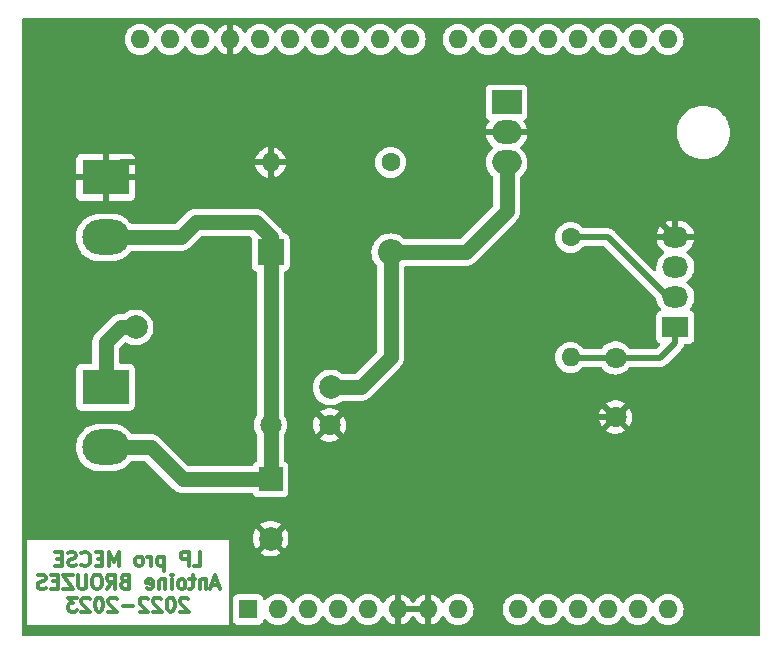
<source format=gbl>
%TF.GenerationSoftware,KiCad,Pcbnew,(6.0.4)*%
%TF.CreationDate,2023-05-26T11:35:19+02:00*%
%TF.ProjectId,Syst_me_PCB,53797374-e86d-4655-9f50-43422e6b6963,rev?*%
%TF.SameCoordinates,Original*%
%TF.FileFunction,Copper,L2,Bot*%
%TF.FilePolarity,Positive*%
%FSLAX46Y46*%
G04 Gerber Fmt 4.6, Leading zero omitted, Abs format (unit mm)*
G04 Created by KiCad (PCBNEW (6.0.4)) date 2023-05-26 11:35:19*
%MOMM*%
%LPD*%
G01*
G04 APERTURE LIST*
%ADD10C,0.300000*%
%TA.AperFunction,NonConductor*%
%ADD11C,0.300000*%
%TD*%
%TA.AperFunction,ComponentPad*%
%ADD12R,2.200000X1.800000*%
%TD*%
%TA.AperFunction,ComponentPad*%
%ADD13O,2.200000X1.800000*%
%TD*%
%TA.AperFunction,ComponentPad*%
%ADD14C,1.800000*%
%TD*%
%TA.AperFunction,ComponentPad*%
%ADD15R,2.000000X2.000000*%
%TD*%
%TA.AperFunction,ComponentPad*%
%ADD16C,2.000000*%
%TD*%
%TA.AperFunction,ComponentPad*%
%ADD17R,2.500000X2.000000*%
%TD*%
%TA.AperFunction,ComponentPad*%
%ADD18O,2.500000X2.000000*%
%TD*%
%TA.AperFunction,ComponentPad*%
%ADD19C,1.600000*%
%TD*%
%TA.AperFunction,ComponentPad*%
%ADD20O,1.600000X1.600000*%
%TD*%
%TA.AperFunction,ComponentPad*%
%ADD21R,2.200000X2.200000*%
%TD*%
%TA.AperFunction,ComponentPad*%
%ADD22O,2.200000X2.200000*%
%TD*%
%TA.AperFunction,ComponentPad*%
%ADD23R,4.000000X3.000000*%
%TD*%
%TA.AperFunction,ComponentPad*%
%ADD24O,4.000000X3.000000*%
%TD*%
%TA.AperFunction,ComponentPad*%
%ADD25R,1.600000X1.600000*%
%TD*%
%TA.AperFunction,ViaPad*%
%ADD26C,2.000000*%
%TD*%
%TA.AperFunction,Conductor*%
%ADD27C,0.500000*%
%TD*%
%TA.AperFunction,Conductor*%
%ADD28C,1.250000*%
%TD*%
G04 APERTURE END LIST*
D10*
D11*
X210647857Y-98940857D02*
X211219285Y-98940857D01*
X211219285Y-97740857D01*
X210247857Y-98940857D02*
X210247857Y-97740857D01*
X209790714Y-97740857D01*
X209676428Y-97798000D01*
X209619285Y-97855142D01*
X209562142Y-97969428D01*
X209562142Y-98140857D01*
X209619285Y-98255142D01*
X209676428Y-98312285D01*
X209790714Y-98369428D01*
X210247857Y-98369428D01*
X208133571Y-98140857D02*
X208133571Y-99340857D01*
X208133571Y-98198000D02*
X208019285Y-98140857D01*
X207790714Y-98140857D01*
X207676428Y-98198000D01*
X207619285Y-98255142D01*
X207562142Y-98369428D01*
X207562142Y-98712285D01*
X207619285Y-98826571D01*
X207676428Y-98883714D01*
X207790714Y-98940857D01*
X208019285Y-98940857D01*
X208133571Y-98883714D01*
X207047857Y-98940857D02*
X207047857Y-98140857D01*
X207047857Y-98369428D02*
X206990714Y-98255142D01*
X206933571Y-98198000D01*
X206819285Y-98140857D01*
X206705000Y-98140857D01*
X206133571Y-98940857D02*
X206247857Y-98883714D01*
X206305000Y-98826571D01*
X206362142Y-98712285D01*
X206362142Y-98369428D01*
X206305000Y-98255142D01*
X206247857Y-98198000D01*
X206133571Y-98140857D01*
X205962142Y-98140857D01*
X205847857Y-98198000D01*
X205790714Y-98255142D01*
X205733571Y-98369428D01*
X205733571Y-98712285D01*
X205790714Y-98826571D01*
X205847857Y-98883714D01*
X205962142Y-98940857D01*
X206133571Y-98940857D01*
X204305000Y-98940857D02*
X204305000Y-97740857D01*
X203905000Y-98598000D01*
X203505000Y-97740857D01*
X203505000Y-98940857D01*
X202933571Y-98312285D02*
X202533571Y-98312285D01*
X202362142Y-98940857D02*
X202933571Y-98940857D01*
X202933571Y-97740857D01*
X202362142Y-97740857D01*
X201162142Y-98826571D02*
X201219285Y-98883714D01*
X201390714Y-98940857D01*
X201505000Y-98940857D01*
X201676428Y-98883714D01*
X201790714Y-98769428D01*
X201847857Y-98655142D01*
X201905000Y-98426571D01*
X201905000Y-98255142D01*
X201847857Y-98026571D01*
X201790714Y-97912285D01*
X201676428Y-97798000D01*
X201505000Y-97740857D01*
X201390714Y-97740857D01*
X201219285Y-97798000D01*
X201162142Y-97855142D01*
X200705000Y-98883714D02*
X200533571Y-98940857D01*
X200247857Y-98940857D01*
X200133571Y-98883714D01*
X200076428Y-98826571D01*
X200019285Y-98712285D01*
X200019285Y-98598000D01*
X200076428Y-98483714D01*
X200133571Y-98426571D01*
X200247857Y-98369428D01*
X200476428Y-98312285D01*
X200590714Y-98255142D01*
X200647857Y-98198000D01*
X200705000Y-98083714D01*
X200705000Y-97969428D01*
X200647857Y-97855142D01*
X200590714Y-97798000D01*
X200476428Y-97740857D01*
X200190714Y-97740857D01*
X200019285Y-97798000D01*
X199505000Y-98312285D02*
X199105000Y-98312285D01*
X198933571Y-98940857D02*
X199505000Y-98940857D01*
X199505000Y-97740857D01*
X198933571Y-97740857D01*
X212762142Y-100530000D02*
X212190714Y-100530000D01*
X212876428Y-100872857D02*
X212476428Y-99672857D01*
X212076428Y-100872857D01*
X211676428Y-100072857D02*
X211676428Y-100872857D01*
X211676428Y-100187142D02*
X211619285Y-100130000D01*
X211505000Y-100072857D01*
X211333571Y-100072857D01*
X211219285Y-100130000D01*
X211162142Y-100244285D01*
X211162142Y-100872857D01*
X210762142Y-100072857D02*
X210305000Y-100072857D01*
X210590714Y-99672857D02*
X210590714Y-100701428D01*
X210533571Y-100815714D01*
X210419285Y-100872857D01*
X210305000Y-100872857D01*
X209733571Y-100872857D02*
X209847857Y-100815714D01*
X209905000Y-100758571D01*
X209962142Y-100644285D01*
X209962142Y-100301428D01*
X209905000Y-100187142D01*
X209847857Y-100130000D01*
X209733571Y-100072857D01*
X209562142Y-100072857D01*
X209447857Y-100130000D01*
X209390714Y-100187142D01*
X209333571Y-100301428D01*
X209333571Y-100644285D01*
X209390714Y-100758571D01*
X209447857Y-100815714D01*
X209562142Y-100872857D01*
X209733571Y-100872857D01*
X208819285Y-100872857D02*
X208819285Y-100072857D01*
X208819285Y-99672857D02*
X208876428Y-99730000D01*
X208819285Y-99787142D01*
X208762142Y-99730000D01*
X208819285Y-99672857D01*
X208819285Y-99787142D01*
X208247857Y-100072857D02*
X208247857Y-100872857D01*
X208247857Y-100187142D02*
X208190714Y-100130000D01*
X208076428Y-100072857D01*
X207905000Y-100072857D01*
X207790714Y-100130000D01*
X207733571Y-100244285D01*
X207733571Y-100872857D01*
X206705000Y-100815714D02*
X206819285Y-100872857D01*
X207047857Y-100872857D01*
X207162142Y-100815714D01*
X207219285Y-100701428D01*
X207219285Y-100244285D01*
X207162142Y-100130000D01*
X207047857Y-100072857D01*
X206819285Y-100072857D01*
X206705000Y-100130000D01*
X206647857Y-100244285D01*
X206647857Y-100358571D01*
X207219285Y-100472857D01*
X204819285Y-100244285D02*
X204647857Y-100301428D01*
X204590714Y-100358571D01*
X204533571Y-100472857D01*
X204533571Y-100644285D01*
X204590714Y-100758571D01*
X204647857Y-100815714D01*
X204762142Y-100872857D01*
X205219285Y-100872857D01*
X205219285Y-99672857D01*
X204819285Y-99672857D01*
X204705000Y-99730000D01*
X204647857Y-99787142D01*
X204590714Y-99901428D01*
X204590714Y-100015714D01*
X204647857Y-100130000D01*
X204705000Y-100187142D01*
X204819285Y-100244285D01*
X205219285Y-100244285D01*
X203333571Y-100872857D02*
X203733571Y-100301428D01*
X204019285Y-100872857D02*
X204019285Y-99672857D01*
X203562142Y-99672857D01*
X203447857Y-99730000D01*
X203390714Y-99787142D01*
X203333571Y-99901428D01*
X203333571Y-100072857D01*
X203390714Y-100187142D01*
X203447857Y-100244285D01*
X203562142Y-100301428D01*
X204019285Y-100301428D01*
X202590714Y-99672857D02*
X202362142Y-99672857D01*
X202247857Y-99730000D01*
X202133571Y-99844285D01*
X202076428Y-100072857D01*
X202076428Y-100472857D01*
X202133571Y-100701428D01*
X202247857Y-100815714D01*
X202362142Y-100872857D01*
X202590714Y-100872857D01*
X202705000Y-100815714D01*
X202819285Y-100701428D01*
X202876428Y-100472857D01*
X202876428Y-100072857D01*
X202819285Y-99844285D01*
X202705000Y-99730000D01*
X202590714Y-99672857D01*
X201562142Y-99672857D02*
X201562142Y-100644285D01*
X201505000Y-100758571D01*
X201447857Y-100815714D01*
X201333571Y-100872857D01*
X201105000Y-100872857D01*
X200990714Y-100815714D01*
X200933571Y-100758571D01*
X200876428Y-100644285D01*
X200876428Y-99672857D01*
X200419285Y-99672857D02*
X199619285Y-99672857D01*
X200419285Y-100872857D01*
X199619285Y-100872857D01*
X199162142Y-100244285D02*
X198762142Y-100244285D01*
X198590714Y-100872857D02*
X199162142Y-100872857D01*
X199162142Y-99672857D01*
X198590714Y-99672857D01*
X198133571Y-100815714D02*
X197962142Y-100872857D01*
X197676428Y-100872857D01*
X197562142Y-100815714D01*
X197505000Y-100758571D01*
X197447857Y-100644285D01*
X197447857Y-100530000D01*
X197505000Y-100415714D01*
X197562142Y-100358571D01*
X197676428Y-100301428D01*
X197905000Y-100244285D01*
X198019285Y-100187142D01*
X198076428Y-100130000D01*
X198133571Y-100015714D01*
X198133571Y-99901428D01*
X198076428Y-99787142D01*
X198019285Y-99730000D01*
X197905000Y-99672857D01*
X197619285Y-99672857D01*
X197447857Y-99730000D01*
X210190714Y-101719142D02*
X210133571Y-101662000D01*
X210019285Y-101604857D01*
X209733571Y-101604857D01*
X209619285Y-101662000D01*
X209562142Y-101719142D01*
X209505000Y-101833428D01*
X209505000Y-101947714D01*
X209562142Y-102119142D01*
X210247857Y-102804857D01*
X209505000Y-102804857D01*
X208762142Y-101604857D02*
X208647857Y-101604857D01*
X208533571Y-101662000D01*
X208476428Y-101719142D01*
X208419285Y-101833428D01*
X208362142Y-102062000D01*
X208362142Y-102347714D01*
X208419285Y-102576285D01*
X208476428Y-102690571D01*
X208533571Y-102747714D01*
X208647857Y-102804857D01*
X208762142Y-102804857D01*
X208876428Y-102747714D01*
X208933571Y-102690571D01*
X208990714Y-102576285D01*
X209047857Y-102347714D01*
X209047857Y-102062000D01*
X208990714Y-101833428D01*
X208933571Y-101719142D01*
X208876428Y-101662000D01*
X208762142Y-101604857D01*
X207905000Y-101719142D02*
X207847857Y-101662000D01*
X207733571Y-101604857D01*
X207447857Y-101604857D01*
X207333571Y-101662000D01*
X207276428Y-101719142D01*
X207219285Y-101833428D01*
X207219285Y-101947714D01*
X207276428Y-102119142D01*
X207962142Y-102804857D01*
X207219285Y-102804857D01*
X206762142Y-101719142D02*
X206705000Y-101662000D01*
X206590714Y-101604857D01*
X206305000Y-101604857D01*
X206190714Y-101662000D01*
X206133571Y-101719142D01*
X206076428Y-101833428D01*
X206076428Y-101947714D01*
X206133571Y-102119142D01*
X206819285Y-102804857D01*
X206076428Y-102804857D01*
X205562142Y-102347714D02*
X204647857Y-102347714D01*
X204133571Y-101719142D02*
X204076428Y-101662000D01*
X203962142Y-101604857D01*
X203676428Y-101604857D01*
X203562142Y-101662000D01*
X203505000Y-101719142D01*
X203447857Y-101833428D01*
X203447857Y-101947714D01*
X203505000Y-102119142D01*
X204190714Y-102804857D01*
X203447857Y-102804857D01*
X202705000Y-101604857D02*
X202590714Y-101604857D01*
X202476428Y-101662000D01*
X202419285Y-101719142D01*
X202362142Y-101833428D01*
X202305000Y-102062000D01*
X202305000Y-102347714D01*
X202362142Y-102576285D01*
X202419285Y-102690571D01*
X202476428Y-102747714D01*
X202590714Y-102804857D01*
X202705000Y-102804857D01*
X202819285Y-102747714D01*
X202876428Y-102690571D01*
X202933571Y-102576285D01*
X202990714Y-102347714D01*
X202990714Y-102062000D01*
X202933571Y-101833428D01*
X202876428Y-101719142D01*
X202819285Y-101662000D01*
X202705000Y-101604857D01*
X201847857Y-101719142D02*
X201790714Y-101662000D01*
X201676428Y-101604857D01*
X201390714Y-101604857D01*
X201276428Y-101662000D01*
X201219285Y-101719142D01*
X201162142Y-101833428D01*
X201162142Y-101947714D01*
X201219285Y-102119142D01*
X201905000Y-102804857D01*
X201162142Y-102804857D01*
X200762142Y-101604857D02*
X200019285Y-101604857D01*
X200419285Y-102062000D01*
X200247857Y-102062000D01*
X200133571Y-102119142D01*
X200076428Y-102176285D01*
X200019285Y-102290571D01*
X200019285Y-102576285D01*
X200076428Y-102690571D01*
X200133571Y-102747714D01*
X200247857Y-102804857D01*
X200590714Y-102804857D01*
X200705000Y-102747714D01*
X200762142Y-102690571D01*
D12*
%TO.P,J1,1,Pin_1*%
%TO.N,/5V*%
X251445000Y-78715000D03*
D13*
%TO.P,J1,2,Pin_2*%
%TO.N,/A0*%
X251445000Y-76175000D03*
%TO.P,J1,3,Pin_3*%
%TO.N,unconnected-(J1-Pad3)*%
X251445000Y-73635000D03*
%TO.P,J1,4,Pin_4*%
%TO.N,GND*%
X251445000Y-71095000D03*
%TD*%
D14*
%TO.P,C3,1*%
%TO.N,+12V*%
X217170000Y-86995000D03*
%TO.P,C3,2*%
%TO.N,GND*%
X222170000Y-86995000D03*
%TD*%
D15*
%TO.P,C2,1*%
%TO.N,+12V*%
X217170000Y-91612323D03*
D16*
%TO.P,C2,2*%
%TO.N,GND*%
X217170000Y-96612323D03*
%TD*%
D14*
%TO.P,C1,1*%
%TO.N,/5V*%
X246380000Y-81320000D03*
%TO.P,C1,2*%
%TO.N,GND*%
X246380000Y-86320000D03*
%TD*%
D17*
%TO.P,Q1,1,G*%
%TO.N,/D1*%
X237150000Y-59690000D03*
D18*
%TO.P,Q1,2,D*%
%TO.N,GND*%
X237150000Y-62230000D03*
%TO.P,Q1,3,S*%
%TO.N,Net-(D1-Pad2)*%
X237150000Y-64770000D03*
%TD*%
D19*
%TO.P,R2,1*%
%TO.N,/D1*%
X227330000Y-64770000D03*
D20*
%TO.P,R2,2*%
%TO.N,GND*%
X217170000Y-64770000D03*
%TD*%
D21*
%TO.P,D1,1,K*%
%TO.N,+12V*%
X217170000Y-72390000D03*
D22*
%TO.P,D1,2,A*%
%TO.N,Net-(D1-Pad2)*%
X227330000Y-72390000D03*
%TD*%
D19*
%TO.P,R1,1*%
%TO.N,/A0*%
X242570000Y-71120000D03*
D20*
%TO.P,R1,2*%
%TO.N,/5V*%
X242570000Y-81280000D03*
%TD*%
D23*
%TO.P,J3,1,Pin_1*%
%TO.N,GND*%
X203200000Y-66040000D03*
D24*
%TO.P,J3,2,Pin_2*%
%TO.N,+12V*%
X203200000Y-71120000D03*
%TD*%
D23*
%TO.P,J2,1,Pin_1*%
%TO.N,Net-(D1-Pad2)*%
X203200000Y-83820000D03*
D24*
%TO.P,J2,2,Pin_2*%
%TO.N,+12V*%
X203200000Y-88900000D03*
%TD*%
D25*
%TO.P,A1,1,NC*%
%TO.N,unconnected-(A1-Pad1)*%
X215265000Y-102616000D03*
D20*
%TO.P,A1,2,IOREF*%
%TO.N,unconnected-(A1-Pad2)*%
X217805000Y-102616000D03*
%TO.P,A1,3,~{RESET}*%
%TO.N,unconnected-(A1-Pad3)*%
X220345000Y-102616000D03*
%TO.P,A1,4,3V3*%
%TO.N,unconnected-(A1-Pad4)*%
X222885000Y-102616000D03*
%TO.P,A1,5,+5V*%
%TO.N,/5V*%
X225425000Y-102616000D03*
%TO.P,A1,6,GND*%
%TO.N,GND*%
X227965000Y-102616000D03*
%TO.P,A1,7,GND*%
X230505000Y-102616000D03*
%TO.P,A1,8,VIN*%
%TO.N,unconnected-(A1-Pad8)*%
X233045000Y-102616000D03*
%TO.P,A1,9,A0*%
%TO.N,/A0*%
X238125000Y-102616000D03*
%TO.P,A1,10,A1*%
%TO.N,unconnected-(A1-Pad10)*%
X240665000Y-102616000D03*
%TO.P,A1,11,A2*%
%TO.N,unconnected-(A1-Pad11)*%
X243205000Y-102616000D03*
%TO.P,A1,12,A3*%
%TO.N,unconnected-(A1-Pad12)*%
X245745000Y-102616000D03*
%TO.P,A1,13,SDA/A4*%
%TO.N,unconnected-(A1-Pad13)*%
X248285000Y-102616000D03*
%TO.P,A1,14,SCL/A5*%
%TO.N,unconnected-(A1-Pad14)*%
X250825000Y-102616000D03*
%TO.P,A1,15,D0/RX*%
%TO.N,unconnected-(A1-Pad15)*%
X250825000Y-54356000D03*
%TO.P,A1,16,D1/TX*%
%TO.N,/D1*%
X248285000Y-54356000D03*
%TO.P,A1,17,D2*%
%TO.N,unconnected-(A1-Pad17)*%
X245745000Y-54356000D03*
%TO.P,A1,18,D3*%
%TO.N,unconnected-(A1-Pad18)*%
X243205000Y-54356000D03*
%TO.P,A1,19,D4*%
%TO.N,unconnected-(A1-Pad19)*%
X240665000Y-54356000D03*
%TO.P,A1,20,D5*%
%TO.N,unconnected-(A1-Pad20)*%
X238125000Y-54356000D03*
%TO.P,A1,21,D6*%
%TO.N,unconnected-(A1-Pad21)*%
X235585000Y-54356000D03*
%TO.P,A1,22,D7*%
%TO.N,unconnected-(A1-Pad22)*%
X233045000Y-54356000D03*
%TO.P,A1,23,D8*%
%TO.N,unconnected-(A1-Pad23)*%
X228985000Y-54356000D03*
%TO.P,A1,24,D9*%
%TO.N,unconnected-(A1-Pad24)*%
X226445000Y-54356000D03*
%TO.P,A1,25,D10*%
%TO.N,unconnected-(A1-Pad25)*%
X223905000Y-54356000D03*
%TO.P,A1,26,D11*%
%TO.N,unconnected-(A1-Pad26)*%
X221365000Y-54356000D03*
%TO.P,A1,27,D12*%
%TO.N,unconnected-(A1-Pad27)*%
X218825000Y-54356000D03*
%TO.P,A1,28,D13*%
%TO.N,unconnected-(A1-Pad28)*%
X216285000Y-54356000D03*
%TO.P,A1,29,GND*%
%TO.N,GND*%
X213745000Y-54356000D03*
%TO.P,A1,30,AREF*%
%TO.N,unconnected-(A1-Pad30)*%
X211205000Y-54356000D03*
%TO.P,A1,31,SDA/A4*%
%TO.N,unconnected-(A1-Pad31)*%
X208665000Y-54356000D03*
%TO.P,A1,32,SCL/A5*%
%TO.N,unconnected-(A1-Pad32)*%
X206125000Y-54356000D03*
%TD*%
D26*
%TO.N,Net-(D1-Pad2)*%
X222250000Y-83820000D03*
X205740000Y-78740000D03*
%TO.N,GND*%
X240665000Y-88900000D03*
X215900000Y-60325000D03*
%TD*%
D27*
%TO.N,/A0*%
X245745000Y-71120000D02*
X242570000Y-71120000D01*
X250800000Y-76175000D02*
X245745000Y-71120000D01*
X251445000Y-76175000D02*
X250800000Y-76175000D01*
%TO.N,GND*%
X224121162Y-88946162D02*
X224836162Y-88946162D01*
X222170000Y-86995000D02*
X224121162Y-88946162D01*
X224836162Y-88946162D02*
X217170000Y-96612323D01*
X237490000Y-76292323D02*
X224836162Y-88946162D01*
D28*
%TO.N,+12V*%
X209550000Y-71120000D02*
X210820000Y-69850000D01*
X217170000Y-71120000D02*
X217170000Y-72390000D01*
X217170000Y-91612323D02*
X217170000Y-72390000D01*
X203200000Y-71120000D02*
X209550000Y-71120000D01*
X207010000Y-88900000D02*
X203200000Y-88900000D01*
X210820000Y-69850000D02*
X215900000Y-69850000D01*
X217170000Y-91612323D02*
X209722323Y-91612323D01*
X209722323Y-91612323D02*
X207010000Y-88900000D01*
X215900000Y-69850000D02*
X217170000Y-71120000D01*
%TO.N,Net-(D1-Pad2)*%
X204470000Y-78740000D02*
X205740000Y-78740000D01*
X203200000Y-80010000D02*
X204470000Y-78740000D01*
X233680000Y-72390000D02*
X227330000Y-72390000D01*
X237150000Y-68920000D02*
X233680000Y-72390000D01*
X203200000Y-83820000D02*
X203200000Y-80010000D01*
X227330000Y-81280000D02*
X227330000Y-72390000D01*
X237150000Y-64770000D02*
X237150000Y-68920000D01*
X222250000Y-83820000D02*
X224790000Y-83820000D01*
X224790000Y-83820000D02*
X227330000Y-81280000D01*
D27*
%TO.N,GND*%
X241300000Y-88900000D02*
X240665000Y-88900000D01*
X228600000Y-67945000D02*
X234315000Y-62230000D01*
X217170000Y-64770000D02*
X217170000Y-61595000D01*
X204470000Y-64770000D02*
X203200000Y-66040000D01*
X217170000Y-64770000D02*
X204470000Y-64770000D01*
X242570000Y-62230000D02*
X237150000Y-62230000D01*
X240665000Y-88900000D02*
X237490000Y-85725000D01*
X251445000Y-71095000D02*
X251435000Y-71095000D01*
X245110000Y-64770000D02*
X237490000Y-72390000D01*
X237490000Y-76200000D02*
X237490000Y-76292323D01*
X251435000Y-71095000D02*
X242570000Y-62230000D01*
X237490000Y-72390000D02*
X237490000Y-76200000D01*
X217170000Y-66040000D02*
X219075000Y-67945000D01*
X217170000Y-64770000D02*
X217170000Y-66040000D01*
X237490000Y-85725000D02*
X237490000Y-76200000D01*
X234315000Y-62230000D02*
X237150000Y-62230000D01*
X217170000Y-61595000D02*
X215900000Y-60325000D01*
X243880000Y-86320000D02*
X241300000Y-88900000D01*
X219075000Y-67945000D02*
X228600000Y-67945000D01*
X246380000Y-86320000D02*
X243880000Y-86320000D01*
%TO.N,/5V*%
X246380000Y-81320000D02*
X242610000Y-81320000D01*
X251445000Y-80025000D02*
X250150000Y-81320000D01*
X250150000Y-81320000D02*
X246380000Y-81320000D01*
X251445000Y-78715000D02*
X251445000Y-80025000D01*
X242610000Y-81320000D02*
X242570000Y-81280000D01*
%TD*%
%TA.AperFunction,Conductor*%
%TO.N,GND*%
G36*
X258513621Y-52598502D02*
G01*
X258560114Y-52652158D01*
X258571500Y-52704500D01*
X258571500Y-104775500D01*
X258551498Y-104843621D01*
X258497842Y-104890114D01*
X258445500Y-104901500D01*
X196214500Y-104901500D01*
X196146379Y-104881498D01*
X196099886Y-104827842D01*
X196088500Y-104775500D01*
X196088500Y-103961500D01*
X196560786Y-103961500D01*
X213649215Y-103961500D01*
X213649215Y-103464134D01*
X213956500Y-103464134D01*
X213963255Y-103526316D01*
X214014385Y-103662705D01*
X214101739Y-103779261D01*
X214218295Y-103866615D01*
X214354684Y-103917745D01*
X214416866Y-103924500D01*
X216113134Y-103924500D01*
X216175316Y-103917745D01*
X216311705Y-103866615D01*
X216428261Y-103779261D01*
X216515615Y-103662705D01*
X216566745Y-103526316D01*
X216567917Y-103515526D01*
X216568803Y-103513394D01*
X216569425Y-103510778D01*
X216569848Y-103510879D01*
X216595155Y-103449965D01*
X216653517Y-103409537D01*
X216724471Y-103407078D01*
X216785490Y-103443371D01*
X216792489Y-103452031D01*
X216795643Y-103455789D01*
X216798802Y-103460300D01*
X216960700Y-103622198D01*
X216965208Y-103625355D01*
X216965211Y-103625357D01*
X217006542Y-103654297D01*
X217148251Y-103753523D01*
X217153233Y-103755846D01*
X217153238Y-103755849D01*
X217349765Y-103847490D01*
X217355757Y-103850284D01*
X217361065Y-103851706D01*
X217361067Y-103851707D01*
X217571598Y-103908119D01*
X217571600Y-103908119D01*
X217576913Y-103909543D01*
X217805000Y-103929498D01*
X218033087Y-103909543D01*
X218038400Y-103908119D01*
X218038402Y-103908119D01*
X218248933Y-103851707D01*
X218248935Y-103851706D01*
X218254243Y-103850284D01*
X218260235Y-103847490D01*
X218456762Y-103755849D01*
X218456767Y-103755846D01*
X218461749Y-103753523D01*
X218603458Y-103654297D01*
X218644789Y-103625357D01*
X218644792Y-103625355D01*
X218649300Y-103622198D01*
X218811198Y-103460300D01*
X218942523Y-103272749D01*
X218944846Y-103267767D01*
X218944849Y-103267762D01*
X218960805Y-103233543D01*
X219007722Y-103180258D01*
X219075999Y-103160797D01*
X219143959Y-103181339D01*
X219189195Y-103233543D01*
X219205151Y-103267762D01*
X219205154Y-103267767D01*
X219207477Y-103272749D01*
X219338802Y-103460300D01*
X219500700Y-103622198D01*
X219505208Y-103625355D01*
X219505211Y-103625357D01*
X219546542Y-103654297D01*
X219688251Y-103753523D01*
X219693233Y-103755846D01*
X219693238Y-103755849D01*
X219889765Y-103847490D01*
X219895757Y-103850284D01*
X219901065Y-103851706D01*
X219901067Y-103851707D01*
X220111598Y-103908119D01*
X220111600Y-103908119D01*
X220116913Y-103909543D01*
X220345000Y-103929498D01*
X220573087Y-103909543D01*
X220578400Y-103908119D01*
X220578402Y-103908119D01*
X220788933Y-103851707D01*
X220788935Y-103851706D01*
X220794243Y-103850284D01*
X220800235Y-103847490D01*
X220996762Y-103755849D01*
X220996767Y-103755846D01*
X221001749Y-103753523D01*
X221143458Y-103654297D01*
X221184789Y-103625357D01*
X221184792Y-103625355D01*
X221189300Y-103622198D01*
X221351198Y-103460300D01*
X221482523Y-103272749D01*
X221484846Y-103267767D01*
X221484849Y-103267762D01*
X221500805Y-103233543D01*
X221547722Y-103180258D01*
X221615999Y-103160797D01*
X221683959Y-103181339D01*
X221729195Y-103233543D01*
X221745151Y-103267762D01*
X221745154Y-103267767D01*
X221747477Y-103272749D01*
X221878802Y-103460300D01*
X222040700Y-103622198D01*
X222045208Y-103625355D01*
X222045211Y-103625357D01*
X222086542Y-103654297D01*
X222228251Y-103753523D01*
X222233233Y-103755846D01*
X222233238Y-103755849D01*
X222429765Y-103847490D01*
X222435757Y-103850284D01*
X222441065Y-103851706D01*
X222441067Y-103851707D01*
X222651598Y-103908119D01*
X222651600Y-103908119D01*
X222656913Y-103909543D01*
X222885000Y-103929498D01*
X223113087Y-103909543D01*
X223118400Y-103908119D01*
X223118402Y-103908119D01*
X223328933Y-103851707D01*
X223328935Y-103851706D01*
X223334243Y-103850284D01*
X223340235Y-103847490D01*
X223536762Y-103755849D01*
X223536767Y-103755846D01*
X223541749Y-103753523D01*
X223683458Y-103654297D01*
X223724789Y-103625357D01*
X223724792Y-103625355D01*
X223729300Y-103622198D01*
X223891198Y-103460300D01*
X224022523Y-103272749D01*
X224024846Y-103267767D01*
X224024849Y-103267762D01*
X224040805Y-103233543D01*
X224087722Y-103180258D01*
X224155999Y-103160797D01*
X224223959Y-103181339D01*
X224269195Y-103233543D01*
X224285151Y-103267762D01*
X224285154Y-103267767D01*
X224287477Y-103272749D01*
X224418802Y-103460300D01*
X224580700Y-103622198D01*
X224585208Y-103625355D01*
X224585211Y-103625357D01*
X224626542Y-103654297D01*
X224768251Y-103753523D01*
X224773233Y-103755846D01*
X224773238Y-103755849D01*
X224969765Y-103847490D01*
X224975757Y-103850284D01*
X224981065Y-103851706D01*
X224981067Y-103851707D01*
X225191598Y-103908119D01*
X225191600Y-103908119D01*
X225196913Y-103909543D01*
X225425000Y-103929498D01*
X225653087Y-103909543D01*
X225658400Y-103908119D01*
X225658402Y-103908119D01*
X225868933Y-103851707D01*
X225868935Y-103851706D01*
X225874243Y-103850284D01*
X225880235Y-103847490D01*
X226076762Y-103755849D01*
X226076767Y-103755846D01*
X226081749Y-103753523D01*
X226223458Y-103654297D01*
X226264789Y-103625357D01*
X226264792Y-103625355D01*
X226269300Y-103622198D01*
X226431198Y-103460300D01*
X226562523Y-103272749D01*
X226564846Y-103267767D01*
X226564849Y-103267762D01*
X226581081Y-103232951D01*
X226627998Y-103179666D01*
X226696275Y-103160205D01*
X226764235Y-103180747D01*
X226809471Y-103232951D01*
X226825586Y-103267511D01*
X226831069Y-103277007D01*
X226956028Y-103455467D01*
X226963084Y-103463875D01*
X227117125Y-103617916D01*
X227125533Y-103624972D01*
X227303993Y-103749931D01*
X227313489Y-103755414D01*
X227510947Y-103847490D01*
X227521239Y-103851236D01*
X227693503Y-103897394D01*
X227707599Y-103897058D01*
X227711000Y-103889116D01*
X227711000Y-103883967D01*
X228219000Y-103883967D01*
X228222973Y-103897498D01*
X228231522Y-103898727D01*
X228408761Y-103851236D01*
X228419053Y-103847490D01*
X228616511Y-103755414D01*
X228626007Y-103749931D01*
X228804467Y-103624972D01*
X228812875Y-103617916D01*
X228966916Y-103463875D01*
X228973972Y-103455467D01*
X229098931Y-103277007D01*
X229104414Y-103267511D01*
X229120805Y-103232359D01*
X229167722Y-103179074D01*
X229235999Y-103159613D01*
X229303959Y-103180155D01*
X229349195Y-103232359D01*
X229365586Y-103267511D01*
X229371069Y-103277007D01*
X229496028Y-103455467D01*
X229503084Y-103463875D01*
X229657125Y-103617916D01*
X229665533Y-103624972D01*
X229843993Y-103749931D01*
X229853489Y-103755414D01*
X230050947Y-103847490D01*
X230061239Y-103851236D01*
X230233503Y-103897394D01*
X230247599Y-103897058D01*
X230251000Y-103889116D01*
X230251000Y-103883967D01*
X230759000Y-103883967D01*
X230762973Y-103897498D01*
X230771522Y-103898727D01*
X230948761Y-103851236D01*
X230959053Y-103847490D01*
X231156511Y-103755414D01*
X231166007Y-103749931D01*
X231344467Y-103624972D01*
X231352875Y-103617916D01*
X231506916Y-103463875D01*
X231513972Y-103455467D01*
X231638931Y-103277007D01*
X231644414Y-103267511D01*
X231660529Y-103232951D01*
X231707446Y-103179666D01*
X231775723Y-103160205D01*
X231843683Y-103180747D01*
X231888919Y-103232951D01*
X231905151Y-103267762D01*
X231905154Y-103267767D01*
X231907477Y-103272749D01*
X232038802Y-103460300D01*
X232200700Y-103622198D01*
X232205208Y-103625355D01*
X232205211Y-103625357D01*
X232246542Y-103654297D01*
X232388251Y-103753523D01*
X232393233Y-103755846D01*
X232393238Y-103755849D01*
X232589765Y-103847490D01*
X232595757Y-103850284D01*
X232601065Y-103851706D01*
X232601067Y-103851707D01*
X232811598Y-103908119D01*
X232811600Y-103908119D01*
X232816913Y-103909543D01*
X233045000Y-103929498D01*
X233273087Y-103909543D01*
X233278400Y-103908119D01*
X233278402Y-103908119D01*
X233488933Y-103851707D01*
X233488935Y-103851706D01*
X233494243Y-103850284D01*
X233500235Y-103847490D01*
X233696762Y-103755849D01*
X233696767Y-103755846D01*
X233701749Y-103753523D01*
X233843458Y-103654297D01*
X233884789Y-103625357D01*
X233884792Y-103625355D01*
X233889300Y-103622198D01*
X234051198Y-103460300D01*
X234182523Y-103272749D01*
X234184846Y-103267767D01*
X234184849Y-103267762D01*
X234276961Y-103070225D01*
X234276961Y-103070224D01*
X234279284Y-103065243D01*
X234327970Y-102883548D01*
X234337119Y-102849402D01*
X234337119Y-102849400D01*
X234338543Y-102844087D01*
X234358498Y-102616000D01*
X236811502Y-102616000D01*
X236831457Y-102844087D01*
X236832881Y-102849400D01*
X236832881Y-102849402D01*
X236842031Y-102883548D01*
X236890716Y-103065243D01*
X236893039Y-103070224D01*
X236893039Y-103070225D01*
X236985151Y-103267762D01*
X236985154Y-103267767D01*
X236987477Y-103272749D01*
X237118802Y-103460300D01*
X237280700Y-103622198D01*
X237285208Y-103625355D01*
X237285211Y-103625357D01*
X237326542Y-103654297D01*
X237468251Y-103753523D01*
X237473233Y-103755846D01*
X237473238Y-103755849D01*
X237669765Y-103847490D01*
X237675757Y-103850284D01*
X237681065Y-103851706D01*
X237681067Y-103851707D01*
X237891598Y-103908119D01*
X237891600Y-103908119D01*
X237896913Y-103909543D01*
X238125000Y-103929498D01*
X238353087Y-103909543D01*
X238358400Y-103908119D01*
X238358402Y-103908119D01*
X238568933Y-103851707D01*
X238568935Y-103851706D01*
X238574243Y-103850284D01*
X238580235Y-103847490D01*
X238776762Y-103755849D01*
X238776767Y-103755846D01*
X238781749Y-103753523D01*
X238923458Y-103654297D01*
X238964789Y-103625357D01*
X238964792Y-103625355D01*
X238969300Y-103622198D01*
X239131198Y-103460300D01*
X239262523Y-103272749D01*
X239264846Y-103267767D01*
X239264849Y-103267762D01*
X239280805Y-103233543D01*
X239327722Y-103180258D01*
X239395999Y-103160797D01*
X239463959Y-103181339D01*
X239509195Y-103233543D01*
X239525151Y-103267762D01*
X239525154Y-103267767D01*
X239527477Y-103272749D01*
X239658802Y-103460300D01*
X239820700Y-103622198D01*
X239825208Y-103625355D01*
X239825211Y-103625357D01*
X239866542Y-103654297D01*
X240008251Y-103753523D01*
X240013233Y-103755846D01*
X240013238Y-103755849D01*
X240209765Y-103847490D01*
X240215757Y-103850284D01*
X240221065Y-103851706D01*
X240221067Y-103851707D01*
X240431598Y-103908119D01*
X240431600Y-103908119D01*
X240436913Y-103909543D01*
X240665000Y-103929498D01*
X240893087Y-103909543D01*
X240898400Y-103908119D01*
X240898402Y-103908119D01*
X241108933Y-103851707D01*
X241108935Y-103851706D01*
X241114243Y-103850284D01*
X241120235Y-103847490D01*
X241316762Y-103755849D01*
X241316767Y-103755846D01*
X241321749Y-103753523D01*
X241463458Y-103654297D01*
X241504789Y-103625357D01*
X241504792Y-103625355D01*
X241509300Y-103622198D01*
X241671198Y-103460300D01*
X241802523Y-103272749D01*
X241804846Y-103267767D01*
X241804849Y-103267762D01*
X241820805Y-103233543D01*
X241867722Y-103180258D01*
X241935999Y-103160797D01*
X242003959Y-103181339D01*
X242049195Y-103233543D01*
X242065151Y-103267762D01*
X242065154Y-103267767D01*
X242067477Y-103272749D01*
X242198802Y-103460300D01*
X242360700Y-103622198D01*
X242365208Y-103625355D01*
X242365211Y-103625357D01*
X242406542Y-103654297D01*
X242548251Y-103753523D01*
X242553233Y-103755846D01*
X242553238Y-103755849D01*
X242749765Y-103847490D01*
X242755757Y-103850284D01*
X242761065Y-103851706D01*
X242761067Y-103851707D01*
X242971598Y-103908119D01*
X242971600Y-103908119D01*
X242976913Y-103909543D01*
X243205000Y-103929498D01*
X243433087Y-103909543D01*
X243438400Y-103908119D01*
X243438402Y-103908119D01*
X243648933Y-103851707D01*
X243648935Y-103851706D01*
X243654243Y-103850284D01*
X243660235Y-103847490D01*
X243856762Y-103755849D01*
X243856767Y-103755846D01*
X243861749Y-103753523D01*
X244003458Y-103654297D01*
X244044789Y-103625357D01*
X244044792Y-103625355D01*
X244049300Y-103622198D01*
X244211198Y-103460300D01*
X244342523Y-103272749D01*
X244344846Y-103267767D01*
X244344849Y-103267762D01*
X244360805Y-103233543D01*
X244407722Y-103180258D01*
X244475999Y-103160797D01*
X244543959Y-103181339D01*
X244589195Y-103233543D01*
X244605151Y-103267762D01*
X244605154Y-103267767D01*
X244607477Y-103272749D01*
X244738802Y-103460300D01*
X244900700Y-103622198D01*
X244905208Y-103625355D01*
X244905211Y-103625357D01*
X244946542Y-103654297D01*
X245088251Y-103753523D01*
X245093233Y-103755846D01*
X245093238Y-103755849D01*
X245289765Y-103847490D01*
X245295757Y-103850284D01*
X245301065Y-103851706D01*
X245301067Y-103851707D01*
X245511598Y-103908119D01*
X245511600Y-103908119D01*
X245516913Y-103909543D01*
X245745000Y-103929498D01*
X245973087Y-103909543D01*
X245978400Y-103908119D01*
X245978402Y-103908119D01*
X246188933Y-103851707D01*
X246188935Y-103851706D01*
X246194243Y-103850284D01*
X246200235Y-103847490D01*
X246396762Y-103755849D01*
X246396767Y-103755846D01*
X246401749Y-103753523D01*
X246543458Y-103654297D01*
X246584789Y-103625357D01*
X246584792Y-103625355D01*
X246589300Y-103622198D01*
X246751198Y-103460300D01*
X246882523Y-103272749D01*
X246884846Y-103267767D01*
X246884849Y-103267762D01*
X246900805Y-103233543D01*
X246947722Y-103180258D01*
X247015999Y-103160797D01*
X247083959Y-103181339D01*
X247129195Y-103233543D01*
X247145151Y-103267762D01*
X247145154Y-103267767D01*
X247147477Y-103272749D01*
X247278802Y-103460300D01*
X247440700Y-103622198D01*
X247445208Y-103625355D01*
X247445211Y-103625357D01*
X247486542Y-103654297D01*
X247628251Y-103753523D01*
X247633233Y-103755846D01*
X247633238Y-103755849D01*
X247829765Y-103847490D01*
X247835757Y-103850284D01*
X247841065Y-103851706D01*
X247841067Y-103851707D01*
X248051598Y-103908119D01*
X248051600Y-103908119D01*
X248056913Y-103909543D01*
X248285000Y-103929498D01*
X248513087Y-103909543D01*
X248518400Y-103908119D01*
X248518402Y-103908119D01*
X248728933Y-103851707D01*
X248728935Y-103851706D01*
X248734243Y-103850284D01*
X248740235Y-103847490D01*
X248936762Y-103755849D01*
X248936767Y-103755846D01*
X248941749Y-103753523D01*
X249083458Y-103654297D01*
X249124789Y-103625357D01*
X249124792Y-103625355D01*
X249129300Y-103622198D01*
X249291198Y-103460300D01*
X249422523Y-103272749D01*
X249424846Y-103267767D01*
X249424849Y-103267762D01*
X249440805Y-103233543D01*
X249487722Y-103180258D01*
X249555999Y-103160797D01*
X249623959Y-103181339D01*
X249669195Y-103233543D01*
X249685151Y-103267762D01*
X249685154Y-103267767D01*
X249687477Y-103272749D01*
X249818802Y-103460300D01*
X249980700Y-103622198D01*
X249985208Y-103625355D01*
X249985211Y-103625357D01*
X250026542Y-103654297D01*
X250168251Y-103753523D01*
X250173233Y-103755846D01*
X250173238Y-103755849D01*
X250369765Y-103847490D01*
X250375757Y-103850284D01*
X250381065Y-103851706D01*
X250381067Y-103851707D01*
X250591598Y-103908119D01*
X250591600Y-103908119D01*
X250596913Y-103909543D01*
X250825000Y-103929498D01*
X251053087Y-103909543D01*
X251058400Y-103908119D01*
X251058402Y-103908119D01*
X251268933Y-103851707D01*
X251268935Y-103851706D01*
X251274243Y-103850284D01*
X251280235Y-103847490D01*
X251476762Y-103755849D01*
X251476767Y-103755846D01*
X251481749Y-103753523D01*
X251623458Y-103654297D01*
X251664789Y-103625357D01*
X251664792Y-103625355D01*
X251669300Y-103622198D01*
X251831198Y-103460300D01*
X251962523Y-103272749D01*
X251964846Y-103267767D01*
X251964849Y-103267762D01*
X252056961Y-103070225D01*
X252056961Y-103070224D01*
X252059284Y-103065243D01*
X252107970Y-102883548D01*
X252117119Y-102849402D01*
X252117119Y-102849400D01*
X252118543Y-102844087D01*
X252138498Y-102616000D01*
X252118543Y-102387913D01*
X252110028Y-102356135D01*
X252060707Y-102172067D01*
X252060706Y-102172065D01*
X252059284Y-102166757D01*
X252005148Y-102050661D01*
X251964849Y-101964238D01*
X251964846Y-101964233D01*
X251962523Y-101959251D01*
X251831198Y-101771700D01*
X251669300Y-101609802D01*
X251664792Y-101606645D01*
X251664789Y-101606643D01*
X251586611Y-101551902D01*
X251481749Y-101478477D01*
X251476767Y-101476154D01*
X251476762Y-101476151D01*
X251279225Y-101384039D01*
X251279224Y-101384039D01*
X251274243Y-101381716D01*
X251268935Y-101380294D01*
X251268933Y-101380293D01*
X251058402Y-101323881D01*
X251058400Y-101323881D01*
X251053087Y-101322457D01*
X250825000Y-101302502D01*
X250596913Y-101322457D01*
X250591600Y-101323881D01*
X250591598Y-101323881D01*
X250381067Y-101380293D01*
X250381065Y-101380294D01*
X250375757Y-101381716D01*
X250370776Y-101384039D01*
X250370775Y-101384039D01*
X250173238Y-101476151D01*
X250173233Y-101476154D01*
X250168251Y-101478477D01*
X250063389Y-101551902D01*
X249985211Y-101606643D01*
X249985208Y-101606645D01*
X249980700Y-101609802D01*
X249818802Y-101771700D01*
X249687477Y-101959251D01*
X249685154Y-101964233D01*
X249685151Y-101964238D01*
X249669195Y-101998457D01*
X249622278Y-102051742D01*
X249554001Y-102071203D01*
X249486041Y-102050661D01*
X249440805Y-101998457D01*
X249424849Y-101964238D01*
X249424846Y-101964233D01*
X249422523Y-101959251D01*
X249291198Y-101771700D01*
X249129300Y-101609802D01*
X249124792Y-101606645D01*
X249124789Y-101606643D01*
X249046611Y-101551902D01*
X248941749Y-101478477D01*
X248936767Y-101476154D01*
X248936762Y-101476151D01*
X248739225Y-101384039D01*
X248739224Y-101384039D01*
X248734243Y-101381716D01*
X248728935Y-101380294D01*
X248728933Y-101380293D01*
X248518402Y-101323881D01*
X248518400Y-101323881D01*
X248513087Y-101322457D01*
X248285000Y-101302502D01*
X248056913Y-101322457D01*
X248051600Y-101323881D01*
X248051598Y-101323881D01*
X247841067Y-101380293D01*
X247841065Y-101380294D01*
X247835757Y-101381716D01*
X247830776Y-101384039D01*
X247830775Y-101384039D01*
X247633238Y-101476151D01*
X247633233Y-101476154D01*
X247628251Y-101478477D01*
X247523389Y-101551902D01*
X247445211Y-101606643D01*
X247445208Y-101606645D01*
X247440700Y-101609802D01*
X247278802Y-101771700D01*
X247147477Y-101959251D01*
X247145154Y-101964233D01*
X247145151Y-101964238D01*
X247129195Y-101998457D01*
X247082278Y-102051742D01*
X247014001Y-102071203D01*
X246946041Y-102050661D01*
X246900805Y-101998457D01*
X246884849Y-101964238D01*
X246884846Y-101964233D01*
X246882523Y-101959251D01*
X246751198Y-101771700D01*
X246589300Y-101609802D01*
X246584792Y-101606645D01*
X246584789Y-101606643D01*
X246506611Y-101551902D01*
X246401749Y-101478477D01*
X246396767Y-101476154D01*
X246396762Y-101476151D01*
X246199225Y-101384039D01*
X246199224Y-101384039D01*
X246194243Y-101381716D01*
X246188935Y-101380294D01*
X246188933Y-101380293D01*
X245978402Y-101323881D01*
X245978400Y-101323881D01*
X245973087Y-101322457D01*
X245745000Y-101302502D01*
X245516913Y-101322457D01*
X245511600Y-101323881D01*
X245511598Y-101323881D01*
X245301067Y-101380293D01*
X245301065Y-101380294D01*
X245295757Y-101381716D01*
X245290776Y-101384039D01*
X245290775Y-101384039D01*
X245093238Y-101476151D01*
X245093233Y-101476154D01*
X245088251Y-101478477D01*
X244983389Y-101551902D01*
X244905211Y-101606643D01*
X244905208Y-101606645D01*
X244900700Y-101609802D01*
X244738802Y-101771700D01*
X244607477Y-101959251D01*
X244605154Y-101964233D01*
X244605151Y-101964238D01*
X244589195Y-101998457D01*
X244542278Y-102051742D01*
X244474001Y-102071203D01*
X244406041Y-102050661D01*
X244360805Y-101998457D01*
X244344849Y-101964238D01*
X244344846Y-101964233D01*
X244342523Y-101959251D01*
X244211198Y-101771700D01*
X244049300Y-101609802D01*
X244044792Y-101606645D01*
X244044789Y-101606643D01*
X243966611Y-101551902D01*
X243861749Y-101478477D01*
X243856767Y-101476154D01*
X243856762Y-101476151D01*
X243659225Y-101384039D01*
X243659224Y-101384039D01*
X243654243Y-101381716D01*
X243648935Y-101380294D01*
X243648933Y-101380293D01*
X243438402Y-101323881D01*
X243438400Y-101323881D01*
X243433087Y-101322457D01*
X243205000Y-101302502D01*
X242976913Y-101322457D01*
X242971600Y-101323881D01*
X242971598Y-101323881D01*
X242761067Y-101380293D01*
X242761065Y-101380294D01*
X242755757Y-101381716D01*
X242750776Y-101384039D01*
X242750775Y-101384039D01*
X242553238Y-101476151D01*
X242553233Y-101476154D01*
X242548251Y-101478477D01*
X242443389Y-101551902D01*
X242365211Y-101606643D01*
X242365208Y-101606645D01*
X242360700Y-101609802D01*
X242198802Y-101771700D01*
X242067477Y-101959251D01*
X242065154Y-101964233D01*
X242065151Y-101964238D01*
X242049195Y-101998457D01*
X242002278Y-102051742D01*
X241934001Y-102071203D01*
X241866041Y-102050661D01*
X241820805Y-101998457D01*
X241804849Y-101964238D01*
X241804846Y-101964233D01*
X241802523Y-101959251D01*
X241671198Y-101771700D01*
X241509300Y-101609802D01*
X241504792Y-101606645D01*
X241504789Y-101606643D01*
X241426611Y-101551902D01*
X241321749Y-101478477D01*
X241316767Y-101476154D01*
X241316762Y-101476151D01*
X241119225Y-101384039D01*
X241119224Y-101384039D01*
X241114243Y-101381716D01*
X241108935Y-101380294D01*
X241108933Y-101380293D01*
X240898402Y-101323881D01*
X240898400Y-101323881D01*
X240893087Y-101322457D01*
X240665000Y-101302502D01*
X240436913Y-101322457D01*
X240431600Y-101323881D01*
X240431598Y-101323881D01*
X240221067Y-101380293D01*
X240221065Y-101380294D01*
X240215757Y-101381716D01*
X240210776Y-101384039D01*
X240210775Y-101384039D01*
X240013238Y-101476151D01*
X240013233Y-101476154D01*
X240008251Y-101478477D01*
X239903389Y-101551902D01*
X239825211Y-101606643D01*
X239825208Y-101606645D01*
X239820700Y-101609802D01*
X239658802Y-101771700D01*
X239527477Y-101959251D01*
X239525154Y-101964233D01*
X239525151Y-101964238D01*
X239509195Y-101998457D01*
X239462278Y-102051742D01*
X239394001Y-102071203D01*
X239326041Y-102050661D01*
X239280805Y-101998457D01*
X239264849Y-101964238D01*
X239264846Y-101964233D01*
X239262523Y-101959251D01*
X239131198Y-101771700D01*
X238969300Y-101609802D01*
X238964792Y-101606645D01*
X238964789Y-101606643D01*
X238886611Y-101551902D01*
X238781749Y-101478477D01*
X238776767Y-101476154D01*
X238776762Y-101476151D01*
X238579225Y-101384039D01*
X238579224Y-101384039D01*
X238574243Y-101381716D01*
X238568935Y-101380294D01*
X238568933Y-101380293D01*
X238358402Y-101323881D01*
X238358400Y-101323881D01*
X238353087Y-101322457D01*
X238125000Y-101302502D01*
X237896913Y-101322457D01*
X237891600Y-101323881D01*
X237891598Y-101323881D01*
X237681067Y-101380293D01*
X237681065Y-101380294D01*
X237675757Y-101381716D01*
X237670776Y-101384039D01*
X237670775Y-101384039D01*
X237473238Y-101476151D01*
X237473233Y-101476154D01*
X237468251Y-101478477D01*
X237363389Y-101551902D01*
X237285211Y-101606643D01*
X237285208Y-101606645D01*
X237280700Y-101609802D01*
X237118802Y-101771700D01*
X236987477Y-101959251D01*
X236985154Y-101964233D01*
X236985151Y-101964238D01*
X236944852Y-102050661D01*
X236890716Y-102166757D01*
X236889294Y-102172065D01*
X236889293Y-102172067D01*
X236839972Y-102356135D01*
X236831457Y-102387913D01*
X236811502Y-102616000D01*
X234358498Y-102616000D01*
X234338543Y-102387913D01*
X234330028Y-102356135D01*
X234280707Y-102172067D01*
X234280706Y-102172065D01*
X234279284Y-102166757D01*
X234225148Y-102050661D01*
X234184849Y-101964238D01*
X234184846Y-101964233D01*
X234182523Y-101959251D01*
X234051198Y-101771700D01*
X233889300Y-101609802D01*
X233884792Y-101606645D01*
X233884789Y-101606643D01*
X233806611Y-101551902D01*
X233701749Y-101478477D01*
X233696767Y-101476154D01*
X233696762Y-101476151D01*
X233499225Y-101384039D01*
X233499224Y-101384039D01*
X233494243Y-101381716D01*
X233488935Y-101380294D01*
X233488933Y-101380293D01*
X233278402Y-101323881D01*
X233278400Y-101323881D01*
X233273087Y-101322457D01*
X233045000Y-101302502D01*
X232816913Y-101322457D01*
X232811600Y-101323881D01*
X232811598Y-101323881D01*
X232601067Y-101380293D01*
X232601065Y-101380294D01*
X232595757Y-101381716D01*
X232590776Y-101384039D01*
X232590775Y-101384039D01*
X232393238Y-101476151D01*
X232393233Y-101476154D01*
X232388251Y-101478477D01*
X232283389Y-101551902D01*
X232205211Y-101606643D01*
X232205208Y-101606645D01*
X232200700Y-101609802D01*
X232038802Y-101771700D01*
X231907477Y-101959251D01*
X231905154Y-101964233D01*
X231905151Y-101964238D01*
X231888919Y-101999049D01*
X231842002Y-102052334D01*
X231773725Y-102071795D01*
X231705765Y-102051253D01*
X231660529Y-101999049D01*
X231644414Y-101964489D01*
X231638931Y-101954993D01*
X231513972Y-101776533D01*
X231506916Y-101768125D01*
X231352875Y-101614084D01*
X231344467Y-101607028D01*
X231166007Y-101482069D01*
X231156511Y-101476586D01*
X230959053Y-101384510D01*
X230948761Y-101380764D01*
X230776497Y-101334606D01*
X230762401Y-101334942D01*
X230759000Y-101342884D01*
X230759000Y-103883967D01*
X230251000Y-103883967D01*
X230251000Y-102888115D01*
X230246525Y-102872876D01*
X230245135Y-102871671D01*
X230237452Y-102870000D01*
X228237115Y-102870000D01*
X228221876Y-102874475D01*
X228220671Y-102875865D01*
X228219000Y-102883548D01*
X228219000Y-103883967D01*
X227711000Y-103883967D01*
X227711000Y-102343885D01*
X228219000Y-102343885D01*
X228223475Y-102359124D01*
X228224865Y-102360329D01*
X228232548Y-102362000D01*
X230232885Y-102362000D01*
X230248124Y-102357525D01*
X230249329Y-102356135D01*
X230251000Y-102348452D01*
X230251000Y-101348033D01*
X230247027Y-101334502D01*
X230238478Y-101333273D01*
X230061239Y-101380764D01*
X230050947Y-101384510D01*
X229853489Y-101476586D01*
X229843993Y-101482069D01*
X229665533Y-101607028D01*
X229657125Y-101614084D01*
X229503084Y-101768125D01*
X229496028Y-101776533D01*
X229371069Y-101954993D01*
X229365586Y-101964489D01*
X229349195Y-101999641D01*
X229302278Y-102052926D01*
X229234001Y-102072387D01*
X229166041Y-102051845D01*
X229120805Y-101999641D01*
X229104414Y-101964489D01*
X229098931Y-101954993D01*
X228973972Y-101776533D01*
X228966916Y-101768125D01*
X228812875Y-101614084D01*
X228804467Y-101607028D01*
X228626007Y-101482069D01*
X228616511Y-101476586D01*
X228419053Y-101384510D01*
X228408761Y-101380764D01*
X228236497Y-101334606D01*
X228222401Y-101334942D01*
X228219000Y-101342884D01*
X228219000Y-102343885D01*
X227711000Y-102343885D01*
X227711000Y-101348033D01*
X227707027Y-101334502D01*
X227698478Y-101333273D01*
X227521239Y-101380764D01*
X227510947Y-101384510D01*
X227313489Y-101476586D01*
X227303993Y-101482069D01*
X227125533Y-101607028D01*
X227117125Y-101614084D01*
X226963084Y-101768125D01*
X226956028Y-101776533D01*
X226831069Y-101954993D01*
X226825586Y-101964489D01*
X226809471Y-101999049D01*
X226762554Y-102052334D01*
X226694277Y-102071795D01*
X226626317Y-102051253D01*
X226581081Y-101999049D01*
X226564849Y-101964238D01*
X226564846Y-101964233D01*
X226562523Y-101959251D01*
X226431198Y-101771700D01*
X226269300Y-101609802D01*
X226264792Y-101606645D01*
X226264789Y-101606643D01*
X226186611Y-101551902D01*
X226081749Y-101478477D01*
X226076767Y-101476154D01*
X226076762Y-101476151D01*
X225879225Y-101384039D01*
X225879224Y-101384039D01*
X225874243Y-101381716D01*
X225868935Y-101380294D01*
X225868933Y-101380293D01*
X225658402Y-101323881D01*
X225658400Y-101323881D01*
X225653087Y-101322457D01*
X225425000Y-101302502D01*
X225196913Y-101322457D01*
X225191600Y-101323881D01*
X225191598Y-101323881D01*
X224981067Y-101380293D01*
X224981065Y-101380294D01*
X224975757Y-101381716D01*
X224970776Y-101384039D01*
X224970775Y-101384039D01*
X224773238Y-101476151D01*
X224773233Y-101476154D01*
X224768251Y-101478477D01*
X224663389Y-101551902D01*
X224585211Y-101606643D01*
X224585208Y-101606645D01*
X224580700Y-101609802D01*
X224418802Y-101771700D01*
X224287477Y-101959251D01*
X224285154Y-101964233D01*
X224285151Y-101964238D01*
X224269195Y-101998457D01*
X224222278Y-102051742D01*
X224154001Y-102071203D01*
X224086041Y-102050661D01*
X224040805Y-101998457D01*
X224024849Y-101964238D01*
X224024846Y-101964233D01*
X224022523Y-101959251D01*
X223891198Y-101771700D01*
X223729300Y-101609802D01*
X223724792Y-101606645D01*
X223724789Y-101606643D01*
X223646611Y-101551902D01*
X223541749Y-101478477D01*
X223536767Y-101476154D01*
X223536762Y-101476151D01*
X223339225Y-101384039D01*
X223339224Y-101384039D01*
X223334243Y-101381716D01*
X223328935Y-101380294D01*
X223328933Y-101380293D01*
X223118402Y-101323881D01*
X223118400Y-101323881D01*
X223113087Y-101322457D01*
X222885000Y-101302502D01*
X222656913Y-101322457D01*
X222651600Y-101323881D01*
X222651598Y-101323881D01*
X222441067Y-101380293D01*
X222441065Y-101380294D01*
X222435757Y-101381716D01*
X222430776Y-101384039D01*
X222430775Y-101384039D01*
X222233238Y-101476151D01*
X222233233Y-101476154D01*
X222228251Y-101478477D01*
X222123389Y-101551902D01*
X222045211Y-101606643D01*
X222045208Y-101606645D01*
X222040700Y-101609802D01*
X221878802Y-101771700D01*
X221747477Y-101959251D01*
X221745154Y-101964233D01*
X221745151Y-101964238D01*
X221729195Y-101998457D01*
X221682278Y-102051742D01*
X221614001Y-102071203D01*
X221546041Y-102050661D01*
X221500805Y-101998457D01*
X221484849Y-101964238D01*
X221484846Y-101964233D01*
X221482523Y-101959251D01*
X221351198Y-101771700D01*
X221189300Y-101609802D01*
X221184792Y-101606645D01*
X221184789Y-101606643D01*
X221106611Y-101551902D01*
X221001749Y-101478477D01*
X220996767Y-101476154D01*
X220996762Y-101476151D01*
X220799225Y-101384039D01*
X220799224Y-101384039D01*
X220794243Y-101381716D01*
X220788935Y-101380294D01*
X220788933Y-101380293D01*
X220578402Y-101323881D01*
X220578400Y-101323881D01*
X220573087Y-101322457D01*
X220345000Y-101302502D01*
X220116913Y-101322457D01*
X220111600Y-101323881D01*
X220111598Y-101323881D01*
X219901067Y-101380293D01*
X219901065Y-101380294D01*
X219895757Y-101381716D01*
X219890776Y-101384039D01*
X219890775Y-101384039D01*
X219693238Y-101476151D01*
X219693233Y-101476154D01*
X219688251Y-101478477D01*
X219583389Y-101551902D01*
X219505211Y-101606643D01*
X219505208Y-101606645D01*
X219500700Y-101609802D01*
X219338802Y-101771700D01*
X219207477Y-101959251D01*
X219205154Y-101964233D01*
X219205151Y-101964238D01*
X219189195Y-101998457D01*
X219142278Y-102051742D01*
X219074001Y-102071203D01*
X219006041Y-102050661D01*
X218960805Y-101998457D01*
X218944849Y-101964238D01*
X218944846Y-101964233D01*
X218942523Y-101959251D01*
X218811198Y-101771700D01*
X218649300Y-101609802D01*
X218644792Y-101606645D01*
X218644789Y-101606643D01*
X218566611Y-101551902D01*
X218461749Y-101478477D01*
X218456767Y-101476154D01*
X218456762Y-101476151D01*
X218259225Y-101384039D01*
X218259224Y-101384039D01*
X218254243Y-101381716D01*
X218248935Y-101380294D01*
X218248933Y-101380293D01*
X218038402Y-101323881D01*
X218038400Y-101323881D01*
X218033087Y-101322457D01*
X217805000Y-101302502D01*
X217576913Y-101322457D01*
X217571600Y-101323881D01*
X217571598Y-101323881D01*
X217361067Y-101380293D01*
X217361065Y-101380294D01*
X217355757Y-101381716D01*
X217350776Y-101384039D01*
X217350775Y-101384039D01*
X217153238Y-101476151D01*
X217153233Y-101476154D01*
X217148251Y-101478477D01*
X217043389Y-101551902D01*
X216965211Y-101606643D01*
X216965208Y-101606645D01*
X216960700Y-101609802D01*
X216798802Y-101771700D01*
X216795643Y-101776211D01*
X216792108Y-101780424D01*
X216790974Y-101779473D01*
X216740929Y-101819471D01*
X216670310Y-101826776D01*
X216606951Y-101794742D01*
X216570970Y-101733538D01*
X216567918Y-101716483D01*
X216566745Y-101705684D01*
X216515615Y-101569295D01*
X216428261Y-101452739D01*
X216311705Y-101365385D01*
X216175316Y-101314255D01*
X216113134Y-101307500D01*
X214416866Y-101307500D01*
X214354684Y-101314255D01*
X214218295Y-101365385D01*
X214101739Y-101452739D01*
X214014385Y-101569295D01*
X213963255Y-101705684D01*
X213956500Y-101767866D01*
X213956500Y-103464134D01*
X213649215Y-103464134D01*
X213649215Y-97844993D01*
X216302160Y-97844993D01*
X216307887Y-97852643D01*
X216479042Y-97957528D01*
X216487837Y-97962010D01*
X216697988Y-98049057D01*
X216707373Y-98052106D01*
X216928554Y-98105208D01*
X216938301Y-98106751D01*
X217165070Y-98124598D01*
X217174930Y-98124598D01*
X217401699Y-98106751D01*
X217411446Y-98105208D01*
X217632627Y-98052106D01*
X217642012Y-98049057D01*
X217852163Y-97962010D01*
X217860958Y-97957528D01*
X218028445Y-97854891D01*
X218037907Y-97844433D01*
X218034124Y-97835657D01*
X217182812Y-96984345D01*
X217168868Y-96976731D01*
X217167035Y-96976862D01*
X217160420Y-96981113D01*
X216308920Y-97832613D01*
X216302160Y-97844993D01*
X213649215Y-97844993D01*
X213649215Y-96698500D01*
X196560786Y-96698500D01*
X196560786Y-103961500D01*
X196088500Y-103961500D01*
X196088500Y-96617253D01*
X215657725Y-96617253D01*
X215675572Y-96844022D01*
X215677115Y-96853769D01*
X215730217Y-97074950D01*
X215733266Y-97084335D01*
X215820313Y-97294486D01*
X215824795Y-97303281D01*
X215927432Y-97470768D01*
X215937890Y-97480230D01*
X215946666Y-97476447D01*
X216797978Y-96625135D01*
X216804356Y-96613455D01*
X217534408Y-96613455D01*
X217534539Y-96615288D01*
X217538790Y-96621903D01*
X218390290Y-97473403D01*
X218402670Y-97480163D01*
X218410320Y-97474436D01*
X218515205Y-97303281D01*
X218519687Y-97294486D01*
X218606734Y-97084335D01*
X218609783Y-97074950D01*
X218662885Y-96853769D01*
X218664428Y-96844022D01*
X218682275Y-96617253D01*
X218682275Y-96607393D01*
X218664428Y-96380624D01*
X218662885Y-96370877D01*
X218609783Y-96149696D01*
X218606734Y-96140311D01*
X218519687Y-95930160D01*
X218515205Y-95921365D01*
X218412568Y-95753878D01*
X218402110Y-95744416D01*
X218393334Y-95748199D01*
X217542022Y-96599511D01*
X217534408Y-96613455D01*
X216804356Y-96613455D01*
X216805592Y-96611191D01*
X216805461Y-96609358D01*
X216801210Y-96602743D01*
X215949710Y-95751243D01*
X215937330Y-95744483D01*
X215929680Y-95750210D01*
X215824795Y-95921365D01*
X215820313Y-95930160D01*
X215733266Y-96140311D01*
X215730217Y-96149696D01*
X215677115Y-96370877D01*
X215675572Y-96380624D01*
X215657725Y-96607393D01*
X215657725Y-96617253D01*
X196088500Y-96617253D01*
X196088500Y-95380213D01*
X216302093Y-95380213D01*
X216305876Y-95388989D01*
X217157188Y-96240301D01*
X217171132Y-96247915D01*
X217172965Y-96247784D01*
X217179580Y-96243533D01*
X218031080Y-95392033D01*
X218037840Y-95379653D01*
X218032113Y-95372003D01*
X217860958Y-95267118D01*
X217852163Y-95262636D01*
X217642012Y-95175589D01*
X217632627Y-95172540D01*
X217411446Y-95119438D01*
X217401699Y-95117895D01*
X217174930Y-95100048D01*
X217165070Y-95100048D01*
X216938301Y-95117895D01*
X216928554Y-95119438D01*
X216707373Y-95172540D01*
X216697988Y-95175589D01*
X216487837Y-95262636D01*
X216479042Y-95267118D01*
X216311555Y-95369755D01*
X216302093Y-95380213D01*
X196088500Y-95380213D01*
X196088500Y-88829733D01*
X200687822Y-88829733D01*
X200697625Y-89110458D01*
X200746402Y-89387087D01*
X200833203Y-89654235D01*
X200956340Y-89906702D01*
X200958795Y-89910341D01*
X200958798Y-89910347D01*
X201031890Y-90018710D01*
X201113415Y-90139576D01*
X201116360Y-90142847D01*
X201116361Y-90142848D01*
X201130503Y-90158554D01*
X201301371Y-90348322D01*
X201304733Y-90351143D01*
X201304734Y-90351144D01*
X201359447Y-90397054D01*
X201516550Y-90528879D01*
X201754764Y-90677731D01*
X202011375Y-90791982D01*
X202281390Y-90869407D01*
X202285740Y-90870018D01*
X202285743Y-90870019D01*
X202388690Y-90884487D01*
X202559552Y-90908500D01*
X203770146Y-90908500D01*
X203772332Y-90908347D01*
X203772336Y-90908347D01*
X203975827Y-90894118D01*
X203975832Y-90894117D01*
X203980212Y-90893811D01*
X204254970Y-90835409D01*
X204259099Y-90833906D01*
X204259103Y-90833905D01*
X204514781Y-90740846D01*
X204514785Y-90740844D01*
X204518926Y-90739337D01*
X204766942Y-90607464D01*
X204821802Y-90567606D01*
X204990629Y-90444947D01*
X204990632Y-90444944D01*
X204994192Y-90442358D01*
X205196252Y-90247231D01*
X205325401Y-90081927D01*
X205383103Y-90040561D01*
X205424691Y-90033500D01*
X206488299Y-90033500D01*
X206556420Y-90053502D01*
X206577394Y-90070405D01*
X208845603Y-92338614D01*
X208852767Y-92347099D01*
X208852980Y-92346915D01*
X208856895Y-92351451D01*
X208860366Y-92356344D01*
X208864697Y-92360490D01*
X208928876Y-92421928D01*
X208930840Y-92423851D01*
X208959030Y-92452041D01*
X208961342Y-92453950D01*
X208961345Y-92453953D01*
X208964947Y-92456927D01*
X208971844Y-92463062D01*
X209012269Y-92501760D01*
X209012273Y-92501763D01*
X209016608Y-92505913D01*
X209021647Y-92509166D01*
X209021650Y-92509169D01*
X209045523Y-92524583D01*
X209057406Y-92533281D01*
X209083948Y-92555199D01*
X209089212Y-92558075D01*
X209089215Y-92558077D01*
X209138339Y-92584915D01*
X209146275Y-92589637D01*
X209198314Y-92623239D01*
X209230251Y-92636110D01*
X209243547Y-92642396D01*
X209273759Y-92658902D01*
X209279475Y-92660732D01*
X209279478Y-92660733D01*
X209332769Y-92677791D01*
X209341457Y-92680927D01*
X209398927Y-92704089D01*
X209404805Y-92705237D01*
X209404809Y-92705238D01*
X209423005Y-92708791D01*
X209432708Y-92710686D01*
X209446970Y-92714348D01*
X209474035Y-92723012D01*
X209474045Y-92723014D01*
X209479755Y-92724842D01*
X209485711Y-92725558D01*
X209485718Y-92725559D01*
X209541278Y-92732234D01*
X209550398Y-92733670D01*
X209593758Y-92742137D01*
X209611210Y-92745545D01*
X209616894Y-92745823D01*
X209646868Y-92745823D01*
X209661896Y-92746722D01*
X209688556Y-92749925D01*
X209688560Y-92749925D01*
X209694503Y-92750639D01*
X209700479Y-92750216D01*
X209700482Y-92750216D01*
X209758074Y-92746138D01*
X209766973Y-92745823D01*
X215589618Y-92745823D01*
X215657739Y-92765825D01*
X215704232Y-92819481D01*
X215707599Y-92827592D01*
X215716231Y-92850616D01*
X215719385Y-92859028D01*
X215806739Y-92975584D01*
X215923295Y-93062938D01*
X216059684Y-93114068D01*
X216121866Y-93120823D01*
X218218134Y-93120823D01*
X218280316Y-93114068D01*
X218416705Y-93062938D01*
X218533261Y-92975584D01*
X218620615Y-92859028D01*
X218671745Y-92722639D01*
X218678500Y-92660457D01*
X218678500Y-90564189D01*
X218671745Y-90502007D01*
X218620615Y-90365618D01*
X218533261Y-90249062D01*
X218416705Y-90161708D01*
X218408296Y-90158555D01*
X218408293Y-90158554D01*
X218385269Y-90149922D01*
X218328505Y-90107280D01*
X218303806Y-90040718D01*
X218303500Y-90031941D01*
X218303500Y-88156406D01*
X221373423Y-88156406D01*
X221378704Y-88163461D01*
X221555080Y-88266527D01*
X221564363Y-88270974D01*
X221771003Y-88349883D01*
X221780901Y-88352759D01*
X221997653Y-88396857D01*
X222007883Y-88398076D01*
X222228914Y-88406182D01*
X222239223Y-88405714D01*
X222458623Y-88377608D01*
X222468688Y-88375468D01*
X222680557Y-88311905D01*
X222690152Y-88308144D01*
X222888778Y-88210838D01*
X222897636Y-88205559D01*
X222955097Y-88164572D01*
X222963497Y-88153874D01*
X222956510Y-88140721D01*
X222182811Y-87367021D01*
X222168868Y-87359408D01*
X222167034Y-87359539D01*
X222160420Y-87363790D01*
X221380180Y-88144031D01*
X221373423Y-88156406D01*
X218303500Y-88156406D01*
X218303500Y-87871983D01*
X218327177Y-87798457D01*
X218335064Y-87787481D01*
X218381458Y-87722917D01*
X218383879Y-87718020D01*
X218481784Y-87519922D01*
X218481785Y-87519920D01*
X218484078Y-87515280D01*
X218551408Y-87293671D01*
X218581640Y-87064041D01*
X218581723Y-87060663D01*
X218583245Y-86998365D01*
X218583245Y-86998361D01*
X218583327Y-86995000D01*
X218580913Y-86965638D01*
X220757893Y-86965638D01*
X220770627Y-87186468D01*
X220772061Y-87196670D01*
X220820685Y-87412439D01*
X220823773Y-87422292D01*
X220906986Y-87627220D01*
X220911634Y-87636421D01*
X221000097Y-87780781D01*
X221010553Y-87790242D01*
X221019331Y-87786458D01*
X221797979Y-87007811D01*
X221804356Y-86996132D01*
X222534408Y-86996132D01*
X222534539Y-86997966D01*
X222538790Y-87004580D01*
X223316307Y-87782096D01*
X223328313Y-87788652D01*
X223340052Y-87779684D01*
X223378010Y-87726859D01*
X223383321Y-87718020D01*
X223481318Y-87519737D01*
X223485117Y-87510142D01*
X223493848Y-87481406D01*
X245583423Y-87481406D01*
X245588704Y-87488461D01*
X245765080Y-87591527D01*
X245774363Y-87595974D01*
X245981003Y-87674883D01*
X245990901Y-87677759D01*
X246207653Y-87721857D01*
X246217883Y-87723076D01*
X246438914Y-87731182D01*
X246449223Y-87730714D01*
X246668623Y-87702608D01*
X246678688Y-87700468D01*
X246890557Y-87636905D01*
X246900152Y-87633144D01*
X247098778Y-87535838D01*
X247107636Y-87530559D01*
X247165097Y-87489572D01*
X247173497Y-87478874D01*
X247166510Y-87465721D01*
X246392811Y-86692021D01*
X246378868Y-86684408D01*
X246377034Y-86684539D01*
X246370420Y-86688790D01*
X245590180Y-87469031D01*
X245583423Y-87481406D01*
X223493848Y-87481406D01*
X223549415Y-87298517D01*
X223551594Y-87288436D01*
X223580702Y-87067338D01*
X223581221Y-87060663D01*
X223582744Y-86998364D01*
X223582550Y-86991646D01*
X223564279Y-86769400D01*
X223562596Y-86759238D01*
X223508710Y-86544708D01*
X223505389Y-86534953D01*
X223417193Y-86332118D01*
X223412315Y-86323020D01*
X223391366Y-86290638D01*
X244967893Y-86290638D01*
X244980627Y-86511468D01*
X244982061Y-86521670D01*
X245030685Y-86737439D01*
X245033773Y-86747292D01*
X245116986Y-86952220D01*
X245121634Y-86961421D01*
X245210097Y-87105781D01*
X245220553Y-87115242D01*
X245229331Y-87111458D01*
X246007979Y-86332811D01*
X246014356Y-86321132D01*
X246744408Y-86321132D01*
X246744539Y-86322966D01*
X246748790Y-86329580D01*
X247526307Y-87107096D01*
X247538313Y-87113652D01*
X247550052Y-87104684D01*
X247588010Y-87051859D01*
X247593321Y-87043020D01*
X247691318Y-86844737D01*
X247695117Y-86835142D01*
X247759415Y-86623517D01*
X247761594Y-86613436D01*
X247790702Y-86392338D01*
X247791221Y-86385663D01*
X247792744Y-86323364D01*
X247792550Y-86316646D01*
X247774279Y-86094400D01*
X247772596Y-86084238D01*
X247718710Y-85869708D01*
X247715389Y-85859953D01*
X247627193Y-85657118D01*
X247622315Y-85648020D01*
X247549224Y-85535038D01*
X247538538Y-85525835D01*
X247528973Y-85530238D01*
X246752021Y-86307189D01*
X246744408Y-86321132D01*
X246014356Y-86321132D01*
X246015592Y-86318868D01*
X246015461Y-86317034D01*
X246011210Y-86310420D01*
X245233862Y-85533073D01*
X245222330Y-85526776D01*
X245210048Y-85536399D01*
X245154467Y-85617877D01*
X245149379Y-85626833D01*
X245056252Y-85827459D01*
X245052689Y-85837146D01*
X244993581Y-86050280D01*
X244991650Y-86060400D01*
X244968145Y-86280349D01*
X244967893Y-86290638D01*
X223391366Y-86290638D01*
X223339224Y-86210038D01*
X223328538Y-86200835D01*
X223318973Y-86205238D01*
X222542021Y-86982189D01*
X222534408Y-86996132D01*
X221804356Y-86996132D01*
X221805592Y-86993868D01*
X221805461Y-86992034D01*
X221801210Y-86985420D01*
X221023862Y-86208073D01*
X221012330Y-86201776D01*
X221000048Y-86211399D01*
X220944467Y-86292877D01*
X220939379Y-86301833D01*
X220846252Y-86502459D01*
X220842689Y-86512146D01*
X220783581Y-86725280D01*
X220781650Y-86735400D01*
X220758145Y-86955349D01*
X220757893Y-86965638D01*
X218580913Y-86965638D01*
X218570973Y-86844737D01*
X218564773Y-86769318D01*
X218564772Y-86769312D01*
X218564349Y-86764167D01*
X218530797Y-86630592D01*
X218509184Y-86544544D01*
X218509183Y-86544540D01*
X218507925Y-86539533D01*
X218496017Y-86512146D01*
X218417630Y-86331868D01*
X218417628Y-86331865D01*
X218415570Y-86327131D01*
X218410225Y-86318868D01*
X218339819Y-86210038D01*
X218323708Y-86185134D01*
X218303500Y-86116695D01*
X218303500Y-85835711D01*
X221375508Y-85835711D01*
X221382251Y-85848040D01*
X222157189Y-86622979D01*
X222171132Y-86630592D01*
X222172966Y-86630461D01*
X222179580Y-86626210D01*
X222958994Y-85846795D01*
X222966011Y-85833944D01*
X222958237Y-85823274D01*
X222955902Y-85821430D01*
X222947320Y-85815729D01*
X222753678Y-85708833D01*
X222744272Y-85704606D01*
X222535772Y-85630772D01*
X222525809Y-85628140D01*
X222308047Y-85589350D01*
X222297796Y-85588381D01*
X222076616Y-85585679D01*
X222066332Y-85586399D01*
X221847693Y-85619855D01*
X221837666Y-85622244D01*
X221627426Y-85690961D01*
X221617916Y-85694958D01*
X221421725Y-85797089D01*
X221413007Y-85802578D01*
X221383961Y-85824386D01*
X221375508Y-85835711D01*
X218303500Y-85835711D01*
X218303500Y-83820000D01*
X220736835Y-83820000D01*
X220755465Y-84056711D01*
X220810895Y-84287594D01*
X220901760Y-84506963D01*
X220904346Y-84511183D01*
X221023241Y-84705202D01*
X221023245Y-84705208D01*
X221025824Y-84709416D01*
X221180031Y-84889969D01*
X221183787Y-84893177D01*
X221198047Y-84905356D01*
X221360584Y-85044176D01*
X221364792Y-85046755D01*
X221364798Y-85046759D01*
X221532270Y-85149386D01*
X221563037Y-85168240D01*
X221567607Y-85170133D01*
X221567611Y-85170135D01*
X221777833Y-85257211D01*
X221782406Y-85259105D01*
X221862609Y-85278360D01*
X222008476Y-85313380D01*
X222008482Y-85313381D01*
X222013289Y-85314535D01*
X222250000Y-85333165D01*
X222486711Y-85314535D01*
X222491518Y-85313381D01*
X222491524Y-85313380D01*
X222637391Y-85278360D01*
X222717594Y-85259105D01*
X222722167Y-85257211D01*
X222932389Y-85170135D01*
X222932393Y-85170133D01*
X222936963Y-85168240D01*
X222949249Y-85160711D01*
X245585508Y-85160711D01*
X245592251Y-85173040D01*
X246367189Y-85947979D01*
X246381132Y-85955592D01*
X246382966Y-85955461D01*
X246389580Y-85951210D01*
X247168994Y-85171795D01*
X247176011Y-85158944D01*
X247168237Y-85148274D01*
X247165902Y-85146430D01*
X247157320Y-85140729D01*
X246963678Y-85033833D01*
X246954272Y-85029606D01*
X246745772Y-84955772D01*
X246735809Y-84953140D01*
X246518047Y-84914350D01*
X246507796Y-84913381D01*
X246286616Y-84910679D01*
X246276332Y-84911399D01*
X246057693Y-84944855D01*
X246047666Y-84947244D01*
X245837426Y-85015961D01*
X245827916Y-85019958D01*
X245631725Y-85122089D01*
X245623007Y-85127578D01*
X245593961Y-85149386D01*
X245585508Y-85160711D01*
X222949249Y-85160711D01*
X223139416Y-85044176D01*
X223210239Y-84983688D01*
X223275026Y-84954658D01*
X223292067Y-84953500D01*
X224683633Y-84953500D01*
X224694694Y-84954433D01*
X224694715Y-84954153D01*
X224700688Y-84954592D01*
X224706607Y-84955598D01*
X224801371Y-84953530D01*
X224804119Y-84953500D01*
X224844041Y-84953500D01*
X224851705Y-84952769D01*
X224860901Y-84952231D01*
X224896565Y-84951453D01*
X224916852Y-84951010D01*
X224916853Y-84951010D01*
X224922848Y-84950879D01*
X224956495Y-84943635D01*
X224971044Y-84941383D01*
X224991510Y-84939430D01*
X225005315Y-84938113D01*
X225064768Y-84920671D01*
X225073719Y-84918397D01*
X225134295Y-84905356D01*
X225165966Y-84891880D01*
X225179827Y-84886917D01*
X225212860Y-84877226D01*
X225267941Y-84848858D01*
X225276286Y-84844939D01*
X225333320Y-84820671D01*
X225361879Y-84801444D01*
X225374554Y-84793948D01*
X225379812Y-84791240D01*
X225405148Y-84778191D01*
X225453874Y-84739917D01*
X225461324Y-84734494D01*
X225508981Y-84702409D01*
X225508983Y-84702407D01*
X225512740Y-84699878D01*
X225516956Y-84696055D01*
X225538149Y-84674862D01*
X225549411Y-84664871D01*
X225570522Y-84648288D01*
X225575239Y-84644583D01*
X225617020Y-84596435D01*
X225623089Y-84589922D01*
X228056291Y-82156720D01*
X228064776Y-82149556D01*
X228064592Y-82149343D01*
X228069128Y-82145428D01*
X228074021Y-82141957D01*
X228139605Y-82073447D01*
X228141528Y-82071483D01*
X228169718Y-82043293D01*
X228174607Y-82037373D01*
X228180739Y-82030479D01*
X228219437Y-81990054D01*
X228219440Y-81990050D01*
X228223590Y-81985715D01*
X228242260Y-81956800D01*
X228250958Y-81944916D01*
X228269059Y-81922997D01*
X228272876Y-81918375D01*
X228302594Y-81863981D01*
X228307307Y-81856061D01*
X228337659Y-81809054D01*
X228337661Y-81809050D01*
X228340916Y-81804009D01*
X228353784Y-81772080D01*
X228360072Y-81758778D01*
X228373703Y-81733829D01*
X228376579Y-81728565D01*
X228395468Y-81669555D01*
X228398604Y-81660868D01*
X228419526Y-81608955D01*
X228419527Y-81608952D01*
X228421766Y-81603396D01*
X228428363Y-81569613D01*
X228432026Y-81555347D01*
X228440688Y-81528288D01*
X228440690Y-81528278D01*
X228442518Y-81522568D01*
X228449908Y-81461047D01*
X228451341Y-81451948D01*
X228463222Y-81391113D01*
X228463500Y-81385429D01*
X228463500Y-81355456D01*
X228464399Y-81340428D01*
X228467602Y-81313769D01*
X228467602Y-81313763D01*
X228468316Y-81307821D01*
X228466346Y-81280000D01*
X241256502Y-81280000D01*
X241276457Y-81508087D01*
X241277881Y-81513400D01*
X241277881Y-81513402D01*
X241319723Y-81669555D01*
X241335716Y-81729243D01*
X241338039Y-81734224D01*
X241338039Y-81734225D01*
X241430151Y-81931762D01*
X241430154Y-81931767D01*
X241432477Y-81936749D01*
X241469802Y-81990054D01*
X241535023Y-82083199D01*
X241563802Y-82124300D01*
X241725700Y-82286198D01*
X241730208Y-82289355D01*
X241730211Y-82289357D01*
X241781225Y-82325077D01*
X241913251Y-82417523D01*
X241918233Y-82419846D01*
X241918238Y-82419849D01*
X242042366Y-82477730D01*
X242120757Y-82514284D01*
X242126065Y-82515706D01*
X242126067Y-82515707D01*
X242336598Y-82572119D01*
X242336600Y-82572119D01*
X242341913Y-82573543D01*
X242570000Y-82593498D01*
X242798087Y-82573543D01*
X242803400Y-82572119D01*
X242803402Y-82572119D01*
X243013933Y-82515707D01*
X243013935Y-82515706D01*
X243019243Y-82514284D01*
X243097634Y-82477730D01*
X243221762Y-82419849D01*
X243221767Y-82419846D01*
X243226749Y-82417523D01*
X243358775Y-82325077D01*
X243409789Y-82289357D01*
X243409792Y-82289355D01*
X243414300Y-82286198D01*
X243576198Y-82124300D01*
X243577204Y-82122864D01*
X243635347Y-82084182D01*
X243672757Y-82078500D01*
X245122230Y-82078500D01*
X245190351Y-82098502D01*
X245229662Y-82138665D01*
X245236798Y-82150309D01*
X245236801Y-82150314D01*
X245239501Y-82154719D01*
X245391147Y-82329784D01*
X245493027Y-82414366D01*
X245559876Y-82469865D01*
X245569349Y-82477730D01*
X245769322Y-82594584D01*
X245985694Y-82677209D01*
X245990760Y-82678240D01*
X245990761Y-82678240D01*
X246017210Y-82683621D01*
X246212656Y-82723385D01*
X246343324Y-82728176D01*
X246438949Y-82731683D01*
X246438953Y-82731683D01*
X246444113Y-82731872D01*
X246449233Y-82731216D01*
X246449235Y-82731216D01*
X246522270Y-82721860D01*
X246673847Y-82702442D01*
X246678795Y-82700957D01*
X246678802Y-82700956D01*
X246890747Y-82637369D01*
X246895690Y-82635886D01*
X246900324Y-82633616D01*
X247099049Y-82536262D01*
X247099052Y-82536260D01*
X247103684Y-82533991D01*
X247292243Y-82399494D01*
X247456303Y-82236005D01*
X247531777Y-82130973D01*
X247587770Y-82087326D01*
X247634098Y-82078500D01*
X250082930Y-82078500D01*
X250101880Y-82079933D01*
X250116115Y-82082099D01*
X250116119Y-82082099D01*
X250123349Y-82083199D01*
X250130641Y-82082606D01*
X250130644Y-82082606D01*
X250176018Y-82078915D01*
X250186233Y-82078500D01*
X250194293Y-82078500D01*
X250207583Y-82076951D01*
X250222507Y-82075211D01*
X250226882Y-82074778D01*
X250292339Y-82069454D01*
X250292342Y-82069453D01*
X250299637Y-82068860D01*
X250306601Y-82066604D01*
X250312560Y-82065413D01*
X250318415Y-82064029D01*
X250325681Y-82063182D01*
X250394327Y-82038265D01*
X250398455Y-82036848D01*
X250460936Y-82016607D01*
X250460938Y-82016606D01*
X250467899Y-82014351D01*
X250474154Y-82010555D01*
X250479628Y-82008049D01*
X250485058Y-82005330D01*
X250491937Y-82002833D01*
X250518046Y-81985715D01*
X250552976Y-81962814D01*
X250556680Y-81960477D01*
X250619107Y-81922595D01*
X250623886Y-81918375D01*
X250627484Y-81915197D01*
X250627508Y-81915224D01*
X250630500Y-81912571D01*
X250633733Y-81909868D01*
X250639852Y-81905856D01*
X250693128Y-81849617D01*
X250695506Y-81847175D01*
X251933911Y-80608770D01*
X251948323Y-80596384D01*
X251959918Y-80587851D01*
X251959923Y-80587846D01*
X251965818Y-80583508D01*
X251970557Y-80577930D01*
X251970560Y-80577927D01*
X252000035Y-80543232D01*
X252006965Y-80535716D01*
X252012661Y-80530020D01*
X252014924Y-80527159D01*
X252014929Y-80527154D01*
X252030293Y-80507734D01*
X252033082Y-80504333D01*
X252075592Y-80454296D01*
X252075594Y-80454294D01*
X252080333Y-80448715D01*
X252083662Y-80442195D01*
X252087028Y-80437148D01*
X252090193Y-80432024D01*
X252094735Y-80426283D01*
X252125637Y-80360164D01*
X252127565Y-80356218D01*
X252157442Y-80297708D01*
X252157443Y-80297706D01*
X252160769Y-80291192D01*
X252162508Y-80284086D01*
X252164609Y-80278436D01*
X252166524Y-80272678D01*
X252169622Y-80266050D01*
X252178402Y-80223840D01*
X252211858Y-80161220D01*
X252273857Y-80126629D01*
X252301762Y-80123500D01*
X252593134Y-80123500D01*
X252655316Y-80116745D01*
X252791705Y-80065615D01*
X252908261Y-79978261D01*
X252995615Y-79861705D01*
X253046745Y-79725316D01*
X253053500Y-79663134D01*
X253053500Y-77766866D01*
X253046745Y-77704684D01*
X252995615Y-77568295D01*
X252908261Y-77451739D01*
X252791705Y-77364385D01*
X252783296Y-77361233D01*
X252783295Y-77361232D01*
X252726445Y-77339920D01*
X252669680Y-77297279D01*
X252644980Y-77230717D01*
X252660187Y-77161369D01*
X252683703Y-77130767D01*
X252699862Y-77115352D01*
X252703718Y-77111674D01*
X252846402Y-76919900D01*
X252954733Y-76706828D01*
X252995361Y-76575984D01*
X253024032Y-76483651D01*
X253024033Y-76483645D01*
X253025616Y-76478548D01*
X253057023Y-76241589D01*
X253048055Y-76002726D01*
X252998970Y-75768789D01*
X252911171Y-75546467D01*
X252787168Y-75342117D01*
X252630507Y-75161581D01*
X252626381Y-75158198D01*
X252626377Y-75158194D01*
X252449798Y-75013409D01*
X252449796Y-75013408D01*
X252445667Y-75010022D01*
X252441031Y-75007383D01*
X252439099Y-75006055D01*
X252394292Y-74950984D01*
X252386371Y-74880430D01*
X252417852Y-74816795D01*
X252440106Y-74797699D01*
X252530762Y-74736666D01*
X252703718Y-74571674D01*
X252846402Y-74379900D01*
X252954733Y-74166828D01*
X252996434Y-74032530D01*
X253024032Y-73943651D01*
X253024033Y-73943645D01*
X253025616Y-73938548D01*
X253057023Y-73701589D01*
X253048055Y-73462726D01*
X253019440Y-73326349D01*
X253000067Y-73234016D01*
X253000066Y-73234013D01*
X252998970Y-73228789D01*
X252911171Y-73006467D01*
X252787168Y-72802117D01*
X252742994Y-72751211D01*
X252634007Y-72625614D01*
X252634005Y-72625612D01*
X252630507Y-72621581D01*
X252626381Y-72618198D01*
X252626377Y-72618194D01*
X252449795Y-72473407D01*
X252445667Y-72470022D01*
X252441027Y-72467381D01*
X252438663Y-72465756D01*
X252393852Y-72410688D01*
X252385927Y-72340135D01*
X252417403Y-72276498D01*
X252439662Y-72257396D01*
X252526029Y-72199249D01*
X252534307Y-72192594D01*
X252699478Y-72035029D01*
X252706530Y-72027058D01*
X252842790Y-71843918D01*
X252848394Y-71834881D01*
X252951851Y-71631394D01*
X252955852Y-71621541D01*
X253023544Y-71403539D01*
X253025828Y-71393152D01*
X253029300Y-71366957D01*
X253027104Y-71352793D01*
X253013919Y-71349000D01*
X249877718Y-71349000D01*
X249864187Y-71352973D01*
X249862662Y-71363580D01*
X249890413Y-71495840D01*
X249893473Y-71506037D01*
X249977315Y-71718340D01*
X249982049Y-71727876D01*
X250100468Y-71923025D01*
X250106734Y-71931618D01*
X250256342Y-72104027D01*
X250263972Y-72111447D01*
X250440489Y-72256181D01*
X250451344Y-72263642D01*
X250496153Y-72318712D01*
X250504076Y-72389265D01*
X250472598Y-72452901D01*
X250450341Y-72472000D01*
X250359238Y-72533334D01*
X250355381Y-72537013D01*
X250355379Y-72537015D01*
X250322561Y-72568322D01*
X250186282Y-72698326D01*
X250043598Y-72890100D01*
X250041182Y-72894851D01*
X250041180Y-72894855D01*
X249959551Y-73055409D01*
X249935267Y-73103172D01*
X249917646Y-73159922D01*
X249865968Y-73326349D01*
X249865967Y-73326355D01*
X249864384Y-73331452D01*
X249852799Y-73418861D01*
X249836540Y-73541531D01*
X249832977Y-73568411D01*
X249841945Y-73807274D01*
X249843040Y-73812492D01*
X249843040Y-73812493D01*
X249844497Y-73819437D01*
X249838909Y-73890214D01*
X249795944Y-73946734D01*
X249729243Y-73971053D01*
X249659982Y-73955450D01*
X249632087Y-73934406D01*
X246520724Y-70823043D01*
X249860700Y-70823043D01*
X249862896Y-70837207D01*
X249876081Y-70841000D01*
X251172885Y-70841000D01*
X251188124Y-70836525D01*
X251189329Y-70835135D01*
X251191000Y-70827452D01*
X251191000Y-70822885D01*
X251699000Y-70822885D01*
X251703475Y-70838124D01*
X251704865Y-70839329D01*
X251712548Y-70841000D01*
X253012282Y-70841000D01*
X253025813Y-70837027D01*
X253027338Y-70826420D01*
X252999587Y-70694160D01*
X252996527Y-70683963D01*
X252912685Y-70471660D01*
X252907951Y-70462124D01*
X252789532Y-70266975D01*
X252783266Y-70258382D01*
X252633658Y-70085973D01*
X252626028Y-70078553D01*
X252449512Y-69933820D01*
X252440745Y-69927794D01*
X252242367Y-69814871D01*
X252232703Y-69810405D01*
X252018132Y-69732519D01*
X252007865Y-69729749D01*
X251782068Y-69688919D01*
X251773838Y-69687984D01*
X251754450Y-69687070D01*
X251751474Y-69687000D01*
X251717115Y-69687000D01*
X251701876Y-69691475D01*
X251700671Y-69692865D01*
X251699000Y-69700548D01*
X251699000Y-70822885D01*
X251191000Y-70822885D01*
X251191000Y-69705115D01*
X251186525Y-69689876D01*
X251185135Y-69688671D01*
X251179570Y-69687461D01*
X251012229Y-69701660D01*
X251001741Y-69703452D01*
X250780789Y-69760801D01*
X250770761Y-69764333D01*
X250562637Y-69858085D01*
X250553331Y-69863265D01*
X250363976Y-69990747D01*
X250355693Y-69997406D01*
X250190522Y-70154971D01*
X250183470Y-70162942D01*
X250047210Y-70346082D01*
X250041606Y-70355119D01*
X249938149Y-70558606D01*
X249934148Y-70568459D01*
X249866456Y-70786461D01*
X249864172Y-70796848D01*
X249860700Y-70823043D01*
X246520724Y-70823043D01*
X246328770Y-70631089D01*
X246316384Y-70616677D01*
X246307851Y-70605082D01*
X246307846Y-70605077D01*
X246303508Y-70599182D01*
X246297930Y-70594443D01*
X246297927Y-70594440D01*
X246263232Y-70564965D01*
X246255716Y-70558035D01*
X246250021Y-70552340D01*
X246236962Y-70542008D01*
X246227749Y-70534719D01*
X246224345Y-70531928D01*
X246174297Y-70489409D01*
X246174295Y-70489408D01*
X246168715Y-70484667D01*
X246162199Y-70481339D01*
X246157150Y-70477972D01*
X246152021Y-70474805D01*
X246146284Y-70470266D01*
X246080125Y-70439345D01*
X246076225Y-70437439D01*
X246011192Y-70404231D01*
X246004084Y-70402492D01*
X245998441Y-70400393D01*
X245992678Y-70398476D01*
X245986050Y-70395378D01*
X245914583Y-70380513D01*
X245910299Y-70379543D01*
X245839390Y-70362192D01*
X245833788Y-70361844D01*
X245833785Y-70361844D01*
X245828236Y-70361500D01*
X245828238Y-70361464D01*
X245824245Y-70361225D01*
X245820053Y-70360851D01*
X245812885Y-70359360D01*
X245746675Y-70361151D01*
X245735479Y-70361454D01*
X245732072Y-70361500D01*
X243701867Y-70361500D01*
X243633746Y-70341498D01*
X243598655Y-70307772D01*
X243576198Y-70275700D01*
X243414300Y-70113802D01*
X243409792Y-70110645D01*
X243409789Y-70110643D01*
X243331611Y-70055902D01*
X243226749Y-69982477D01*
X243221767Y-69980154D01*
X243221762Y-69980151D01*
X243024225Y-69888039D01*
X243024224Y-69888039D01*
X243019243Y-69885716D01*
X243013935Y-69884294D01*
X243013933Y-69884293D01*
X242803402Y-69827881D01*
X242803400Y-69827881D01*
X242798087Y-69826457D01*
X242570000Y-69806502D01*
X242341913Y-69826457D01*
X242336600Y-69827881D01*
X242336598Y-69827881D01*
X242126067Y-69884293D01*
X242126065Y-69884294D01*
X242120757Y-69885716D01*
X242115776Y-69888039D01*
X242115775Y-69888039D01*
X241918238Y-69980151D01*
X241918233Y-69980154D01*
X241913251Y-69982477D01*
X241808389Y-70055902D01*
X241730211Y-70110643D01*
X241730208Y-70110645D01*
X241725700Y-70113802D01*
X241563802Y-70275700D01*
X241560645Y-70280208D01*
X241560643Y-70280211D01*
X241541346Y-70307770D01*
X241432477Y-70463251D01*
X241430154Y-70468233D01*
X241430151Y-70468238D01*
X241360934Y-70616677D01*
X241335716Y-70670757D01*
X241334294Y-70676065D01*
X241334293Y-70676067D01*
X241290870Y-70838124D01*
X241276457Y-70891913D01*
X241256502Y-71120000D01*
X241276457Y-71348087D01*
X241277881Y-71353400D01*
X241277881Y-71353402D01*
X241316048Y-71495840D01*
X241335716Y-71569243D01*
X241338039Y-71574224D01*
X241338039Y-71574225D01*
X241430151Y-71771762D01*
X241430154Y-71771767D01*
X241432477Y-71776749D01*
X241563802Y-71964300D01*
X241725700Y-72126198D01*
X241730208Y-72129355D01*
X241730211Y-72129357D01*
X241798575Y-72177226D01*
X241913251Y-72257523D01*
X241918233Y-72259846D01*
X241918238Y-72259849D01*
X242008476Y-72301927D01*
X242120757Y-72354284D01*
X242126065Y-72355706D01*
X242126067Y-72355707D01*
X242336598Y-72412119D01*
X242336600Y-72412119D01*
X242341913Y-72413543D01*
X242570000Y-72433498D01*
X242798087Y-72413543D01*
X242803400Y-72412119D01*
X242803402Y-72412119D01*
X243013933Y-72355707D01*
X243013935Y-72355706D01*
X243019243Y-72354284D01*
X243131524Y-72301927D01*
X243221762Y-72259849D01*
X243221767Y-72259846D01*
X243226749Y-72257523D01*
X243341425Y-72177226D01*
X243409789Y-72129357D01*
X243409792Y-72129355D01*
X243414300Y-72126198D01*
X243576198Y-71964300D01*
X243598655Y-71932229D01*
X243654110Y-71887901D01*
X243701867Y-71878500D01*
X245378629Y-71878500D01*
X245446750Y-71898502D01*
X245467724Y-71915405D01*
X249804735Y-76252416D01*
X249838761Y-76314728D01*
X249841551Y-76336782D01*
X249841945Y-76347274D01*
X249891030Y-76581211D01*
X249978829Y-76803533D01*
X250102832Y-77007883D01*
X250106329Y-77011913D01*
X250216324Y-77138671D01*
X250245863Y-77203230D01*
X250235809Y-77273511D01*
X250189354Y-77327200D01*
X250165387Y-77339233D01*
X250106705Y-77361232D01*
X250106704Y-77361233D01*
X250098295Y-77364385D01*
X249981739Y-77451739D01*
X249894385Y-77568295D01*
X249843255Y-77704684D01*
X249836500Y-77766866D01*
X249836500Y-79663134D01*
X249843255Y-79725316D01*
X249894385Y-79861705D01*
X249981739Y-79978261D01*
X250033570Y-80017106D01*
X250071791Y-80045751D01*
X250098295Y-80065615D01*
X250103727Y-80067651D01*
X250152744Y-80116779D01*
X250167758Y-80186170D01*
X250142872Y-80252662D01*
X250131184Y-80266135D01*
X249872724Y-80524595D01*
X249810412Y-80558621D01*
X249783629Y-80561500D01*
X247635493Y-80561500D01*
X247567372Y-80541498D01*
X247529701Y-80503941D01*
X247502571Y-80462004D01*
X247499764Y-80457665D01*
X247486062Y-80442606D01*
X247450134Y-80403122D01*
X247343887Y-80286358D01*
X247339836Y-80283159D01*
X247339832Y-80283155D01*
X247166177Y-80146011D01*
X247166172Y-80146008D01*
X247162123Y-80142810D01*
X247157607Y-80140317D01*
X247157604Y-80140315D01*
X246963879Y-80033373D01*
X246963875Y-80033371D01*
X246959355Y-80030876D01*
X246954486Y-80029152D01*
X246954482Y-80029150D01*
X246745903Y-79955288D01*
X246745899Y-79955287D01*
X246741028Y-79953562D01*
X246735935Y-79952655D01*
X246735932Y-79952654D01*
X246518095Y-79913851D01*
X246518089Y-79913850D01*
X246513006Y-79912945D01*
X246440096Y-79912054D01*
X246286581Y-79910179D01*
X246286579Y-79910179D01*
X246281411Y-79910116D01*
X246052464Y-79945150D01*
X245832314Y-80017106D01*
X245827726Y-80019494D01*
X245827722Y-80019496D01*
X245640843Y-80116779D01*
X245626872Y-80124052D01*
X245622739Y-80127155D01*
X245622736Y-80127157D01*
X245445790Y-80260012D01*
X245441655Y-80263117D01*
X245281639Y-80430564D01*
X245265450Y-80454296D01*
X245229835Y-80506505D01*
X245174923Y-80551507D01*
X245125747Y-80561500D01*
X243729876Y-80561500D01*
X243661755Y-80541498D01*
X243626663Y-80507771D01*
X243579357Y-80440211D01*
X243579355Y-80440208D01*
X243576198Y-80435700D01*
X243414300Y-80273802D01*
X243409792Y-80270645D01*
X243409789Y-80270643D01*
X243289149Y-80186170D01*
X243226749Y-80142477D01*
X243221767Y-80140154D01*
X243221762Y-80140151D01*
X243024225Y-80048039D01*
X243024224Y-80048039D01*
X243019243Y-80045716D01*
X243013935Y-80044294D01*
X243013933Y-80044293D01*
X242803402Y-79987881D01*
X242803400Y-79987881D01*
X242798087Y-79986457D01*
X242570000Y-79966502D01*
X242341913Y-79986457D01*
X242336600Y-79987881D01*
X242336598Y-79987881D01*
X242126067Y-80044293D01*
X242126065Y-80044294D01*
X242120757Y-80045716D01*
X242115776Y-80048039D01*
X242115775Y-80048039D01*
X241918238Y-80140151D01*
X241918233Y-80140154D01*
X241913251Y-80142477D01*
X241850851Y-80186170D01*
X241730211Y-80270643D01*
X241730208Y-80270645D01*
X241725700Y-80273802D01*
X241563802Y-80435700D01*
X241560645Y-80440208D01*
X241560643Y-80440211D01*
X241514567Y-80506015D01*
X241432477Y-80623251D01*
X241430154Y-80628233D01*
X241430151Y-80628238D01*
X241369503Y-80758299D01*
X241335716Y-80830757D01*
X241276457Y-81051913D01*
X241256502Y-81280000D01*
X228466346Y-81280000D01*
X228463815Y-81244250D01*
X228463500Y-81235351D01*
X228463500Y-73649500D01*
X228483502Y-73581379D01*
X228537158Y-73534886D01*
X228589500Y-73523500D01*
X233573633Y-73523500D01*
X233584694Y-73524433D01*
X233584715Y-73524153D01*
X233590688Y-73524592D01*
X233596607Y-73525598D01*
X233691371Y-73523530D01*
X233694119Y-73523500D01*
X233734041Y-73523500D01*
X233741705Y-73522769D01*
X233750901Y-73522231D01*
X233786565Y-73521453D01*
X233806852Y-73521010D01*
X233806853Y-73521010D01*
X233812848Y-73520879D01*
X233846495Y-73513635D01*
X233861044Y-73511383D01*
X233881510Y-73509430D01*
X233895315Y-73508113D01*
X233908609Y-73504213D01*
X233954768Y-73490671D01*
X233963719Y-73488397D01*
X234024295Y-73475356D01*
X234055966Y-73461880D01*
X234069827Y-73456917D01*
X234102860Y-73447226D01*
X234157941Y-73418858D01*
X234166286Y-73414939D01*
X234223320Y-73390671D01*
X234251879Y-73371444D01*
X234264554Y-73363948D01*
X234269812Y-73361240D01*
X234295148Y-73348191D01*
X234343874Y-73309917D01*
X234351324Y-73304494D01*
X234398981Y-73272409D01*
X234398983Y-73272407D01*
X234402740Y-73269878D01*
X234406956Y-73266055D01*
X234428149Y-73244862D01*
X234439411Y-73234871D01*
X234465239Y-73214583D01*
X234507020Y-73166435D01*
X234513089Y-73159922D01*
X237876291Y-69796720D01*
X237884776Y-69789556D01*
X237884592Y-69789343D01*
X237889128Y-69785428D01*
X237894021Y-69781957D01*
X237959605Y-69713447D01*
X237961528Y-69711483D01*
X237989718Y-69683293D01*
X237994607Y-69677373D01*
X238000739Y-69670479D01*
X238039437Y-69630054D01*
X238039440Y-69630050D01*
X238043590Y-69625715D01*
X238062260Y-69596800D01*
X238070958Y-69584916D01*
X238089059Y-69562997D01*
X238092876Y-69558375D01*
X238122594Y-69503981D01*
X238127307Y-69496061D01*
X238157659Y-69449054D01*
X238157661Y-69449050D01*
X238160916Y-69444009D01*
X238173784Y-69412080D01*
X238180072Y-69398778D01*
X238193703Y-69373829D01*
X238196579Y-69368565D01*
X238215471Y-69309545D01*
X238218605Y-69300865D01*
X238239524Y-69248959D01*
X238241766Y-69243396D01*
X238248363Y-69209615D01*
X238252025Y-69195351D01*
X238260693Y-69168273D01*
X238260693Y-69168271D01*
X238262519Y-69162568D01*
X238263234Y-69156619D01*
X238263235Y-69156613D01*
X238269911Y-69101045D01*
X238271347Y-69091925D01*
X238282353Y-69035562D01*
X238283222Y-69031113D01*
X238283500Y-69025429D01*
X238283500Y-68995455D01*
X238284399Y-68980427D01*
X238287602Y-68953767D01*
X238287602Y-68953763D01*
X238288316Y-68947820D01*
X238287603Y-68937740D01*
X238283815Y-68884249D01*
X238283500Y-68875350D01*
X238283500Y-66059060D01*
X238303502Y-65990939D01*
X238326175Y-65964546D01*
X238484858Y-65824650D01*
X238484861Y-65824647D01*
X238488655Y-65821302D01*
X238642734Y-65633722D01*
X238760572Y-65431257D01*
X238762299Y-65428290D01*
X238762300Y-65428288D01*
X238764841Y-65423922D01*
X238841563Y-65224053D01*
X238850020Y-65202022D01*
X238850021Y-65202018D01*
X238851833Y-65197298D01*
X238880740Y-65058929D01*
X238900440Y-64964631D01*
X238900440Y-64964627D01*
X238901474Y-64959680D01*
X238912486Y-64717183D01*
X238897235Y-64585373D01*
X238885167Y-64481071D01*
X238885166Y-64481067D01*
X238884585Y-64476044D01*
X238873721Y-64437649D01*
X238819866Y-64247331D01*
X238818490Y-64242468D01*
X238816356Y-64237892D01*
X238816354Y-64237886D01*
X238718038Y-64027046D01*
X238718036Y-64027042D01*
X238715901Y-64022464D01*
X238579456Y-63821693D01*
X238412668Y-63645319D01*
X238353685Y-63600223D01*
X238311719Y-63542961D01*
X238307374Y-63472097D01*
X238346891Y-63405615D01*
X238484500Y-63284297D01*
X238491504Y-63277044D01*
X238639110Y-63097346D01*
X238644866Y-63089064D01*
X238761841Y-62888081D01*
X238766203Y-62878976D01*
X238849537Y-62661885D01*
X238852388Y-62652196D01*
X238883821Y-62501736D01*
X238882698Y-62487675D01*
X238872590Y-62484000D01*
X235429410Y-62484000D01*
X235415324Y-62488136D01*
X235413275Y-62501114D01*
X235415325Y-62518830D01*
X235417285Y-62528727D01*
X235480604Y-62752494D01*
X235484116Y-62761938D01*
X235582399Y-62972705D01*
X235587378Y-62981471D01*
X235718087Y-63173802D01*
X235724419Y-63181677D01*
X235884186Y-63350626D01*
X235891695Y-63357387D01*
X235946290Y-63399128D01*
X235988258Y-63456393D01*
X235992603Y-63527256D01*
X235953087Y-63593737D01*
X235905070Y-63636069D01*
X235815142Y-63715350D01*
X235815139Y-63715353D01*
X235811345Y-63718698D01*
X235808135Y-63722606D01*
X235808134Y-63722607D01*
X235722108Y-63827338D01*
X235657266Y-63906278D01*
X235654724Y-63910646D01*
X235539283Y-64108993D01*
X235535159Y-64116078D01*
X235533346Y-64120801D01*
X235454553Y-64326067D01*
X235448167Y-64342702D01*
X235447133Y-64347652D01*
X235447132Y-64347655D01*
X235405405Y-64547393D01*
X235398526Y-64580320D01*
X235387514Y-64822817D01*
X235388095Y-64827837D01*
X235388095Y-64827841D01*
X235412241Y-65036522D01*
X235415415Y-65063956D01*
X235416791Y-65068820D01*
X235416792Y-65068823D01*
X235457805Y-65213761D01*
X235481510Y-65297532D01*
X235483644Y-65302108D01*
X235483646Y-65302114D01*
X235581962Y-65512954D01*
X235584099Y-65517536D01*
X235720544Y-65718307D01*
X235887332Y-65894681D01*
X235891358Y-65897759D01*
X235891359Y-65897760D01*
X235967029Y-65955614D01*
X236008997Y-66012879D01*
X236016500Y-66055710D01*
X236016500Y-68398299D01*
X235996498Y-68466420D01*
X235979595Y-68487394D01*
X233247394Y-71219595D01*
X233185082Y-71253621D01*
X233158299Y-71256500D01*
X228526044Y-71256500D01*
X228457923Y-71236498D01*
X228444213Y-71226311D01*
X228380957Y-71172285D01*
X228278376Y-71084672D01*
X228062502Y-70952384D01*
X228057932Y-70950491D01*
X228057928Y-70950489D01*
X227833164Y-70857389D01*
X227833162Y-70857388D01*
X227828591Y-70855495D01*
X227743785Y-70835135D01*
X227587216Y-70797546D01*
X227587210Y-70797545D01*
X227582403Y-70796391D01*
X227330000Y-70776526D01*
X227077597Y-70796391D01*
X227072790Y-70797545D01*
X227072784Y-70797546D01*
X226916215Y-70835135D01*
X226831409Y-70855495D01*
X226826838Y-70857388D01*
X226826836Y-70857389D01*
X226602072Y-70950489D01*
X226602068Y-70950491D01*
X226597498Y-70952384D01*
X226381624Y-71084672D01*
X226189102Y-71249102D01*
X226024672Y-71441624D01*
X225892384Y-71657498D01*
X225890491Y-71662068D01*
X225890489Y-71662072D01*
X225800969Y-71878193D01*
X225795495Y-71891409D01*
X225777060Y-71968197D01*
X225738132Y-72130347D01*
X225736391Y-72137597D01*
X225716526Y-72390000D01*
X225736391Y-72642403D01*
X225737545Y-72647210D01*
X225737546Y-72647216D01*
X225750844Y-72702604D01*
X225795495Y-72888591D01*
X225797388Y-72893162D01*
X225797389Y-72893164D01*
X225878676Y-73089407D01*
X225892384Y-73122502D01*
X226024672Y-73338376D01*
X226152803Y-73488397D01*
X226166311Y-73504213D01*
X226195342Y-73569003D01*
X226196500Y-73586044D01*
X226196500Y-80758299D01*
X226176498Y-80826420D01*
X226159595Y-80847394D01*
X224357394Y-82649595D01*
X224295082Y-82683621D01*
X224268299Y-82686500D01*
X223292067Y-82686500D01*
X223223946Y-82666498D01*
X223210245Y-82656318D01*
X223139416Y-82595824D01*
X222936963Y-82471760D01*
X222932393Y-82469867D01*
X222932389Y-82469865D01*
X222722167Y-82382789D01*
X222722165Y-82382788D01*
X222717594Y-82380895D01*
X222637391Y-82361640D01*
X222491524Y-82326620D01*
X222491518Y-82326619D01*
X222486711Y-82325465D01*
X222250000Y-82306835D01*
X222013289Y-82325465D01*
X222008482Y-82326619D01*
X222008476Y-82326620D01*
X221862609Y-82361640D01*
X221782406Y-82380895D01*
X221777835Y-82382788D01*
X221777833Y-82382789D01*
X221567611Y-82469865D01*
X221567607Y-82469867D01*
X221563037Y-82471760D01*
X221558817Y-82474346D01*
X221364798Y-82593241D01*
X221364792Y-82593245D01*
X221360584Y-82595824D01*
X221180031Y-82750031D01*
X221025824Y-82930584D01*
X221023245Y-82934792D01*
X221023241Y-82934798D01*
X220904346Y-83128817D01*
X220901760Y-83133037D01*
X220810895Y-83352406D01*
X220755465Y-83583289D01*
X220736835Y-83820000D01*
X218303500Y-83820000D01*
X218303500Y-74107870D01*
X218323502Y-74039749D01*
X218377158Y-73993256D01*
X218385270Y-73989888D01*
X218508297Y-73943767D01*
X218516705Y-73940615D01*
X218633261Y-73853261D01*
X218720615Y-73736705D01*
X218771745Y-73600316D01*
X218778500Y-73538134D01*
X218778500Y-71241866D01*
X218771745Y-71179684D01*
X218720615Y-71043295D01*
X218633261Y-70926739D01*
X218516705Y-70839385D01*
X218380316Y-70788255D01*
X218351802Y-70785157D01*
X218332994Y-70783114D01*
X218267432Y-70755871D01*
X218229615Y-70704647D01*
X218228914Y-70702896D01*
X218227226Y-70697140D01*
X218198848Y-70642040D01*
X218194945Y-70633728D01*
X218170670Y-70576680D01*
X218151447Y-70548126D01*
X218143952Y-70535453D01*
X218130941Y-70510191D01*
X218130940Y-70510190D01*
X218128191Y-70504852D01*
X218089915Y-70456124D01*
X218084483Y-70448661D01*
X218052428Y-70401047D01*
X218049878Y-70397260D01*
X218046055Y-70393044D01*
X218024862Y-70371851D01*
X218014871Y-70360589D01*
X217998288Y-70339478D01*
X217994583Y-70334761D01*
X217946435Y-70292980D01*
X217939922Y-70286911D01*
X216776720Y-69123709D01*
X216769556Y-69115224D01*
X216769343Y-69115408D01*
X216765428Y-69110872D01*
X216761957Y-69105979D01*
X216693447Y-69040395D01*
X216691483Y-69038472D01*
X216663293Y-69010282D01*
X216657373Y-69005393D01*
X216650479Y-68999261D01*
X216610054Y-68960563D01*
X216610050Y-68960560D01*
X216605715Y-68956410D01*
X216600676Y-68953157D01*
X216600673Y-68953154D01*
X216576800Y-68937740D01*
X216564916Y-68929042D01*
X216542997Y-68910941D01*
X216542998Y-68910941D01*
X216538375Y-68907124D01*
X216483981Y-68877406D01*
X216476061Y-68872693D01*
X216429054Y-68842341D01*
X216429050Y-68842339D01*
X216424009Y-68839084D01*
X216392080Y-68826216D01*
X216378778Y-68819928D01*
X216353829Y-68806297D01*
X216348565Y-68803421D01*
X216342860Y-68801595D01*
X216342858Y-68801594D01*
X216310033Y-68791087D01*
X216289545Y-68784529D01*
X216280865Y-68781395D01*
X216228959Y-68760476D01*
X216223396Y-68758234D01*
X216217510Y-68757084D01*
X216217508Y-68757084D01*
X216189615Y-68751637D01*
X216175351Y-68747975D01*
X216148273Y-68739307D01*
X216148271Y-68739307D01*
X216142568Y-68737481D01*
X216136619Y-68736766D01*
X216136613Y-68736765D01*
X216081045Y-68730089D01*
X216071925Y-68728653D01*
X216022440Y-68718990D01*
X216011113Y-68716778D01*
X216005429Y-68716500D01*
X215975455Y-68716500D01*
X215960427Y-68715601D01*
X215933767Y-68712398D01*
X215933763Y-68712398D01*
X215927820Y-68711684D01*
X215921844Y-68712107D01*
X215921841Y-68712107D01*
X215864249Y-68716185D01*
X215855350Y-68716500D01*
X210926367Y-68716500D01*
X210915306Y-68715567D01*
X210915285Y-68715847D01*
X210909312Y-68715408D01*
X210903393Y-68714402D01*
X210808630Y-68716470D01*
X210805881Y-68716500D01*
X210765959Y-68716500D01*
X210758295Y-68717231D01*
X210749099Y-68717769D01*
X210713435Y-68718547D01*
X210693148Y-68718990D01*
X210693147Y-68718990D01*
X210687152Y-68719121D01*
X210653506Y-68726365D01*
X210638956Y-68728617D01*
X210618490Y-68730570D01*
X210604685Y-68731887D01*
X210598925Y-68733577D01*
X210598924Y-68733577D01*
X210545232Y-68749329D01*
X210536281Y-68751603D01*
X210481571Y-68763381D01*
X210481570Y-68763381D01*
X210475705Y-68764644D01*
X210444029Y-68778123D01*
X210430175Y-68783083D01*
X210397140Y-68792774D01*
X210342040Y-68821152D01*
X210333728Y-68825055D01*
X210276680Y-68849330D01*
X210271704Y-68852680D01*
X210248128Y-68868552D01*
X210235453Y-68876048D01*
X210204852Y-68891809D01*
X210189010Y-68904253D01*
X210156127Y-68930083D01*
X210148663Y-68935515D01*
X210097260Y-68970122D01*
X210093044Y-68973945D01*
X210071851Y-68995138D01*
X210060590Y-69005128D01*
X210034761Y-69025417D01*
X210030830Y-69029947D01*
X210030829Y-69029948D01*
X209992981Y-69073564D01*
X209986911Y-69080078D01*
X209117394Y-69949595D01*
X209055082Y-69983621D01*
X209028299Y-69986500D01*
X205425130Y-69986500D01*
X205357009Y-69966498D01*
X205320672Y-69930959D01*
X205289050Y-69884078D01*
X205289047Y-69884075D01*
X205286585Y-69880424D01*
X205211218Y-69796720D01*
X205116454Y-69691475D01*
X205098629Y-69671678D01*
X204883450Y-69491121D01*
X204645236Y-69342269D01*
X204435659Y-69248959D01*
X204392639Y-69229805D01*
X204392637Y-69229804D01*
X204388625Y-69228018D01*
X204160372Y-69162568D01*
X204122837Y-69151805D01*
X204122836Y-69151805D01*
X204118610Y-69150593D01*
X204114260Y-69149982D01*
X204114257Y-69149981D01*
X204011310Y-69135513D01*
X203840448Y-69111500D01*
X202629854Y-69111500D01*
X202627668Y-69111653D01*
X202627664Y-69111653D01*
X202424173Y-69125882D01*
X202424168Y-69125883D01*
X202419788Y-69126189D01*
X202145030Y-69184591D01*
X202140901Y-69186094D01*
X202140897Y-69186095D01*
X201885219Y-69279154D01*
X201885215Y-69279156D01*
X201881074Y-69280663D01*
X201633058Y-69412536D01*
X201629499Y-69415122D01*
X201629497Y-69415123D01*
X201432327Y-69558375D01*
X201405808Y-69577642D01*
X201402644Y-69580698D01*
X201402641Y-69580700D01*
X201392384Y-69590605D01*
X201203748Y-69772769D01*
X201030812Y-69994118D01*
X201028616Y-69997922D01*
X201028611Y-69997929D01*
X200982063Y-70078553D01*
X200890364Y-70237381D01*
X200785138Y-70497824D01*
X200784073Y-70502097D01*
X200784072Y-70502099D01*
X200720800Y-70755871D01*
X200717183Y-70770376D01*
X200716724Y-70774744D01*
X200716723Y-70774749D01*
X200688281Y-71045364D01*
X200687822Y-71049733D01*
X200687975Y-71054121D01*
X200687975Y-71054127D01*
X200694942Y-71253621D01*
X200697625Y-71330458D01*
X200698387Y-71334781D01*
X200698388Y-71334788D01*
X200726786Y-71495840D01*
X200746402Y-71607087D01*
X200833203Y-71874235D01*
X200835131Y-71878188D01*
X200835133Y-71878193D01*
X200879680Y-71969526D01*
X200956340Y-72126702D01*
X200958795Y-72130341D01*
X200958798Y-72130347D01*
X201010244Y-72206618D01*
X201113415Y-72359576D01*
X201116360Y-72362847D01*
X201116361Y-72362848D01*
X201160725Y-72412119D01*
X201301371Y-72568322D01*
X201516550Y-72748879D01*
X201754764Y-72897731D01*
X201888484Y-72957267D01*
X201988740Y-73001904D01*
X202011375Y-73011982D01*
X202281390Y-73089407D01*
X202285740Y-73090018D01*
X202285743Y-73090019D01*
X202345478Y-73098414D01*
X202559552Y-73128500D01*
X203770146Y-73128500D01*
X203772332Y-73128347D01*
X203772336Y-73128347D01*
X203975827Y-73114118D01*
X203975832Y-73114117D01*
X203980212Y-73113811D01*
X204254970Y-73055409D01*
X204259099Y-73053906D01*
X204259103Y-73053905D01*
X204514781Y-72960846D01*
X204514785Y-72960844D01*
X204518926Y-72959337D01*
X204766942Y-72827464D01*
X204795553Y-72806677D01*
X204990629Y-72664947D01*
X204990632Y-72664944D01*
X204994192Y-72662358D01*
X205019966Y-72637469D01*
X205094947Y-72565060D01*
X205196252Y-72467231D01*
X205325401Y-72301927D01*
X205383103Y-72260561D01*
X205424691Y-72253500D01*
X209443633Y-72253500D01*
X209454694Y-72254433D01*
X209454715Y-72254153D01*
X209460688Y-72254592D01*
X209466607Y-72255598D01*
X209561371Y-72253530D01*
X209564119Y-72253500D01*
X209604041Y-72253500D01*
X209611705Y-72252769D01*
X209620901Y-72252231D01*
X209656565Y-72251453D01*
X209676852Y-72251010D01*
X209676853Y-72251010D01*
X209682848Y-72250879D01*
X209716495Y-72243635D01*
X209731044Y-72241383D01*
X209751510Y-72239430D01*
X209765315Y-72238113D01*
X209824768Y-72220671D01*
X209833719Y-72218397D01*
X209894295Y-72205356D01*
X209908648Y-72199249D01*
X209925966Y-72191880D01*
X209939827Y-72186917D01*
X209972860Y-72177226D01*
X210027941Y-72148858D01*
X210036286Y-72144939D01*
X210093320Y-72120671D01*
X210121879Y-72101444D01*
X210134554Y-72093948D01*
X210139812Y-72091240D01*
X210165148Y-72078191D01*
X210213874Y-72039917D01*
X210221324Y-72034494D01*
X210268981Y-72002409D01*
X210268983Y-72002407D01*
X210272740Y-71999878D01*
X210276956Y-71996055D01*
X210298149Y-71974862D01*
X210309411Y-71964871D01*
X210330522Y-71948288D01*
X210335239Y-71944583D01*
X210345959Y-71932230D01*
X210377019Y-71896436D01*
X210383089Y-71889922D01*
X211252606Y-71020405D01*
X211314918Y-70986379D01*
X211341701Y-70983500D01*
X215378299Y-70983500D01*
X215446420Y-71003502D01*
X215467394Y-71020405D01*
X215531292Y-71084303D01*
X215565318Y-71146615D01*
X215567460Y-71187004D01*
X215561500Y-71241866D01*
X215561500Y-73538134D01*
X215568255Y-73600316D01*
X215619385Y-73736705D01*
X215706739Y-73853261D01*
X215823295Y-73940615D01*
X215831703Y-73943767D01*
X215954730Y-73989888D01*
X216011494Y-74032530D01*
X216036194Y-74099091D01*
X216036500Y-74107870D01*
X216036500Y-86118194D01*
X216014589Y-86189197D01*
X215941119Y-86296899D01*
X215843602Y-86506981D01*
X215781707Y-86730169D01*
X215757095Y-86960469D01*
X215757392Y-86965622D01*
X215757392Y-86965625D01*
X215770129Y-87186529D01*
X215770427Y-87191697D01*
X215771564Y-87196743D01*
X215771565Y-87196749D01*
X215803741Y-87339523D01*
X215821346Y-87417642D01*
X215823288Y-87422424D01*
X215823289Y-87422428D01*
X215867197Y-87530559D01*
X215908484Y-87632237D01*
X215936380Y-87677759D01*
X216017933Y-87810842D01*
X216036500Y-87876677D01*
X216036500Y-90031941D01*
X216016498Y-90100062D01*
X215962842Y-90146555D01*
X215954731Y-90149922D01*
X215931707Y-90158554D01*
X215931704Y-90158555D01*
X215923295Y-90161708D01*
X215806739Y-90249062D01*
X215719385Y-90365618D01*
X215716233Y-90374026D01*
X215716231Y-90374030D01*
X215707599Y-90397054D01*
X215664957Y-90453818D01*
X215598395Y-90478517D01*
X215589618Y-90478823D01*
X210244024Y-90478823D01*
X210175903Y-90458821D01*
X210154929Y-90441918D01*
X207886720Y-88173709D01*
X207879556Y-88165224D01*
X207879343Y-88165408D01*
X207875428Y-88160872D01*
X207871957Y-88155979D01*
X207803447Y-88090395D01*
X207801483Y-88088472D01*
X207773293Y-88060282D01*
X207767373Y-88055393D01*
X207760479Y-88049261D01*
X207720054Y-88010563D01*
X207720050Y-88010560D01*
X207715715Y-88006410D01*
X207710676Y-88003157D01*
X207710673Y-88003154D01*
X207686800Y-87987740D01*
X207674916Y-87979042D01*
X207652997Y-87960941D01*
X207652998Y-87960941D01*
X207648375Y-87957124D01*
X207593981Y-87927406D01*
X207586061Y-87922693D01*
X207539054Y-87892341D01*
X207539050Y-87892339D01*
X207534009Y-87889084D01*
X207502080Y-87876216D01*
X207488778Y-87869928D01*
X207463829Y-87856297D01*
X207458565Y-87853421D01*
X207452860Y-87851595D01*
X207452858Y-87851594D01*
X207409761Y-87837799D01*
X207399545Y-87834529D01*
X207390865Y-87831395D01*
X207338959Y-87810476D01*
X207333396Y-87808234D01*
X207327510Y-87807084D01*
X207327508Y-87807084D01*
X207299615Y-87801637D01*
X207285351Y-87797975D01*
X207258273Y-87789307D01*
X207258271Y-87789307D01*
X207252568Y-87787481D01*
X207246619Y-87786766D01*
X207246613Y-87786765D01*
X207191045Y-87780089D01*
X207181925Y-87778653D01*
X207138565Y-87770186D01*
X207121113Y-87766778D01*
X207115429Y-87766500D01*
X207085455Y-87766500D01*
X207070427Y-87765601D01*
X207043767Y-87762398D01*
X207043763Y-87762398D01*
X207037820Y-87761684D01*
X207031844Y-87762107D01*
X207031841Y-87762107D01*
X206974249Y-87766185D01*
X206965350Y-87766500D01*
X205425130Y-87766500D01*
X205357009Y-87746498D01*
X205320672Y-87710959D01*
X205289050Y-87664078D01*
X205289047Y-87664075D01*
X205286585Y-87660424D01*
X205098629Y-87451678D01*
X204883450Y-87271121D01*
X204645236Y-87122269D01*
X204388625Y-87008018D01*
X204118610Y-86930593D01*
X204114260Y-86929982D01*
X204114257Y-86929981D01*
X204011310Y-86915513D01*
X203840448Y-86891500D01*
X202629854Y-86891500D01*
X202627668Y-86891653D01*
X202627664Y-86891653D01*
X202424173Y-86905882D01*
X202424168Y-86905883D01*
X202419788Y-86906189D01*
X202145030Y-86964591D01*
X202140901Y-86966094D01*
X202140897Y-86966095D01*
X201885219Y-87059154D01*
X201885215Y-87059156D01*
X201881074Y-87060663D01*
X201633058Y-87192536D01*
X201629499Y-87195122D01*
X201629497Y-87195123D01*
X201500914Y-87288544D01*
X201405808Y-87357642D01*
X201402644Y-87360698D01*
X201402641Y-87360700D01*
X201349064Y-87412439D01*
X201203748Y-87552769D01*
X201080157Y-87710959D01*
X201036547Y-87766778D01*
X201030812Y-87774118D01*
X201028616Y-87777922D01*
X201028611Y-87777929D01*
X200964436Y-87889084D01*
X200890364Y-88017381D01*
X200785138Y-88277824D01*
X200784073Y-88282097D01*
X200784072Y-88282099D01*
X200753135Y-88406182D01*
X200717183Y-88550376D01*
X200687822Y-88829733D01*
X196088500Y-88829733D01*
X196088500Y-85368134D01*
X200691500Y-85368134D01*
X200698255Y-85430316D01*
X200749385Y-85566705D01*
X200836739Y-85683261D01*
X200953295Y-85770615D01*
X201089684Y-85821745D01*
X201151866Y-85828500D01*
X205248134Y-85828500D01*
X205310316Y-85821745D01*
X205446705Y-85770615D01*
X205563261Y-85683261D01*
X205650615Y-85566705D01*
X205701745Y-85430316D01*
X205708500Y-85368134D01*
X205708500Y-82271866D01*
X205701745Y-82209684D01*
X205650615Y-82073295D01*
X205563261Y-81956739D01*
X205446705Y-81869385D01*
X205310316Y-81818255D01*
X205248134Y-81811500D01*
X204459500Y-81811500D01*
X204391379Y-81791498D01*
X204344886Y-81737842D01*
X204333500Y-81685500D01*
X204333500Y-80531701D01*
X204353502Y-80463580D01*
X204370405Y-80442606D01*
X204779262Y-80033749D01*
X204841574Y-79999723D01*
X204912389Y-80004788D01*
X204934192Y-80015412D01*
X205048807Y-80085649D01*
X205048817Y-80085654D01*
X205053037Y-80088240D01*
X205057607Y-80090133D01*
X205057611Y-80090135D01*
X205191599Y-80145634D01*
X205272406Y-80179105D01*
X205327938Y-80192437D01*
X205498476Y-80233380D01*
X205498482Y-80233381D01*
X205503289Y-80234535D01*
X205740000Y-80253165D01*
X205976711Y-80234535D01*
X205981518Y-80233381D01*
X205981524Y-80233380D01*
X206152062Y-80192437D01*
X206207594Y-80179105D01*
X206288401Y-80145634D01*
X206422389Y-80090135D01*
X206422393Y-80090133D01*
X206426963Y-80088240D01*
X206462407Y-80066520D01*
X206625202Y-79966759D01*
X206625208Y-79966755D01*
X206629416Y-79964176D01*
X206809969Y-79809969D01*
X206964176Y-79629416D01*
X206966755Y-79625208D01*
X206966759Y-79625202D01*
X207085654Y-79431183D01*
X207088240Y-79426963D01*
X207157597Y-79259521D01*
X207177211Y-79212167D01*
X207177212Y-79212165D01*
X207179105Y-79207594D01*
X207234535Y-78976711D01*
X207253165Y-78740000D01*
X207234535Y-78503289D01*
X207179105Y-78272406D01*
X207088240Y-78053037D01*
X207085654Y-78048817D01*
X206966759Y-77854798D01*
X206966755Y-77854792D01*
X206964176Y-77850584D01*
X206809969Y-77670031D01*
X206794704Y-77656993D01*
X206740130Y-77610383D01*
X206629416Y-77515824D01*
X206625208Y-77513245D01*
X206625202Y-77513241D01*
X206431183Y-77394346D01*
X206426963Y-77391760D01*
X206422393Y-77389867D01*
X206422389Y-77389865D01*
X206212167Y-77302789D01*
X206212165Y-77302788D01*
X206207594Y-77300895D01*
X206106673Y-77276666D01*
X205981524Y-77246620D01*
X205981518Y-77246619D01*
X205976711Y-77245465D01*
X205740000Y-77226835D01*
X205503289Y-77245465D01*
X205498482Y-77246619D01*
X205498476Y-77246620D01*
X205373327Y-77276666D01*
X205272406Y-77300895D01*
X205267835Y-77302788D01*
X205267833Y-77302789D01*
X205057611Y-77389865D01*
X205057607Y-77389867D01*
X205053037Y-77391760D01*
X204850584Y-77515824D01*
X204779761Y-77576312D01*
X204714974Y-77605342D01*
X204697933Y-77606500D01*
X204576367Y-77606500D01*
X204565306Y-77605567D01*
X204565285Y-77605847D01*
X204559312Y-77605408D01*
X204553393Y-77604402D01*
X204458630Y-77606470D01*
X204455881Y-77606500D01*
X204415959Y-77606500D01*
X204408295Y-77607231D01*
X204399099Y-77607769D01*
X204363435Y-77608547D01*
X204343148Y-77608990D01*
X204343147Y-77608990D01*
X204337152Y-77609121D01*
X204303506Y-77616365D01*
X204288956Y-77618617D01*
X204268490Y-77620570D01*
X204254685Y-77621887D01*
X204248925Y-77623577D01*
X204248924Y-77623577D01*
X204195232Y-77639329D01*
X204186281Y-77641603D01*
X204131571Y-77653381D01*
X204131570Y-77653381D01*
X204125705Y-77654644D01*
X204094029Y-77668123D01*
X204080175Y-77673083D01*
X204047140Y-77682774D01*
X203992040Y-77711152D01*
X203983728Y-77715055D01*
X203926680Y-77739330D01*
X203921704Y-77742680D01*
X203898128Y-77758552D01*
X203885453Y-77766048D01*
X203877231Y-77770283D01*
X203854852Y-77781809D01*
X203806127Y-77820083D01*
X203798663Y-77825515D01*
X203747260Y-77860122D01*
X203743044Y-77863945D01*
X203721851Y-77885138D01*
X203710590Y-77895128D01*
X203684761Y-77915417D01*
X203680830Y-77919947D01*
X203680829Y-77919948D01*
X203642981Y-77963564D01*
X203636911Y-77970078D01*
X202473709Y-79133280D01*
X202465224Y-79140444D01*
X202465408Y-79140657D01*
X202460872Y-79144572D01*
X202455979Y-79148043D01*
X202451833Y-79152374D01*
X202390395Y-79216553D01*
X202388472Y-79218517D01*
X202360282Y-79246707D01*
X202358373Y-79249019D01*
X202358370Y-79249022D01*
X202355396Y-79252624D01*
X202349261Y-79259521D01*
X202310563Y-79299946D01*
X202310560Y-79299950D01*
X202306410Y-79304285D01*
X202303157Y-79309324D01*
X202303154Y-79309327D01*
X202287740Y-79333200D01*
X202279042Y-79345083D01*
X202257124Y-79371625D01*
X202227406Y-79426019D01*
X202222693Y-79433939D01*
X202192341Y-79480946D01*
X202192339Y-79480950D01*
X202189084Y-79485991D01*
X202176216Y-79517920D01*
X202169928Y-79531222D01*
X202153421Y-79561435D01*
X202151595Y-79567140D01*
X202151594Y-79567142D01*
X202134531Y-79620449D01*
X202131395Y-79629135D01*
X202108234Y-79686604D01*
X202107084Y-79692490D01*
X202107084Y-79692492D01*
X202101637Y-79720385D01*
X202097975Y-79734648D01*
X202087481Y-79767432D01*
X202086766Y-79773381D01*
X202086765Y-79773387D01*
X202080089Y-79828955D01*
X202078653Y-79838075D01*
X202075681Y-79853297D01*
X202066778Y-79898887D01*
X202066500Y-79904571D01*
X202066500Y-79934545D01*
X202065601Y-79949573D01*
X202063944Y-79963370D01*
X202061684Y-79982180D01*
X202062107Y-79988156D01*
X202062107Y-79988159D01*
X202066185Y-80045751D01*
X202066500Y-80054650D01*
X202066500Y-81685500D01*
X202046498Y-81753621D01*
X201992842Y-81800114D01*
X201940500Y-81811500D01*
X201151866Y-81811500D01*
X201089684Y-81818255D01*
X200953295Y-81869385D01*
X200836739Y-81956739D01*
X200749385Y-82073295D01*
X200698255Y-82209684D01*
X200691500Y-82271866D01*
X200691500Y-85368134D01*
X196088500Y-85368134D01*
X196088500Y-67584669D01*
X200692001Y-67584669D01*
X200692371Y-67591490D01*
X200697895Y-67642352D01*
X200701521Y-67657604D01*
X200746676Y-67778054D01*
X200755214Y-67793649D01*
X200831715Y-67895724D01*
X200844276Y-67908285D01*
X200946351Y-67984786D01*
X200961946Y-67993324D01*
X201082394Y-68038478D01*
X201097649Y-68042105D01*
X201148514Y-68047631D01*
X201155328Y-68048000D01*
X202927885Y-68048000D01*
X202943124Y-68043525D01*
X202944329Y-68042135D01*
X202946000Y-68034452D01*
X202946000Y-68029884D01*
X203454000Y-68029884D01*
X203458475Y-68045123D01*
X203459865Y-68046328D01*
X203467548Y-68047999D01*
X205244669Y-68047999D01*
X205251490Y-68047629D01*
X205302352Y-68042105D01*
X205317604Y-68038479D01*
X205438054Y-67993324D01*
X205453649Y-67984786D01*
X205555724Y-67908285D01*
X205568285Y-67895724D01*
X205644786Y-67793649D01*
X205653324Y-67778054D01*
X205698478Y-67657606D01*
X205702105Y-67642351D01*
X205707631Y-67591486D01*
X205708000Y-67584672D01*
X205708000Y-66312115D01*
X205703525Y-66296876D01*
X205702135Y-66295671D01*
X205694452Y-66294000D01*
X203472115Y-66294000D01*
X203456876Y-66298475D01*
X203455671Y-66299865D01*
X203454000Y-66307548D01*
X203454000Y-68029884D01*
X202946000Y-68029884D01*
X202946000Y-66312115D01*
X202941525Y-66296876D01*
X202940135Y-66295671D01*
X202932452Y-66294000D01*
X200710116Y-66294000D01*
X200694877Y-66298475D01*
X200693672Y-66299865D01*
X200692001Y-66307548D01*
X200692001Y-67584669D01*
X196088500Y-67584669D01*
X196088500Y-65767885D01*
X200692000Y-65767885D01*
X200696475Y-65783124D01*
X200697865Y-65784329D01*
X200705548Y-65786000D01*
X202927885Y-65786000D01*
X202943124Y-65781525D01*
X202944329Y-65780135D01*
X202946000Y-65772452D01*
X202946000Y-65767885D01*
X203454000Y-65767885D01*
X203458475Y-65783124D01*
X203459865Y-65784329D01*
X203467548Y-65786000D01*
X205689884Y-65786000D01*
X205705123Y-65781525D01*
X205706328Y-65780135D01*
X205707999Y-65772452D01*
X205707999Y-65036522D01*
X215887273Y-65036522D01*
X215934764Y-65213761D01*
X215938510Y-65224053D01*
X216030586Y-65421511D01*
X216036069Y-65431007D01*
X216161028Y-65609467D01*
X216168084Y-65617875D01*
X216322125Y-65771916D01*
X216330533Y-65778972D01*
X216508993Y-65903931D01*
X216518489Y-65909414D01*
X216715947Y-66001490D01*
X216726239Y-66005236D01*
X216898503Y-66051394D01*
X216912599Y-66051058D01*
X216916000Y-66043116D01*
X216916000Y-66037967D01*
X217424000Y-66037967D01*
X217427973Y-66051498D01*
X217436522Y-66052727D01*
X217613761Y-66005236D01*
X217624053Y-66001490D01*
X217821511Y-65909414D01*
X217831007Y-65903931D01*
X218009467Y-65778972D01*
X218017875Y-65771916D01*
X218171916Y-65617875D01*
X218178972Y-65609467D01*
X218303931Y-65431007D01*
X218309414Y-65421511D01*
X218401490Y-65224053D01*
X218405236Y-65213761D01*
X218451394Y-65041497D01*
X218451058Y-65027401D01*
X218443116Y-65024000D01*
X217442115Y-65024000D01*
X217426876Y-65028475D01*
X217425671Y-65029865D01*
X217424000Y-65037548D01*
X217424000Y-66037967D01*
X216916000Y-66037967D01*
X216916000Y-65042115D01*
X216911525Y-65026876D01*
X216910135Y-65025671D01*
X216902452Y-65024000D01*
X215902033Y-65024000D01*
X215888502Y-65027973D01*
X215887273Y-65036522D01*
X205707999Y-65036522D01*
X205707999Y-64770000D01*
X226016502Y-64770000D01*
X226036457Y-64998087D01*
X226037881Y-65003400D01*
X226037881Y-65003402D01*
X226091102Y-65202022D01*
X226095716Y-65219243D01*
X226098039Y-65224224D01*
X226098039Y-65224225D01*
X226190151Y-65421762D01*
X226190154Y-65421767D01*
X226192477Y-65426749D01*
X226323802Y-65614300D01*
X226485700Y-65776198D01*
X226490208Y-65779355D01*
X226490211Y-65779357D01*
X226544532Y-65817393D01*
X226673251Y-65907523D01*
X226678233Y-65909846D01*
X226678238Y-65909849D01*
X226874765Y-66001490D01*
X226880757Y-66004284D01*
X226886065Y-66005706D01*
X226886067Y-66005707D01*
X227096598Y-66062119D01*
X227096600Y-66062119D01*
X227101913Y-66063543D01*
X227330000Y-66083498D01*
X227558087Y-66063543D01*
X227563400Y-66062119D01*
X227563402Y-66062119D01*
X227773933Y-66005707D01*
X227773935Y-66005706D01*
X227779243Y-66004284D01*
X227785235Y-66001490D01*
X227981762Y-65909849D01*
X227981767Y-65909846D01*
X227986749Y-65907523D01*
X228115468Y-65817393D01*
X228169789Y-65779357D01*
X228169792Y-65779355D01*
X228174300Y-65776198D01*
X228336198Y-65614300D01*
X228467523Y-65426749D01*
X228469846Y-65421767D01*
X228469849Y-65421762D01*
X228561961Y-65224225D01*
X228561961Y-65224224D01*
X228564284Y-65219243D01*
X228568899Y-65202022D01*
X228622119Y-65003402D01*
X228622119Y-65003400D01*
X228623543Y-64998087D01*
X228643498Y-64770000D01*
X228623543Y-64541913D01*
X228613244Y-64503478D01*
X228565707Y-64326067D01*
X228565706Y-64326065D01*
X228564284Y-64320757D01*
X228561961Y-64315775D01*
X228469849Y-64118238D01*
X228469846Y-64118233D01*
X228467523Y-64113251D01*
X228336198Y-63925700D01*
X228174300Y-63763802D01*
X228169792Y-63760645D01*
X228169789Y-63760643D01*
X228091611Y-63705902D01*
X227986749Y-63632477D01*
X227981767Y-63630154D01*
X227981762Y-63630151D01*
X227784225Y-63538039D01*
X227784224Y-63538039D01*
X227779243Y-63535716D01*
X227773935Y-63534294D01*
X227773933Y-63534293D01*
X227563402Y-63477881D01*
X227563400Y-63477881D01*
X227558087Y-63476457D01*
X227330000Y-63456502D01*
X227101913Y-63476457D01*
X227096600Y-63477881D01*
X227096598Y-63477881D01*
X226886067Y-63534293D01*
X226886065Y-63534294D01*
X226880757Y-63535716D01*
X226875776Y-63538039D01*
X226875775Y-63538039D01*
X226678238Y-63630151D01*
X226678233Y-63630154D01*
X226673251Y-63632477D01*
X226568389Y-63705902D01*
X226490211Y-63760643D01*
X226490208Y-63760645D01*
X226485700Y-63763802D01*
X226323802Y-63925700D01*
X226192477Y-64113251D01*
X226190154Y-64118233D01*
X226190151Y-64118238D01*
X226098039Y-64315775D01*
X226095716Y-64320757D01*
X226094294Y-64326065D01*
X226094293Y-64326067D01*
X226046756Y-64503478D01*
X226036457Y-64541913D01*
X226016502Y-64770000D01*
X205707999Y-64770000D01*
X205707999Y-64498503D01*
X215888606Y-64498503D01*
X215888942Y-64512599D01*
X215896884Y-64516000D01*
X216897885Y-64516000D01*
X216913124Y-64511525D01*
X216914329Y-64510135D01*
X216916000Y-64502452D01*
X216916000Y-64497885D01*
X217424000Y-64497885D01*
X217428475Y-64513124D01*
X217429865Y-64514329D01*
X217437548Y-64516000D01*
X218437967Y-64516000D01*
X218451498Y-64512027D01*
X218452727Y-64503478D01*
X218405236Y-64326239D01*
X218401490Y-64315947D01*
X218309414Y-64118489D01*
X218303931Y-64108993D01*
X218178972Y-63930533D01*
X218171916Y-63922125D01*
X218017875Y-63768084D01*
X218009467Y-63761028D01*
X217831007Y-63636069D01*
X217821511Y-63630586D01*
X217624053Y-63538510D01*
X217613761Y-63534764D01*
X217441497Y-63488606D01*
X217427401Y-63488942D01*
X217424000Y-63496884D01*
X217424000Y-64497885D01*
X216916000Y-64497885D01*
X216916000Y-63502033D01*
X216912027Y-63488502D01*
X216903478Y-63487273D01*
X216726239Y-63534764D01*
X216715947Y-63538510D01*
X216518489Y-63630586D01*
X216508993Y-63636069D01*
X216330533Y-63761028D01*
X216322125Y-63768084D01*
X216168084Y-63922125D01*
X216161028Y-63930533D01*
X216036069Y-64108993D01*
X216030586Y-64118489D01*
X215938510Y-64315947D01*
X215934764Y-64326239D01*
X215888606Y-64498503D01*
X205707999Y-64498503D01*
X205707999Y-64495331D01*
X205707629Y-64488510D01*
X205702105Y-64437648D01*
X205698479Y-64422396D01*
X205653324Y-64301946D01*
X205644786Y-64286351D01*
X205568285Y-64184276D01*
X205555724Y-64171715D01*
X205453649Y-64095214D01*
X205438054Y-64086676D01*
X205317606Y-64041522D01*
X205302351Y-64037895D01*
X205251486Y-64032369D01*
X205244672Y-64032000D01*
X203472115Y-64032000D01*
X203456876Y-64036475D01*
X203455671Y-64037865D01*
X203454000Y-64045548D01*
X203454000Y-65767885D01*
X202946000Y-65767885D01*
X202946000Y-64050116D01*
X202941525Y-64034877D01*
X202940135Y-64033672D01*
X202932452Y-64032001D01*
X201155331Y-64032001D01*
X201148510Y-64032371D01*
X201097648Y-64037895D01*
X201082396Y-64041521D01*
X200961946Y-64086676D01*
X200946351Y-64095214D01*
X200844276Y-64171715D01*
X200831715Y-64184276D01*
X200755214Y-64286351D01*
X200746676Y-64301946D01*
X200701522Y-64422394D01*
X200697895Y-64437649D01*
X200692369Y-64488514D01*
X200692000Y-64495328D01*
X200692000Y-65767885D01*
X196088500Y-65767885D01*
X196088500Y-62230000D01*
X251546654Y-62230000D01*
X251546924Y-62234119D01*
X251565585Y-62518830D01*
X251566017Y-62525426D01*
X251566819Y-62529459D01*
X251566820Y-62529465D01*
X251622970Y-62811747D01*
X251623776Y-62815797D01*
X251625103Y-62819706D01*
X251625104Y-62819710D01*
X251716537Y-63089064D01*
X251718941Y-63096145D01*
X251720765Y-63099843D01*
X251808151Y-63277044D01*
X251849885Y-63361673D01*
X251852179Y-63365106D01*
X252009281Y-63600226D01*
X252014367Y-63607838D01*
X252017081Y-63610932D01*
X252017085Y-63610938D01*
X252111589Y-63718698D01*
X252209573Y-63830427D01*
X252212662Y-63833136D01*
X252429062Y-64022915D01*
X252429068Y-64022919D01*
X252432162Y-64025633D01*
X252435588Y-64027922D01*
X252435593Y-64027926D01*
X252570755Y-64118238D01*
X252678327Y-64190115D01*
X252682026Y-64191939D01*
X252682031Y-64191942D01*
X252775197Y-64237886D01*
X252943855Y-64321059D01*
X252947760Y-64322384D01*
X252947761Y-64322385D01*
X253220290Y-64414896D01*
X253220294Y-64414897D01*
X253224203Y-64416224D01*
X253228247Y-64417028D01*
X253228253Y-64417030D01*
X253510535Y-64473180D01*
X253510541Y-64473181D01*
X253514574Y-64473983D01*
X253518679Y-64474252D01*
X253518686Y-64474253D01*
X253805881Y-64493076D01*
X253810000Y-64493346D01*
X253814119Y-64493076D01*
X254101314Y-64474253D01*
X254101321Y-64474252D01*
X254105426Y-64473983D01*
X254109459Y-64473181D01*
X254109465Y-64473180D01*
X254391747Y-64417030D01*
X254391753Y-64417028D01*
X254395797Y-64416224D01*
X254399706Y-64414897D01*
X254399710Y-64414896D01*
X254672239Y-64322385D01*
X254672240Y-64322384D01*
X254676145Y-64321059D01*
X254844803Y-64237886D01*
X254937969Y-64191942D01*
X254937974Y-64191939D01*
X254941673Y-64190115D01*
X255049245Y-64118238D01*
X255184407Y-64027926D01*
X255184412Y-64027922D01*
X255187838Y-64025633D01*
X255190932Y-64022919D01*
X255190938Y-64022915D01*
X255407338Y-63833136D01*
X255410427Y-63830427D01*
X255508411Y-63718698D01*
X255602915Y-63610938D01*
X255602919Y-63610932D01*
X255605633Y-63607838D01*
X255610720Y-63600226D01*
X255767821Y-63365106D01*
X255770115Y-63361673D01*
X255811850Y-63277044D01*
X255899235Y-63099843D01*
X255901059Y-63096145D01*
X255903463Y-63089064D01*
X255994896Y-62819710D01*
X255994897Y-62819706D01*
X255996224Y-62815797D01*
X255997030Y-62811747D01*
X256053180Y-62529465D01*
X256053181Y-62529459D01*
X256053983Y-62525426D01*
X256054416Y-62518830D01*
X256073076Y-62234119D01*
X256073346Y-62230000D01*
X256071992Y-62209340D01*
X256054253Y-61938686D01*
X256054252Y-61938679D01*
X256053983Y-61934574D01*
X256026840Y-61798115D01*
X255997030Y-61648253D01*
X255997028Y-61648247D01*
X255996224Y-61644203D01*
X255939984Y-61478523D01*
X255902385Y-61367761D01*
X255902384Y-61367760D01*
X255901059Y-61363855D01*
X255770115Y-61098327D01*
X255730744Y-61039405D01*
X255607926Y-60855593D01*
X255607922Y-60855588D01*
X255605633Y-60852162D01*
X255602919Y-60849068D01*
X255602915Y-60849062D01*
X255413136Y-60632662D01*
X255410427Y-60629573D01*
X255407338Y-60626864D01*
X255190938Y-60437085D01*
X255190932Y-60437081D01*
X255187838Y-60434367D01*
X255184412Y-60432078D01*
X255184407Y-60432074D01*
X254945106Y-60272179D01*
X254941673Y-60269885D01*
X254937974Y-60268061D01*
X254937969Y-60268058D01*
X254801687Y-60200852D01*
X254676145Y-60138941D01*
X254672239Y-60137615D01*
X254399710Y-60045104D01*
X254399706Y-60045103D01*
X254395797Y-60043776D01*
X254391753Y-60042972D01*
X254391747Y-60042970D01*
X254109465Y-59986820D01*
X254109459Y-59986819D01*
X254105426Y-59986017D01*
X254101321Y-59985748D01*
X254101314Y-59985747D01*
X253814119Y-59966924D01*
X253810000Y-59966654D01*
X253805881Y-59966924D01*
X253518686Y-59985747D01*
X253518679Y-59985748D01*
X253514574Y-59986017D01*
X253510541Y-59986819D01*
X253510535Y-59986820D01*
X253228253Y-60042970D01*
X253228247Y-60042972D01*
X253224203Y-60043776D01*
X253220294Y-60045103D01*
X253220290Y-60045104D01*
X252947761Y-60137615D01*
X252943855Y-60138941D01*
X252818313Y-60200852D01*
X252682031Y-60268058D01*
X252682026Y-60268061D01*
X252678327Y-60269885D01*
X252674894Y-60272179D01*
X252435593Y-60432074D01*
X252435588Y-60432078D01*
X252432162Y-60434367D01*
X252429068Y-60437081D01*
X252429062Y-60437085D01*
X252212662Y-60626864D01*
X252209573Y-60629573D01*
X252206864Y-60632662D01*
X252017085Y-60849062D01*
X252017081Y-60849068D01*
X252014367Y-60852162D01*
X252012078Y-60855588D01*
X252012074Y-60855593D01*
X251889256Y-61039405D01*
X251849885Y-61098327D01*
X251718941Y-61363855D01*
X251717616Y-61367760D01*
X251717615Y-61367761D01*
X251680017Y-61478523D01*
X251623776Y-61644203D01*
X251622972Y-61648247D01*
X251622970Y-61648253D01*
X251593161Y-61798115D01*
X251566017Y-61934574D01*
X251565748Y-61938679D01*
X251565747Y-61938686D01*
X251548008Y-62209340D01*
X251546654Y-62230000D01*
X196088500Y-62230000D01*
X196088500Y-60738134D01*
X235391500Y-60738134D01*
X235398255Y-60800316D01*
X235449385Y-60936705D01*
X235536739Y-61053261D01*
X235653295Y-61140615D01*
X235654528Y-61141077D01*
X235701953Y-61188608D01*
X235716966Y-61257999D01*
X235688661Y-61328845D01*
X235660890Y-61362654D01*
X235655134Y-61370936D01*
X235538159Y-61571919D01*
X235533797Y-61581024D01*
X235450463Y-61798115D01*
X235447612Y-61807804D01*
X235416179Y-61958264D01*
X235417302Y-61972325D01*
X235427410Y-61976000D01*
X238870590Y-61976000D01*
X238884676Y-61971864D01*
X238886725Y-61958886D01*
X238884675Y-61941170D01*
X238882715Y-61931273D01*
X238819396Y-61707506D01*
X238815884Y-61698062D01*
X238717601Y-61487295D01*
X238712618Y-61478523D01*
X238604626Y-61319617D01*
X238582880Y-61252033D01*
X238601124Y-61183421D01*
X238645352Y-61141122D01*
X238646705Y-61140615D01*
X238763261Y-61053261D01*
X238850615Y-60936705D01*
X238901745Y-60800316D01*
X238908500Y-60738134D01*
X238908500Y-58641866D01*
X238901745Y-58579684D01*
X238850615Y-58443295D01*
X238763261Y-58326739D01*
X238646705Y-58239385D01*
X238510316Y-58188255D01*
X238448134Y-58181500D01*
X235851866Y-58181500D01*
X235789684Y-58188255D01*
X235653295Y-58239385D01*
X235536739Y-58326739D01*
X235449385Y-58443295D01*
X235398255Y-58579684D01*
X235391500Y-58641866D01*
X235391500Y-60738134D01*
X196088500Y-60738134D01*
X196088500Y-54356000D01*
X204811502Y-54356000D01*
X204831457Y-54584087D01*
X204890716Y-54805243D01*
X204893039Y-54810224D01*
X204893039Y-54810225D01*
X204985151Y-55007762D01*
X204985154Y-55007767D01*
X204987477Y-55012749D01*
X205118802Y-55200300D01*
X205280700Y-55362198D01*
X205285208Y-55365355D01*
X205285211Y-55365357D01*
X205363389Y-55420098D01*
X205468251Y-55493523D01*
X205473233Y-55495846D01*
X205473238Y-55495849D01*
X205669765Y-55587490D01*
X205675757Y-55590284D01*
X205681065Y-55591706D01*
X205681067Y-55591707D01*
X205891598Y-55648119D01*
X205891600Y-55648119D01*
X205896913Y-55649543D01*
X206125000Y-55669498D01*
X206353087Y-55649543D01*
X206358400Y-55648119D01*
X206358402Y-55648119D01*
X206568933Y-55591707D01*
X206568935Y-55591706D01*
X206574243Y-55590284D01*
X206580235Y-55587490D01*
X206776762Y-55495849D01*
X206776767Y-55495846D01*
X206781749Y-55493523D01*
X206886611Y-55420098D01*
X206964789Y-55365357D01*
X206964792Y-55365355D01*
X206969300Y-55362198D01*
X207131198Y-55200300D01*
X207262523Y-55012749D01*
X207264846Y-55007767D01*
X207264849Y-55007762D01*
X207280805Y-54973543D01*
X207327722Y-54920258D01*
X207395999Y-54900797D01*
X207463959Y-54921339D01*
X207509195Y-54973543D01*
X207525151Y-55007762D01*
X207525154Y-55007767D01*
X207527477Y-55012749D01*
X207658802Y-55200300D01*
X207820700Y-55362198D01*
X207825208Y-55365355D01*
X207825211Y-55365357D01*
X207903389Y-55420098D01*
X208008251Y-55493523D01*
X208013233Y-55495846D01*
X208013238Y-55495849D01*
X208209765Y-55587490D01*
X208215757Y-55590284D01*
X208221065Y-55591706D01*
X208221067Y-55591707D01*
X208431598Y-55648119D01*
X208431600Y-55648119D01*
X208436913Y-55649543D01*
X208665000Y-55669498D01*
X208893087Y-55649543D01*
X208898400Y-55648119D01*
X208898402Y-55648119D01*
X209108933Y-55591707D01*
X209108935Y-55591706D01*
X209114243Y-55590284D01*
X209120235Y-55587490D01*
X209316762Y-55495849D01*
X209316767Y-55495846D01*
X209321749Y-55493523D01*
X209426611Y-55420098D01*
X209504789Y-55365357D01*
X209504792Y-55365355D01*
X209509300Y-55362198D01*
X209671198Y-55200300D01*
X209802523Y-55012749D01*
X209804846Y-55007767D01*
X209804849Y-55007762D01*
X209820805Y-54973543D01*
X209867722Y-54920258D01*
X209935999Y-54900797D01*
X210003959Y-54921339D01*
X210049195Y-54973543D01*
X210065151Y-55007762D01*
X210065154Y-55007767D01*
X210067477Y-55012749D01*
X210198802Y-55200300D01*
X210360700Y-55362198D01*
X210365208Y-55365355D01*
X210365211Y-55365357D01*
X210443389Y-55420098D01*
X210548251Y-55493523D01*
X210553233Y-55495846D01*
X210553238Y-55495849D01*
X210749765Y-55587490D01*
X210755757Y-55590284D01*
X210761065Y-55591706D01*
X210761067Y-55591707D01*
X210971598Y-55648119D01*
X210971600Y-55648119D01*
X210976913Y-55649543D01*
X211205000Y-55669498D01*
X211433087Y-55649543D01*
X211438400Y-55648119D01*
X211438402Y-55648119D01*
X211648933Y-55591707D01*
X211648935Y-55591706D01*
X211654243Y-55590284D01*
X211660235Y-55587490D01*
X211856762Y-55495849D01*
X211856767Y-55495846D01*
X211861749Y-55493523D01*
X211966611Y-55420098D01*
X212044789Y-55365357D01*
X212044792Y-55365355D01*
X212049300Y-55362198D01*
X212211198Y-55200300D01*
X212342523Y-55012749D01*
X212344846Y-55007767D01*
X212344849Y-55007762D01*
X212361081Y-54972951D01*
X212407998Y-54919666D01*
X212476275Y-54900205D01*
X212544235Y-54920747D01*
X212589471Y-54972951D01*
X212605586Y-55007511D01*
X212611069Y-55017007D01*
X212736028Y-55195467D01*
X212743084Y-55203875D01*
X212897125Y-55357916D01*
X212905533Y-55364972D01*
X213083993Y-55489931D01*
X213093489Y-55495414D01*
X213290947Y-55587490D01*
X213301239Y-55591236D01*
X213473503Y-55637394D01*
X213487599Y-55637058D01*
X213491000Y-55629116D01*
X213491000Y-55623967D01*
X213999000Y-55623967D01*
X214002973Y-55637498D01*
X214011522Y-55638727D01*
X214188761Y-55591236D01*
X214199053Y-55587490D01*
X214396511Y-55495414D01*
X214406007Y-55489931D01*
X214584467Y-55364972D01*
X214592875Y-55357916D01*
X214746916Y-55203875D01*
X214753972Y-55195467D01*
X214878931Y-55017007D01*
X214884414Y-55007511D01*
X214900529Y-54972951D01*
X214947446Y-54919666D01*
X215015723Y-54900205D01*
X215083683Y-54920747D01*
X215128919Y-54972951D01*
X215145151Y-55007762D01*
X215145154Y-55007767D01*
X215147477Y-55012749D01*
X215278802Y-55200300D01*
X215440700Y-55362198D01*
X215445208Y-55365355D01*
X215445211Y-55365357D01*
X215523389Y-55420098D01*
X215628251Y-55493523D01*
X215633233Y-55495846D01*
X215633238Y-55495849D01*
X215829765Y-55587490D01*
X215835757Y-55590284D01*
X215841065Y-55591706D01*
X215841067Y-55591707D01*
X216051598Y-55648119D01*
X216051600Y-55648119D01*
X216056913Y-55649543D01*
X216285000Y-55669498D01*
X216513087Y-55649543D01*
X216518400Y-55648119D01*
X216518402Y-55648119D01*
X216728933Y-55591707D01*
X216728935Y-55591706D01*
X216734243Y-55590284D01*
X216740235Y-55587490D01*
X216936762Y-55495849D01*
X216936767Y-55495846D01*
X216941749Y-55493523D01*
X217046611Y-55420098D01*
X217124789Y-55365357D01*
X217124792Y-55365355D01*
X217129300Y-55362198D01*
X217291198Y-55200300D01*
X217422523Y-55012749D01*
X217424846Y-55007767D01*
X217424849Y-55007762D01*
X217440805Y-54973543D01*
X217487722Y-54920258D01*
X217555999Y-54900797D01*
X217623959Y-54921339D01*
X217669195Y-54973543D01*
X217685151Y-55007762D01*
X217685154Y-55007767D01*
X217687477Y-55012749D01*
X217818802Y-55200300D01*
X217980700Y-55362198D01*
X217985208Y-55365355D01*
X217985211Y-55365357D01*
X218063389Y-55420098D01*
X218168251Y-55493523D01*
X218173233Y-55495846D01*
X218173238Y-55495849D01*
X218369765Y-55587490D01*
X218375757Y-55590284D01*
X218381065Y-55591706D01*
X218381067Y-55591707D01*
X218591598Y-55648119D01*
X218591600Y-55648119D01*
X218596913Y-55649543D01*
X218825000Y-55669498D01*
X219053087Y-55649543D01*
X219058400Y-55648119D01*
X219058402Y-55648119D01*
X219268933Y-55591707D01*
X219268935Y-55591706D01*
X219274243Y-55590284D01*
X219280235Y-55587490D01*
X219476762Y-55495849D01*
X219476767Y-55495846D01*
X219481749Y-55493523D01*
X219586611Y-55420098D01*
X219664789Y-55365357D01*
X219664792Y-55365355D01*
X219669300Y-55362198D01*
X219831198Y-55200300D01*
X219962523Y-55012749D01*
X219964846Y-55007767D01*
X219964849Y-55007762D01*
X219980805Y-54973543D01*
X220027722Y-54920258D01*
X220095999Y-54900797D01*
X220163959Y-54921339D01*
X220209195Y-54973543D01*
X220225151Y-55007762D01*
X220225154Y-55007767D01*
X220227477Y-55012749D01*
X220358802Y-55200300D01*
X220520700Y-55362198D01*
X220525208Y-55365355D01*
X220525211Y-55365357D01*
X220603389Y-55420098D01*
X220708251Y-55493523D01*
X220713233Y-55495846D01*
X220713238Y-55495849D01*
X220909765Y-55587490D01*
X220915757Y-55590284D01*
X220921065Y-55591706D01*
X220921067Y-55591707D01*
X221131598Y-55648119D01*
X221131600Y-55648119D01*
X221136913Y-55649543D01*
X221365000Y-55669498D01*
X221593087Y-55649543D01*
X221598400Y-55648119D01*
X221598402Y-55648119D01*
X221808933Y-55591707D01*
X221808935Y-55591706D01*
X221814243Y-55590284D01*
X221820235Y-55587490D01*
X222016762Y-55495849D01*
X222016767Y-55495846D01*
X222021749Y-55493523D01*
X222126611Y-55420098D01*
X222204789Y-55365357D01*
X222204792Y-55365355D01*
X222209300Y-55362198D01*
X222371198Y-55200300D01*
X222502523Y-55012749D01*
X222504846Y-55007767D01*
X222504849Y-55007762D01*
X222520805Y-54973543D01*
X222567722Y-54920258D01*
X222635999Y-54900797D01*
X222703959Y-54921339D01*
X222749195Y-54973543D01*
X222765151Y-55007762D01*
X222765154Y-55007767D01*
X222767477Y-55012749D01*
X222898802Y-55200300D01*
X223060700Y-55362198D01*
X223065208Y-55365355D01*
X223065211Y-55365357D01*
X223143389Y-55420098D01*
X223248251Y-55493523D01*
X223253233Y-55495846D01*
X223253238Y-55495849D01*
X223449765Y-55587490D01*
X223455757Y-55590284D01*
X223461065Y-55591706D01*
X223461067Y-55591707D01*
X223671598Y-55648119D01*
X223671600Y-55648119D01*
X223676913Y-55649543D01*
X223905000Y-55669498D01*
X224133087Y-55649543D01*
X224138400Y-55648119D01*
X224138402Y-55648119D01*
X224348933Y-55591707D01*
X224348935Y-55591706D01*
X224354243Y-55590284D01*
X224360235Y-55587490D01*
X224556762Y-55495849D01*
X224556767Y-55495846D01*
X224561749Y-55493523D01*
X224666611Y-55420098D01*
X224744789Y-55365357D01*
X224744792Y-55365355D01*
X224749300Y-55362198D01*
X224911198Y-55200300D01*
X225042523Y-55012749D01*
X225044846Y-55007767D01*
X225044849Y-55007762D01*
X225060805Y-54973543D01*
X225107722Y-54920258D01*
X225175999Y-54900797D01*
X225243959Y-54921339D01*
X225289195Y-54973543D01*
X225305151Y-55007762D01*
X225305154Y-55007767D01*
X225307477Y-55012749D01*
X225438802Y-55200300D01*
X225600700Y-55362198D01*
X225605208Y-55365355D01*
X225605211Y-55365357D01*
X225683389Y-55420098D01*
X225788251Y-55493523D01*
X225793233Y-55495846D01*
X225793238Y-55495849D01*
X225989765Y-55587490D01*
X225995757Y-55590284D01*
X226001065Y-55591706D01*
X226001067Y-55591707D01*
X226211598Y-55648119D01*
X226211600Y-55648119D01*
X226216913Y-55649543D01*
X226445000Y-55669498D01*
X226673087Y-55649543D01*
X226678400Y-55648119D01*
X226678402Y-55648119D01*
X226888933Y-55591707D01*
X226888935Y-55591706D01*
X226894243Y-55590284D01*
X226900235Y-55587490D01*
X227096762Y-55495849D01*
X227096767Y-55495846D01*
X227101749Y-55493523D01*
X227206611Y-55420098D01*
X227284789Y-55365357D01*
X227284792Y-55365355D01*
X227289300Y-55362198D01*
X227451198Y-55200300D01*
X227582523Y-55012749D01*
X227584846Y-55007767D01*
X227584849Y-55007762D01*
X227600805Y-54973543D01*
X227647722Y-54920258D01*
X227715999Y-54900797D01*
X227783959Y-54921339D01*
X227829195Y-54973543D01*
X227845151Y-55007762D01*
X227845154Y-55007767D01*
X227847477Y-55012749D01*
X227978802Y-55200300D01*
X228140700Y-55362198D01*
X228145208Y-55365355D01*
X228145211Y-55365357D01*
X228223389Y-55420098D01*
X228328251Y-55493523D01*
X228333233Y-55495846D01*
X228333238Y-55495849D01*
X228529765Y-55587490D01*
X228535757Y-55590284D01*
X228541065Y-55591706D01*
X228541067Y-55591707D01*
X228751598Y-55648119D01*
X228751600Y-55648119D01*
X228756913Y-55649543D01*
X228985000Y-55669498D01*
X229213087Y-55649543D01*
X229218400Y-55648119D01*
X229218402Y-55648119D01*
X229428933Y-55591707D01*
X229428935Y-55591706D01*
X229434243Y-55590284D01*
X229440235Y-55587490D01*
X229636762Y-55495849D01*
X229636767Y-55495846D01*
X229641749Y-55493523D01*
X229746611Y-55420098D01*
X229824789Y-55365357D01*
X229824792Y-55365355D01*
X229829300Y-55362198D01*
X229991198Y-55200300D01*
X230122523Y-55012749D01*
X230124846Y-55007767D01*
X230124849Y-55007762D01*
X230216961Y-54810225D01*
X230216961Y-54810224D01*
X230219284Y-54805243D01*
X230278543Y-54584087D01*
X230298498Y-54356000D01*
X231731502Y-54356000D01*
X231751457Y-54584087D01*
X231810716Y-54805243D01*
X231813039Y-54810224D01*
X231813039Y-54810225D01*
X231905151Y-55007762D01*
X231905154Y-55007767D01*
X231907477Y-55012749D01*
X232038802Y-55200300D01*
X232200700Y-55362198D01*
X232205208Y-55365355D01*
X232205211Y-55365357D01*
X232283389Y-55420098D01*
X232388251Y-55493523D01*
X232393233Y-55495846D01*
X232393238Y-55495849D01*
X232589765Y-55587490D01*
X232595757Y-55590284D01*
X232601065Y-55591706D01*
X232601067Y-55591707D01*
X232811598Y-55648119D01*
X232811600Y-55648119D01*
X232816913Y-55649543D01*
X233045000Y-55669498D01*
X233273087Y-55649543D01*
X233278400Y-55648119D01*
X233278402Y-55648119D01*
X233488933Y-55591707D01*
X233488935Y-55591706D01*
X233494243Y-55590284D01*
X233500235Y-55587490D01*
X233696762Y-55495849D01*
X233696767Y-55495846D01*
X233701749Y-55493523D01*
X233806611Y-55420098D01*
X233884789Y-55365357D01*
X233884792Y-55365355D01*
X233889300Y-55362198D01*
X234051198Y-55200300D01*
X234182523Y-55012749D01*
X234184846Y-55007767D01*
X234184849Y-55007762D01*
X234200805Y-54973543D01*
X234247722Y-54920258D01*
X234315999Y-54900797D01*
X234383959Y-54921339D01*
X234429195Y-54973543D01*
X234445151Y-55007762D01*
X234445154Y-55007767D01*
X234447477Y-55012749D01*
X234578802Y-55200300D01*
X234740700Y-55362198D01*
X234745208Y-55365355D01*
X234745211Y-55365357D01*
X234823389Y-55420098D01*
X234928251Y-55493523D01*
X234933233Y-55495846D01*
X234933238Y-55495849D01*
X235129765Y-55587490D01*
X235135757Y-55590284D01*
X235141065Y-55591706D01*
X235141067Y-55591707D01*
X235351598Y-55648119D01*
X235351600Y-55648119D01*
X235356913Y-55649543D01*
X235585000Y-55669498D01*
X235813087Y-55649543D01*
X235818400Y-55648119D01*
X235818402Y-55648119D01*
X236028933Y-55591707D01*
X236028935Y-55591706D01*
X236034243Y-55590284D01*
X236040235Y-55587490D01*
X236236762Y-55495849D01*
X236236767Y-55495846D01*
X236241749Y-55493523D01*
X236346611Y-55420098D01*
X236424789Y-55365357D01*
X236424792Y-55365355D01*
X236429300Y-55362198D01*
X236591198Y-55200300D01*
X236722523Y-55012749D01*
X236724846Y-55007767D01*
X236724849Y-55007762D01*
X236740805Y-54973543D01*
X236787722Y-54920258D01*
X236855999Y-54900797D01*
X236923959Y-54921339D01*
X236969195Y-54973543D01*
X236985151Y-55007762D01*
X236985154Y-55007767D01*
X236987477Y-55012749D01*
X237118802Y-55200300D01*
X237280700Y-55362198D01*
X237285208Y-55365355D01*
X237285211Y-55365357D01*
X237363389Y-55420098D01*
X237468251Y-55493523D01*
X237473233Y-55495846D01*
X237473238Y-55495849D01*
X237669765Y-55587490D01*
X237675757Y-55590284D01*
X237681065Y-55591706D01*
X237681067Y-55591707D01*
X237891598Y-55648119D01*
X237891600Y-55648119D01*
X237896913Y-55649543D01*
X238125000Y-55669498D01*
X238353087Y-55649543D01*
X238358400Y-55648119D01*
X238358402Y-55648119D01*
X238568933Y-55591707D01*
X238568935Y-55591706D01*
X238574243Y-55590284D01*
X238580235Y-55587490D01*
X238776762Y-55495849D01*
X238776767Y-55495846D01*
X238781749Y-55493523D01*
X238886611Y-55420098D01*
X238964789Y-55365357D01*
X238964792Y-55365355D01*
X238969300Y-55362198D01*
X239131198Y-55200300D01*
X239262523Y-55012749D01*
X239264846Y-55007767D01*
X239264849Y-55007762D01*
X239280805Y-54973543D01*
X239327722Y-54920258D01*
X239395999Y-54900797D01*
X239463959Y-54921339D01*
X239509195Y-54973543D01*
X239525151Y-55007762D01*
X239525154Y-55007767D01*
X239527477Y-55012749D01*
X239658802Y-55200300D01*
X239820700Y-55362198D01*
X239825208Y-55365355D01*
X239825211Y-55365357D01*
X239903389Y-55420098D01*
X240008251Y-55493523D01*
X240013233Y-55495846D01*
X240013238Y-55495849D01*
X240209765Y-55587490D01*
X240215757Y-55590284D01*
X240221065Y-55591706D01*
X240221067Y-55591707D01*
X240431598Y-55648119D01*
X240431600Y-55648119D01*
X240436913Y-55649543D01*
X240665000Y-55669498D01*
X240893087Y-55649543D01*
X240898400Y-55648119D01*
X240898402Y-55648119D01*
X241108933Y-55591707D01*
X241108935Y-55591706D01*
X241114243Y-55590284D01*
X241120235Y-55587490D01*
X241316762Y-55495849D01*
X241316767Y-55495846D01*
X241321749Y-55493523D01*
X241426611Y-55420098D01*
X241504789Y-55365357D01*
X241504792Y-55365355D01*
X241509300Y-55362198D01*
X241671198Y-55200300D01*
X241802523Y-55012749D01*
X241804846Y-55007767D01*
X241804849Y-55007762D01*
X241820805Y-54973543D01*
X241867722Y-54920258D01*
X241935999Y-54900797D01*
X242003959Y-54921339D01*
X242049195Y-54973543D01*
X242065151Y-55007762D01*
X242065154Y-55007767D01*
X242067477Y-55012749D01*
X242198802Y-55200300D01*
X242360700Y-55362198D01*
X242365208Y-55365355D01*
X242365211Y-55365357D01*
X242443389Y-55420098D01*
X242548251Y-55493523D01*
X242553233Y-55495846D01*
X242553238Y-55495849D01*
X242749765Y-55587490D01*
X242755757Y-55590284D01*
X242761065Y-55591706D01*
X242761067Y-55591707D01*
X242971598Y-55648119D01*
X242971600Y-55648119D01*
X242976913Y-55649543D01*
X243205000Y-55669498D01*
X243433087Y-55649543D01*
X243438400Y-55648119D01*
X243438402Y-55648119D01*
X243648933Y-55591707D01*
X243648935Y-55591706D01*
X243654243Y-55590284D01*
X243660235Y-55587490D01*
X243856762Y-55495849D01*
X243856767Y-55495846D01*
X243861749Y-55493523D01*
X243966611Y-55420098D01*
X244044789Y-55365357D01*
X244044792Y-55365355D01*
X244049300Y-55362198D01*
X244211198Y-55200300D01*
X244342523Y-55012749D01*
X244344846Y-55007767D01*
X244344849Y-55007762D01*
X244360805Y-54973543D01*
X244407722Y-54920258D01*
X244475999Y-54900797D01*
X244543959Y-54921339D01*
X244589195Y-54973543D01*
X244605151Y-55007762D01*
X244605154Y-55007767D01*
X244607477Y-55012749D01*
X244738802Y-55200300D01*
X244900700Y-55362198D01*
X244905208Y-55365355D01*
X244905211Y-55365357D01*
X244983389Y-55420098D01*
X245088251Y-55493523D01*
X245093233Y-55495846D01*
X245093238Y-55495849D01*
X245289765Y-55587490D01*
X245295757Y-55590284D01*
X245301065Y-55591706D01*
X245301067Y-55591707D01*
X245511598Y-55648119D01*
X245511600Y-55648119D01*
X245516913Y-55649543D01*
X245745000Y-55669498D01*
X245973087Y-55649543D01*
X245978400Y-55648119D01*
X245978402Y-55648119D01*
X246188933Y-55591707D01*
X246188935Y-55591706D01*
X246194243Y-55590284D01*
X246200235Y-55587490D01*
X246396762Y-55495849D01*
X246396767Y-55495846D01*
X246401749Y-55493523D01*
X246506611Y-55420098D01*
X246584789Y-55365357D01*
X246584792Y-55365355D01*
X246589300Y-55362198D01*
X246751198Y-55200300D01*
X246882523Y-55012749D01*
X246884846Y-55007767D01*
X246884849Y-55007762D01*
X246900805Y-54973543D01*
X246947722Y-54920258D01*
X247015999Y-54900797D01*
X247083959Y-54921339D01*
X247129195Y-54973543D01*
X247145151Y-55007762D01*
X247145154Y-55007767D01*
X247147477Y-55012749D01*
X247278802Y-55200300D01*
X247440700Y-55362198D01*
X247445208Y-55365355D01*
X247445211Y-55365357D01*
X247523389Y-55420098D01*
X247628251Y-55493523D01*
X247633233Y-55495846D01*
X247633238Y-55495849D01*
X247829765Y-55587490D01*
X247835757Y-55590284D01*
X247841065Y-55591706D01*
X247841067Y-55591707D01*
X248051598Y-55648119D01*
X248051600Y-55648119D01*
X248056913Y-55649543D01*
X248285000Y-55669498D01*
X248513087Y-55649543D01*
X248518400Y-55648119D01*
X248518402Y-55648119D01*
X248728933Y-55591707D01*
X248728935Y-55591706D01*
X248734243Y-55590284D01*
X248740235Y-55587490D01*
X248936762Y-55495849D01*
X248936767Y-55495846D01*
X248941749Y-55493523D01*
X249046611Y-55420098D01*
X249124789Y-55365357D01*
X249124792Y-55365355D01*
X249129300Y-55362198D01*
X249291198Y-55200300D01*
X249422523Y-55012749D01*
X249424846Y-55007767D01*
X249424849Y-55007762D01*
X249440805Y-54973543D01*
X249487722Y-54920258D01*
X249555999Y-54900797D01*
X249623959Y-54921339D01*
X249669195Y-54973543D01*
X249685151Y-55007762D01*
X249685154Y-55007767D01*
X249687477Y-55012749D01*
X249818802Y-55200300D01*
X249980700Y-55362198D01*
X249985208Y-55365355D01*
X249985211Y-55365357D01*
X250063389Y-55420098D01*
X250168251Y-55493523D01*
X250173233Y-55495846D01*
X250173238Y-55495849D01*
X250369765Y-55587490D01*
X250375757Y-55590284D01*
X250381065Y-55591706D01*
X250381067Y-55591707D01*
X250591598Y-55648119D01*
X250591600Y-55648119D01*
X250596913Y-55649543D01*
X250825000Y-55669498D01*
X251053087Y-55649543D01*
X251058400Y-55648119D01*
X251058402Y-55648119D01*
X251268933Y-55591707D01*
X251268935Y-55591706D01*
X251274243Y-55590284D01*
X251280235Y-55587490D01*
X251476762Y-55495849D01*
X251476767Y-55495846D01*
X251481749Y-55493523D01*
X251586611Y-55420098D01*
X251664789Y-55365357D01*
X251664792Y-55365355D01*
X251669300Y-55362198D01*
X251831198Y-55200300D01*
X251962523Y-55012749D01*
X251964846Y-55007767D01*
X251964849Y-55007762D01*
X252056961Y-54810225D01*
X252056961Y-54810224D01*
X252059284Y-54805243D01*
X252118543Y-54584087D01*
X252138498Y-54356000D01*
X252118543Y-54127913D01*
X252059284Y-53906757D01*
X251964966Y-53704489D01*
X251964849Y-53704238D01*
X251964846Y-53704233D01*
X251962523Y-53699251D01*
X251831198Y-53511700D01*
X251669300Y-53349802D01*
X251664792Y-53346645D01*
X251664789Y-53346643D01*
X251586611Y-53291902D01*
X251481749Y-53218477D01*
X251476767Y-53216154D01*
X251476762Y-53216151D01*
X251279225Y-53124039D01*
X251279224Y-53124039D01*
X251274243Y-53121716D01*
X251268935Y-53120294D01*
X251268933Y-53120293D01*
X251058402Y-53063881D01*
X251058400Y-53063881D01*
X251053087Y-53062457D01*
X250825000Y-53042502D01*
X250596913Y-53062457D01*
X250591600Y-53063881D01*
X250591598Y-53063881D01*
X250381067Y-53120293D01*
X250381065Y-53120294D01*
X250375757Y-53121716D01*
X250370776Y-53124039D01*
X250370775Y-53124039D01*
X250173238Y-53216151D01*
X250173233Y-53216154D01*
X250168251Y-53218477D01*
X250063389Y-53291902D01*
X249985211Y-53346643D01*
X249985208Y-53346645D01*
X249980700Y-53349802D01*
X249818802Y-53511700D01*
X249687477Y-53699251D01*
X249685154Y-53704233D01*
X249685151Y-53704238D01*
X249669195Y-53738457D01*
X249622278Y-53791742D01*
X249554001Y-53811203D01*
X249486041Y-53790661D01*
X249440805Y-53738457D01*
X249424849Y-53704238D01*
X249424846Y-53704233D01*
X249422523Y-53699251D01*
X249291198Y-53511700D01*
X249129300Y-53349802D01*
X249124792Y-53346645D01*
X249124789Y-53346643D01*
X249046611Y-53291902D01*
X248941749Y-53218477D01*
X248936767Y-53216154D01*
X248936762Y-53216151D01*
X248739225Y-53124039D01*
X248739224Y-53124039D01*
X248734243Y-53121716D01*
X248728935Y-53120294D01*
X248728933Y-53120293D01*
X248518402Y-53063881D01*
X248518400Y-53063881D01*
X248513087Y-53062457D01*
X248285000Y-53042502D01*
X248056913Y-53062457D01*
X248051600Y-53063881D01*
X248051598Y-53063881D01*
X247841067Y-53120293D01*
X247841065Y-53120294D01*
X247835757Y-53121716D01*
X247830776Y-53124039D01*
X247830775Y-53124039D01*
X247633238Y-53216151D01*
X247633233Y-53216154D01*
X247628251Y-53218477D01*
X247523389Y-53291902D01*
X247445211Y-53346643D01*
X247445208Y-53346645D01*
X247440700Y-53349802D01*
X247278802Y-53511700D01*
X247147477Y-53699251D01*
X247145154Y-53704233D01*
X247145151Y-53704238D01*
X247129195Y-53738457D01*
X247082278Y-53791742D01*
X247014001Y-53811203D01*
X246946041Y-53790661D01*
X246900805Y-53738457D01*
X246884849Y-53704238D01*
X246884846Y-53704233D01*
X246882523Y-53699251D01*
X246751198Y-53511700D01*
X246589300Y-53349802D01*
X246584792Y-53346645D01*
X246584789Y-53346643D01*
X246506611Y-53291902D01*
X246401749Y-53218477D01*
X246396767Y-53216154D01*
X246396762Y-53216151D01*
X246199225Y-53124039D01*
X246199224Y-53124039D01*
X246194243Y-53121716D01*
X246188935Y-53120294D01*
X246188933Y-53120293D01*
X245978402Y-53063881D01*
X245978400Y-53063881D01*
X245973087Y-53062457D01*
X245745000Y-53042502D01*
X245516913Y-53062457D01*
X245511600Y-53063881D01*
X245511598Y-53063881D01*
X245301067Y-53120293D01*
X245301065Y-53120294D01*
X245295757Y-53121716D01*
X245290776Y-53124039D01*
X245290775Y-53124039D01*
X245093238Y-53216151D01*
X245093233Y-53216154D01*
X245088251Y-53218477D01*
X244983389Y-53291902D01*
X244905211Y-53346643D01*
X244905208Y-53346645D01*
X244900700Y-53349802D01*
X244738802Y-53511700D01*
X244607477Y-53699251D01*
X244605154Y-53704233D01*
X244605151Y-53704238D01*
X244589195Y-53738457D01*
X244542278Y-53791742D01*
X244474001Y-53811203D01*
X244406041Y-53790661D01*
X244360805Y-53738457D01*
X244344849Y-53704238D01*
X244344846Y-53704233D01*
X244342523Y-53699251D01*
X244211198Y-53511700D01*
X244049300Y-53349802D01*
X244044792Y-53346645D01*
X244044789Y-53346643D01*
X243966611Y-53291902D01*
X243861749Y-53218477D01*
X243856767Y-53216154D01*
X243856762Y-53216151D01*
X243659225Y-53124039D01*
X243659224Y-53124039D01*
X243654243Y-53121716D01*
X243648935Y-53120294D01*
X243648933Y-53120293D01*
X243438402Y-53063881D01*
X243438400Y-53063881D01*
X243433087Y-53062457D01*
X243205000Y-53042502D01*
X242976913Y-53062457D01*
X242971600Y-53063881D01*
X242971598Y-53063881D01*
X242761067Y-53120293D01*
X242761065Y-53120294D01*
X242755757Y-53121716D01*
X242750776Y-53124039D01*
X242750775Y-53124039D01*
X242553238Y-53216151D01*
X242553233Y-53216154D01*
X242548251Y-53218477D01*
X242443389Y-53291902D01*
X242365211Y-53346643D01*
X242365208Y-53346645D01*
X242360700Y-53349802D01*
X242198802Y-53511700D01*
X242067477Y-53699251D01*
X242065154Y-53704233D01*
X242065151Y-53704238D01*
X242049195Y-53738457D01*
X242002278Y-53791742D01*
X241934001Y-53811203D01*
X241866041Y-53790661D01*
X241820805Y-53738457D01*
X241804849Y-53704238D01*
X241804846Y-53704233D01*
X241802523Y-53699251D01*
X241671198Y-53511700D01*
X241509300Y-53349802D01*
X241504792Y-53346645D01*
X241504789Y-53346643D01*
X241426611Y-53291902D01*
X241321749Y-53218477D01*
X241316767Y-53216154D01*
X241316762Y-53216151D01*
X241119225Y-53124039D01*
X241119224Y-53124039D01*
X241114243Y-53121716D01*
X241108935Y-53120294D01*
X241108933Y-53120293D01*
X240898402Y-53063881D01*
X240898400Y-53063881D01*
X240893087Y-53062457D01*
X240665000Y-53042502D01*
X240436913Y-53062457D01*
X240431600Y-53063881D01*
X240431598Y-53063881D01*
X240221067Y-53120293D01*
X240221065Y-53120294D01*
X240215757Y-53121716D01*
X240210776Y-53124039D01*
X240210775Y-53124039D01*
X240013238Y-53216151D01*
X240013233Y-53216154D01*
X240008251Y-53218477D01*
X239903389Y-53291902D01*
X239825211Y-53346643D01*
X239825208Y-53346645D01*
X239820700Y-53349802D01*
X239658802Y-53511700D01*
X239527477Y-53699251D01*
X239525154Y-53704233D01*
X239525151Y-53704238D01*
X239509195Y-53738457D01*
X239462278Y-53791742D01*
X239394001Y-53811203D01*
X239326041Y-53790661D01*
X239280805Y-53738457D01*
X239264849Y-53704238D01*
X239264846Y-53704233D01*
X239262523Y-53699251D01*
X239131198Y-53511700D01*
X238969300Y-53349802D01*
X238964792Y-53346645D01*
X238964789Y-53346643D01*
X238886611Y-53291902D01*
X238781749Y-53218477D01*
X238776767Y-53216154D01*
X238776762Y-53216151D01*
X238579225Y-53124039D01*
X238579224Y-53124039D01*
X238574243Y-53121716D01*
X238568935Y-53120294D01*
X238568933Y-53120293D01*
X238358402Y-53063881D01*
X238358400Y-53063881D01*
X238353087Y-53062457D01*
X238125000Y-53042502D01*
X237896913Y-53062457D01*
X237891600Y-53063881D01*
X237891598Y-53063881D01*
X237681067Y-53120293D01*
X237681065Y-53120294D01*
X237675757Y-53121716D01*
X237670776Y-53124039D01*
X237670775Y-53124039D01*
X237473238Y-53216151D01*
X237473233Y-53216154D01*
X237468251Y-53218477D01*
X237363389Y-53291902D01*
X237285211Y-53346643D01*
X237285208Y-53346645D01*
X237280700Y-53349802D01*
X237118802Y-53511700D01*
X236987477Y-53699251D01*
X236985154Y-53704233D01*
X236985151Y-53704238D01*
X236969195Y-53738457D01*
X236922278Y-53791742D01*
X236854001Y-53811203D01*
X236786041Y-53790661D01*
X236740805Y-53738457D01*
X236724849Y-53704238D01*
X236724846Y-53704233D01*
X236722523Y-53699251D01*
X236591198Y-53511700D01*
X236429300Y-53349802D01*
X236424792Y-53346645D01*
X236424789Y-53346643D01*
X236346611Y-53291902D01*
X236241749Y-53218477D01*
X236236767Y-53216154D01*
X236236762Y-53216151D01*
X236039225Y-53124039D01*
X236039224Y-53124039D01*
X236034243Y-53121716D01*
X236028935Y-53120294D01*
X236028933Y-53120293D01*
X235818402Y-53063881D01*
X235818400Y-53063881D01*
X235813087Y-53062457D01*
X235585000Y-53042502D01*
X235356913Y-53062457D01*
X235351600Y-53063881D01*
X235351598Y-53063881D01*
X235141067Y-53120293D01*
X235141065Y-53120294D01*
X235135757Y-53121716D01*
X235130776Y-53124039D01*
X235130775Y-53124039D01*
X234933238Y-53216151D01*
X234933233Y-53216154D01*
X234928251Y-53218477D01*
X234823389Y-53291902D01*
X234745211Y-53346643D01*
X234745208Y-53346645D01*
X234740700Y-53349802D01*
X234578802Y-53511700D01*
X234447477Y-53699251D01*
X234445154Y-53704233D01*
X234445151Y-53704238D01*
X234429195Y-53738457D01*
X234382278Y-53791742D01*
X234314001Y-53811203D01*
X234246041Y-53790661D01*
X234200805Y-53738457D01*
X234184849Y-53704238D01*
X234184846Y-53704233D01*
X234182523Y-53699251D01*
X234051198Y-53511700D01*
X233889300Y-53349802D01*
X233884792Y-53346645D01*
X233884789Y-53346643D01*
X233806611Y-53291902D01*
X233701749Y-53218477D01*
X233696767Y-53216154D01*
X233696762Y-53216151D01*
X233499225Y-53124039D01*
X233499224Y-53124039D01*
X233494243Y-53121716D01*
X233488935Y-53120294D01*
X233488933Y-53120293D01*
X233278402Y-53063881D01*
X233278400Y-53063881D01*
X233273087Y-53062457D01*
X233045000Y-53042502D01*
X232816913Y-53062457D01*
X232811600Y-53063881D01*
X232811598Y-53063881D01*
X232601067Y-53120293D01*
X232601065Y-53120294D01*
X232595757Y-53121716D01*
X232590776Y-53124039D01*
X232590775Y-53124039D01*
X232393238Y-53216151D01*
X232393233Y-53216154D01*
X232388251Y-53218477D01*
X232283389Y-53291902D01*
X232205211Y-53346643D01*
X232205208Y-53346645D01*
X232200700Y-53349802D01*
X232038802Y-53511700D01*
X231907477Y-53699251D01*
X231905154Y-53704233D01*
X231905151Y-53704238D01*
X231905034Y-53704489D01*
X231810716Y-53906757D01*
X231751457Y-54127913D01*
X231731502Y-54356000D01*
X230298498Y-54356000D01*
X230278543Y-54127913D01*
X230219284Y-53906757D01*
X230124966Y-53704489D01*
X230124849Y-53704238D01*
X230124846Y-53704233D01*
X230122523Y-53699251D01*
X229991198Y-53511700D01*
X229829300Y-53349802D01*
X229824792Y-53346645D01*
X229824789Y-53346643D01*
X229746611Y-53291902D01*
X229641749Y-53218477D01*
X229636767Y-53216154D01*
X229636762Y-53216151D01*
X229439225Y-53124039D01*
X229439224Y-53124039D01*
X229434243Y-53121716D01*
X229428935Y-53120294D01*
X229428933Y-53120293D01*
X229218402Y-53063881D01*
X229218400Y-53063881D01*
X229213087Y-53062457D01*
X228985000Y-53042502D01*
X228756913Y-53062457D01*
X228751600Y-53063881D01*
X228751598Y-53063881D01*
X228541067Y-53120293D01*
X228541065Y-53120294D01*
X228535757Y-53121716D01*
X228530776Y-53124039D01*
X228530775Y-53124039D01*
X228333238Y-53216151D01*
X228333233Y-53216154D01*
X228328251Y-53218477D01*
X228223389Y-53291902D01*
X228145211Y-53346643D01*
X228145208Y-53346645D01*
X228140700Y-53349802D01*
X227978802Y-53511700D01*
X227847477Y-53699251D01*
X227845154Y-53704233D01*
X227845151Y-53704238D01*
X227829195Y-53738457D01*
X227782278Y-53791742D01*
X227714001Y-53811203D01*
X227646041Y-53790661D01*
X227600805Y-53738457D01*
X227584849Y-53704238D01*
X227584846Y-53704233D01*
X227582523Y-53699251D01*
X227451198Y-53511700D01*
X227289300Y-53349802D01*
X227284792Y-53346645D01*
X227284789Y-53346643D01*
X227206611Y-53291902D01*
X227101749Y-53218477D01*
X227096767Y-53216154D01*
X227096762Y-53216151D01*
X226899225Y-53124039D01*
X226899224Y-53124039D01*
X226894243Y-53121716D01*
X226888935Y-53120294D01*
X226888933Y-53120293D01*
X226678402Y-53063881D01*
X226678400Y-53063881D01*
X226673087Y-53062457D01*
X226445000Y-53042502D01*
X226216913Y-53062457D01*
X226211600Y-53063881D01*
X226211598Y-53063881D01*
X226001067Y-53120293D01*
X226001065Y-53120294D01*
X225995757Y-53121716D01*
X225990776Y-53124039D01*
X225990775Y-53124039D01*
X225793238Y-53216151D01*
X225793233Y-53216154D01*
X225788251Y-53218477D01*
X225683389Y-53291902D01*
X225605211Y-53346643D01*
X225605208Y-53346645D01*
X225600700Y-53349802D01*
X225438802Y-53511700D01*
X225307477Y-53699251D01*
X225305154Y-53704233D01*
X225305151Y-53704238D01*
X225289195Y-53738457D01*
X225242278Y-53791742D01*
X225174001Y-53811203D01*
X225106041Y-53790661D01*
X225060805Y-53738457D01*
X225044849Y-53704238D01*
X225044846Y-53704233D01*
X225042523Y-53699251D01*
X224911198Y-53511700D01*
X224749300Y-53349802D01*
X224744792Y-53346645D01*
X224744789Y-53346643D01*
X224666611Y-53291902D01*
X224561749Y-53218477D01*
X224556767Y-53216154D01*
X224556762Y-53216151D01*
X224359225Y-53124039D01*
X224359224Y-53124039D01*
X224354243Y-53121716D01*
X224348935Y-53120294D01*
X224348933Y-53120293D01*
X224138402Y-53063881D01*
X224138400Y-53063881D01*
X224133087Y-53062457D01*
X223905000Y-53042502D01*
X223676913Y-53062457D01*
X223671600Y-53063881D01*
X223671598Y-53063881D01*
X223461067Y-53120293D01*
X223461065Y-53120294D01*
X223455757Y-53121716D01*
X223450776Y-53124039D01*
X223450775Y-53124039D01*
X223253238Y-53216151D01*
X223253233Y-53216154D01*
X223248251Y-53218477D01*
X223143389Y-53291902D01*
X223065211Y-53346643D01*
X223065208Y-53346645D01*
X223060700Y-53349802D01*
X222898802Y-53511700D01*
X222767477Y-53699251D01*
X222765154Y-53704233D01*
X222765151Y-53704238D01*
X222749195Y-53738457D01*
X222702278Y-53791742D01*
X222634001Y-53811203D01*
X222566041Y-53790661D01*
X222520805Y-53738457D01*
X222504849Y-53704238D01*
X222504846Y-53704233D01*
X222502523Y-53699251D01*
X222371198Y-53511700D01*
X222209300Y-53349802D01*
X222204792Y-53346645D01*
X222204789Y-53346643D01*
X222126611Y-53291902D01*
X222021749Y-53218477D01*
X222016767Y-53216154D01*
X222016762Y-53216151D01*
X221819225Y-53124039D01*
X221819224Y-53124039D01*
X221814243Y-53121716D01*
X221808935Y-53120294D01*
X221808933Y-53120293D01*
X221598402Y-53063881D01*
X221598400Y-53063881D01*
X221593087Y-53062457D01*
X221365000Y-53042502D01*
X221136913Y-53062457D01*
X221131600Y-53063881D01*
X221131598Y-53063881D01*
X220921067Y-53120293D01*
X220921065Y-53120294D01*
X220915757Y-53121716D01*
X220910776Y-53124039D01*
X220910775Y-53124039D01*
X220713238Y-53216151D01*
X220713233Y-53216154D01*
X220708251Y-53218477D01*
X220603389Y-53291902D01*
X220525211Y-53346643D01*
X220525208Y-53346645D01*
X220520700Y-53349802D01*
X220358802Y-53511700D01*
X220227477Y-53699251D01*
X220225154Y-53704233D01*
X220225151Y-53704238D01*
X220209195Y-53738457D01*
X220162278Y-53791742D01*
X220094001Y-53811203D01*
X220026041Y-53790661D01*
X219980805Y-53738457D01*
X219964849Y-53704238D01*
X219964846Y-53704233D01*
X219962523Y-53699251D01*
X219831198Y-53511700D01*
X219669300Y-53349802D01*
X219664792Y-53346645D01*
X219664789Y-53346643D01*
X219586611Y-53291902D01*
X219481749Y-53218477D01*
X219476767Y-53216154D01*
X219476762Y-53216151D01*
X219279225Y-53124039D01*
X219279224Y-53124039D01*
X219274243Y-53121716D01*
X219268935Y-53120294D01*
X219268933Y-53120293D01*
X219058402Y-53063881D01*
X219058400Y-53063881D01*
X219053087Y-53062457D01*
X218825000Y-53042502D01*
X218596913Y-53062457D01*
X218591600Y-53063881D01*
X218591598Y-53063881D01*
X218381067Y-53120293D01*
X218381065Y-53120294D01*
X218375757Y-53121716D01*
X218370776Y-53124039D01*
X218370775Y-53124039D01*
X218173238Y-53216151D01*
X218173233Y-53216154D01*
X218168251Y-53218477D01*
X218063389Y-53291902D01*
X217985211Y-53346643D01*
X217985208Y-53346645D01*
X217980700Y-53349802D01*
X217818802Y-53511700D01*
X217687477Y-53699251D01*
X217685154Y-53704233D01*
X217685151Y-53704238D01*
X217669195Y-53738457D01*
X217622278Y-53791742D01*
X217554001Y-53811203D01*
X217486041Y-53790661D01*
X217440805Y-53738457D01*
X217424849Y-53704238D01*
X217424846Y-53704233D01*
X217422523Y-53699251D01*
X217291198Y-53511700D01*
X217129300Y-53349802D01*
X217124792Y-53346645D01*
X217124789Y-53346643D01*
X217046611Y-53291902D01*
X216941749Y-53218477D01*
X216936767Y-53216154D01*
X216936762Y-53216151D01*
X216739225Y-53124039D01*
X216739224Y-53124039D01*
X216734243Y-53121716D01*
X216728935Y-53120294D01*
X216728933Y-53120293D01*
X216518402Y-53063881D01*
X216518400Y-53063881D01*
X216513087Y-53062457D01*
X216285000Y-53042502D01*
X216056913Y-53062457D01*
X216051600Y-53063881D01*
X216051598Y-53063881D01*
X215841067Y-53120293D01*
X215841065Y-53120294D01*
X215835757Y-53121716D01*
X215830776Y-53124039D01*
X215830775Y-53124039D01*
X215633238Y-53216151D01*
X215633233Y-53216154D01*
X215628251Y-53218477D01*
X215523389Y-53291902D01*
X215445211Y-53346643D01*
X215445208Y-53346645D01*
X215440700Y-53349802D01*
X215278802Y-53511700D01*
X215147477Y-53699251D01*
X215145154Y-53704233D01*
X215145151Y-53704238D01*
X215128919Y-53739049D01*
X215082002Y-53792334D01*
X215013725Y-53811795D01*
X214945765Y-53791253D01*
X214900529Y-53739049D01*
X214884414Y-53704489D01*
X214878931Y-53694993D01*
X214753972Y-53516533D01*
X214746916Y-53508125D01*
X214592875Y-53354084D01*
X214584467Y-53347028D01*
X214406007Y-53222069D01*
X214396511Y-53216586D01*
X214199053Y-53124510D01*
X214188761Y-53120764D01*
X214016497Y-53074606D01*
X214002401Y-53074942D01*
X213999000Y-53082884D01*
X213999000Y-55623967D01*
X213491000Y-55623967D01*
X213491000Y-53088033D01*
X213487027Y-53074502D01*
X213478478Y-53073273D01*
X213301239Y-53120764D01*
X213290947Y-53124510D01*
X213093489Y-53216586D01*
X213083993Y-53222069D01*
X212905533Y-53347028D01*
X212897125Y-53354084D01*
X212743084Y-53508125D01*
X212736028Y-53516533D01*
X212611069Y-53694993D01*
X212605586Y-53704489D01*
X212589471Y-53739049D01*
X212542554Y-53792334D01*
X212474277Y-53811795D01*
X212406317Y-53791253D01*
X212361081Y-53739049D01*
X212344849Y-53704238D01*
X212344846Y-53704233D01*
X212342523Y-53699251D01*
X212211198Y-53511700D01*
X212049300Y-53349802D01*
X212044792Y-53346645D01*
X212044789Y-53346643D01*
X211966611Y-53291902D01*
X211861749Y-53218477D01*
X211856767Y-53216154D01*
X211856762Y-53216151D01*
X211659225Y-53124039D01*
X211659224Y-53124039D01*
X211654243Y-53121716D01*
X211648935Y-53120294D01*
X211648933Y-53120293D01*
X211438402Y-53063881D01*
X211438400Y-53063881D01*
X211433087Y-53062457D01*
X211205000Y-53042502D01*
X210976913Y-53062457D01*
X210971600Y-53063881D01*
X210971598Y-53063881D01*
X210761067Y-53120293D01*
X210761065Y-53120294D01*
X210755757Y-53121716D01*
X210750776Y-53124039D01*
X210750775Y-53124039D01*
X210553238Y-53216151D01*
X210553233Y-53216154D01*
X210548251Y-53218477D01*
X210443389Y-53291902D01*
X210365211Y-53346643D01*
X210365208Y-53346645D01*
X210360700Y-53349802D01*
X210198802Y-53511700D01*
X210067477Y-53699251D01*
X210065154Y-53704233D01*
X210065151Y-53704238D01*
X210049195Y-53738457D01*
X210002278Y-53791742D01*
X209934001Y-53811203D01*
X209866041Y-53790661D01*
X209820805Y-53738457D01*
X209804849Y-53704238D01*
X209804846Y-53704233D01*
X209802523Y-53699251D01*
X209671198Y-53511700D01*
X209509300Y-53349802D01*
X209504792Y-53346645D01*
X209504789Y-53346643D01*
X209426611Y-53291902D01*
X209321749Y-53218477D01*
X209316767Y-53216154D01*
X209316762Y-53216151D01*
X209119225Y-53124039D01*
X209119224Y-53124039D01*
X209114243Y-53121716D01*
X209108935Y-53120294D01*
X209108933Y-53120293D01*
X208898402Y-53063881D01*
X208898400Y-53063881D01*
X208893087Y-53062457D01*
X208665000Y-53042502D01*
X208436913Y-53062457D01*
X208431600Y-53063881D01*
X208431598Y-53063881D01*
X208221067Y-53120293D01*
X208221065Y-53120294D01*
X208215757Y-53121716D01*
X208210776Y-53124039D01*
X208210775Y-53124039D01*
X208013238Y-53216151D01*
X208013233Y-53216154D01*
X208008251Y-53218477D01*
X207903389Y-53291902D01*
X207825211Y-53346643D01*
X207825208Y-53346645D01*
X207820700Y-53349802D01*
X207658802Y-53511700D01*
X207527477Y-53699251D01*
X207525154Y-53704233D01*
X207525151Y-53704238D01*
X207509195Y-53738457D01*
X207462278Y-53791742D01*
X207394001Y-53811203D01*
X207326041Y-53790661D01*
X207280805Y-53738457D01*
X207264849Y-53704238D01*
X207264846Y-53704233D01*
X207262523Y-53699251D01*
X207131198Y-53511700D01*
X206969300Y-53349802D01*
X206964792Y-53346645D01*
X206964789Y-53346643D01*
X206886611Y-53291902D01*
X206781749Y-53218477D01*
X206776767Y-53216154D01*
X206776762Y-53216151D01*
X206579225Y-53124039D01*
X206579224Y-53124039D01*
X206574243Y-53121716D01*
X206568935Y-53120294D01*
X206568933Y-53120293D01*
X206358402Y-53063881D01*
X206358400Y-53063881D01*
X206353087Y-53062457D01*
X206125000Y-53042502D01*
X205896913Y-53062457D01*
X205891600Y-53063881D01*
X205891598Y-53063881D01*
X205681067Y-53120293D01*
X205681065Y-53120294D01*
X205675757Y-53121716D01*
X205670776Y-53124039D01*
X205670775Y-53124039D01*
X205473238Y-53216151D01*
X205473233Y-53216154D01*
X205468251Y-53218477D01*
X205363389Y-53291902D01*
X205285211Y-53346643D01*
X205285208Y-53346645D01*
X205280700Y-53349802D01*
X205118802Y-53511700D01*
X204987477Y-53699251D01*
X204985154Y-53704233D01*
X204985151Y-53704238D01*
X204985034Y-53704489D01*
X204890716Y-53906757D01*
X204831457Y-54127913D01*
X204811502Y-54356000D01*
X196088500Y-54356000D01*
X196088500Y-52704500D01*
X196108502Y-52636379D01*
X196162158Y-52589886D01*
X196214500Y-52578500D01*
X258445500Y-52578500D01*
X258513621Y-52598502D01*
G37*
%TD.AperFunction*%
%TD*%
M02*

</source>
